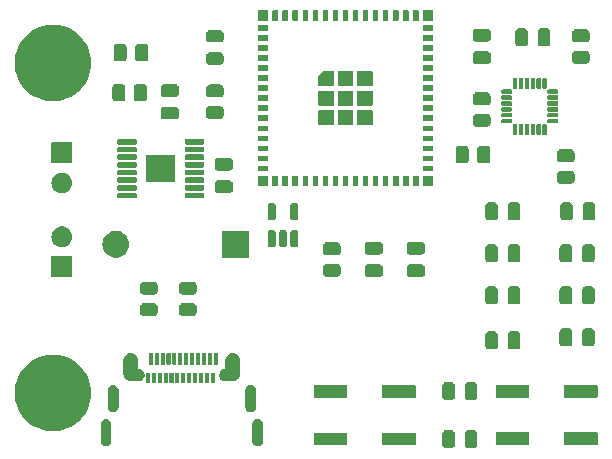
<source format=gbr>
%TF.GenerationSoftware,KiCad,Pcbnew,8.0.3*%
%TF.CreationDate,2024-07-09T21:28:30-04:00*%
%TF.ProjectId,PCB,5043422e-6b69-4636-9164-5f7063625858,rev?*%
%TF.SameCoordinates,Original*%
%TF.FileFunction,Soldermask,Top*%
%TF.FilePolarity,Negative*%
%FSLAX46Y46*%
G04 Gerber Fmt 4.6, Leading zero omitted, Abs format (unit mm)*
G04 Created by KiCad (PCBNEW 8.0.3) date 2024-07-09 21:28:30*
%MOMM*%
%LPD*%
G01*
G04 APERTURE LIST*
G04 APERTURE END LIST*
G36*
X80305938Y-82143650D02*
G01*
X80310653Y-82145732D01*
X80313326Y-82146084D01*
X80346770Y-82161679D01*
X80402759Y-82186401D01*
X80477599Y-82261241D01*
X80502330Y-82317251D01*
X80517915Y-82350673D01*
X80518266Y-82353343D01*
X80520350Y-82358062D01*
X80528000Y-82424000D01*
X80528000Y-83374000D01*
X80520350Y-83439938D01*
X80518266Y-83444656D01*
X80517915Y-83447326D01*
X80502338Y-83480730D01*
X80477599Y-83536759D01*
X80402759Y-83611599D01*
X80346730Y-83636338D01*
X80313326Y-83651915D01*
X80310656Y-83652266D01*
X80305938Y-83654350D01*
X80240000Y-83662000D01*
X79740000Y-83662000D01*
X79674062Y-83654350D01*
X79669343Y-83652266D01*
X79666673Y-83651915D01*
X79633251Y-83636330D01*
X79577241Y-83611599D01*
X79502401Y-83536759D01*
X79477679Y-83480770D01*
X79462084Y-83447326D01*
X79461732Y-83444653D01*
X79459650Y-83439938D01*
X79452000Y-83374000D01*
X79452000Y-82424000D01*
X79459650Y-82358062D01*
X79461732Y-82353346D01*
X79462084Y-82350673D01*
X79477687Y-82317210D01*
X79502401Y-82261241D01*
X79577241Y-82186401D01*
X79633210Y-82161687D01*
X79666673Y-82146084D01*
X79669346Y-82145732D01*
X79674062Y-82143650D01*
X79740000Y-82136000D01*
X80240000Y-82136000D01*
X80305938Y-82143650D01*
G37*
G36*
X82205938Y-82143650D02*
G01*
X82210653Y-82145732D01*
X82213326Y-82146084D01*
X82246770Y-82161679D01*
X82302759Y-82186401D01*
X82377599Y-82261241D01*
X82402330Y-82317251D01*
X82417915Y-82350673D01*
X82418266Y-82353343D01*
X82420350Y-82358062D01*
X82428000Y-82424000D01*
X82428000Y-83374000D01*
X82420350Y-83439938D01*
X82418266Y-83444656D01*
X82417915Y-83447326D01*
X82402338Y-83480730D01*
X82377599Y-83536759D01*
X82302759Y-83611599D01*
X82246730Y-83636338D01*
X82213326Y-83651915D01*
X82210656Y-83652266D01*
X82205938Y-83654350D01*
X82140000Y-83662000D01*
X81640000Y-83662000D01*
X81574062Y-83654350D01*
X81569343Y-83652266D01*
X81566673Y-83651915D01*
X81533251Y-83636330D01*
X81477241Y-83611599D01*
X81402401Y-83536759D01*
X81377679Y-83480770D01*
X81362084Y-83447326D01*
X81361732Y-83444653D01*
X81359650Y-83439938D01*
X81352000Y-83374000D01*
X81352000Y-82424000D01*
X81359650Y-82358062D01*
X81361732Y-82353346D01*
X81362084Y-82350673D01*
X81377687Y-82317210D01*
X81402401Y-82261241D01*
X81477241Y-82186401D01*
X81533210Y-82161687D01*
X81566673Y-82146084D01*
X81569346Y-82145732D01*
X81574062Y-82143650D01*
X81640000Y-82136000D01*
X82140000Y-82136000D01*
X82205938Y-82143650D01*
G37*
G36*
X51161182Y-81219244D02*
G01*
X51265857Y-81279677D01*
X51351323Y-81365143D01*
X51411756Y-81469818D01*
X51443039Y-81586566D01*
X51447000Y-83047000D01*
X51443039Y-83107434D01*
X51411756Y-83224182D01*
X51351323Y-83328857D01*
X51265857Y-83414323D01*
X51161182Y-83474756D01*
X51044434Y-83506039D01*
X50923566Y-83506039D01*
X50806818Y-83474756D01*
X50702143Y-83414323D01*
X50616677Y-83328857D01*
X50556244Y-83224182D01*
X50524961Y-83107434D01*
X50521000Y-81647000D01*
X50524961Y-81586566D01*
X50556244Y-81469818D01*
X50616677Y-81365143D01*
X50702143Y-81279677D01*
X50806818Y-81219244D01*
X50923566Y-81187961D01*
X51044434Y-81187961D01*
X51161182Y-81219244D01*
G37*
G36*
X64001182Y-81219244D02*
G01*
X64105857Y-81279677D01*
X64191323Y-81365143D01*
X64251756Y-81469818D01*
X64283039Y-81586566D01*
X64287000Y-83047000D01*
X64283039Y-83107434D01*
X64251756Y-83224182D01*
X64191323Y-83328857D01*
X64105857Y-83414323D01*
X64001182Y-83474756D01*
X63884434Y-83506039D01*
X63763566Y-83506039D01*
X63646818Y-83474756D01*
X63542143Y-83414323D01*
X63456677Y-83328857D01*
X63396244Y-83224182D01*
X63364961Y-83107434D01*
X63361000Y-81647000D01*
X63364961Y-81586566D01*
X63396244Y-81469818D01*
X63456677Y-81365143D01*
X63542143Y-81279677D01*
X63646818Y-81219244D01*
X63763566Y-81187961D01*
X63884434Y-81187961D01*
X64001182Y-81219244D01*
G37*
G36*
X71407542Y-82363893D02*
G01*
X71419870Y-82372130D01*
X71428107Y-82384458D01*
X71431000Y-82399000D01*
X71431000Y-83399000D01*
X71428107Y-83413542D01*
X71419870Y-83425870D01*
X71407542Y-83434107D01*
X71393000Y-83437000D01*
X68643000Y-83437000D01*
X68628458Y-83434107D01*
X68616130Y-83425870D01*
X68607893Y-83413542D01*
X68605000Y-83399000D01*
X68605000Y-82399000D01*
X68607893Y-82384458D01*
X68616130Y-82372130D01*
X68628458Y-82363893D01*
X68643000Y-82361000D01*
X71393000Y-82361000D01*
X71407542Y-82363893D01*
G37*
G36*
X77167542Y-82363893D02*
G01*
X77179870Y-82372130D01*
X77188107Y-82384458D01*
X77191000Y-82399000D01*
X77191000Y-83399000D01*
X77188107Y-83413542D01*
X77179870Y-83425870D01*
X77167542Y-83434107D01*
X77153000Y-83437000D01*
X74403000Y-83437000D01*
X74388458Y-83434107D01*
X74376130Y-83425870D01*
X74367893Y-83413542D01*
X74365000Y-83399000D01*
X74365000Y-82399000D01*
X74367893Y-82384458D01*
X74376130Y-82372130D01*
X74388458Y-82363893D01*
X74403000Y-82361000D01*
X77153000Y-82361000D01*
X77167542Y-82363893D01*
G37*
G36*
X86815542Y-82331893D02*
G01*
X86827870Y-82340130D01*
X86836107Y-82352458D01*
X86839000Y-82367000D01*
X86839000Y-83367000D01*
X86836107Y-83381542D01*
X86827870Y-83393870D01*
X86815542Y-83402107D01*
X86801000Y-83405000D01*
X84051000Y-83405000D01*
X84036458Y-83402107D01*
X84024130Y-83393870D01*
X84015893Y-83381542D01*
X84013000Y-83367000D01*
X84013000Y-82367000D01*
X84015893Y-82352458D01*
X84024130Y-82340130D01*
X84036458Y-82331893D01*
X84051000Y-82329000D01*
X86801000Y-82329000D01*
X86815542Y-82331893D01*
G37*
G36*
X92575542Y-82331893D02*
G01*
X92587870Y-82340130D01*
X92596107Y-82352458D01*
X92599000Y-82367000D01*
X92599000Y-83367000D01*
X92596107Y-83381542D01*
X92587870Y-83393870D01*
X92575542Y-83402107D01*
X92561000Y-83405000D01*
X89811000Y-83405000D01*
X89796458Y-83402107D01*
X89784130Y-83393870D01*
X89775893Y-83381542D01*
X89773000Y-83367000D01*
X89773000Y-82367000D01*
X89775893Y-82352458D01*
X89784130Y-82340130D01*
X89796458Y-82331893D01*
X89811000Y-82329000D01*
X92561000Y-82329000D01*
X92575542Y-82331893D01*
G37*
G36*
X47005850Y-75798656D02*
G01*
X47348257Y-75874025D01*
X47680507Y-75985973D01*
X47998707Y-76133188D01*
X48299124Y-76313943D01*
X48578237Y-76526119D01*
X48832773Y-76767229D01*
X49059749Y-77034446D01*
X49256504Y-77324637D01*
X49420729Y-77634399D01*
X49550501Y-77960102D01*
X49644297Y-78297926D01*
X49701019Y-78643911D01*
X49720000Y-78994000D01*
X49701019Y-79344089D01*
X49644297Y-79690074D01*
X49550501Y-80027898D01*
X49420729Y-80353601D01*
X49256504Y-80663363D01*
X49059749Y-80953554D01*
X48832773Y-81220771D01*
X48578237Y-81461881D01*
X48299124Y-81674057D01*
X47998707Y-81854812D01*
X47680507Y-82002027D01*
X47348257Y-82113975D01*
X47005850Y-82189344D01*
X46657302Y-82227251D01*
X46306698Y-82227251D01*
X45958150Y-82189344D01*
X45615743Y-82113975D01*
X45283493Y-82002027D01*
X44965293Y-81854812D01*
X44664876Y-81674057D01*
X44385763Y-81461881D01*
X44131227Y-81220771D01*
X43904251Y-80953554D01*
X43707496Y-80663363D01*
X43543271Y-80353601D01*
X43413499Y-80027898D01*
X43319703Y-79690074D01*
X43262981Y-79344089D01*
X43244000Y-78994000D01*
X43262981Y-78643911D01*
X43319703Y-78297926D01*
X43413499Y-77960102D01*
X43543271Y-77634399D01*
X43707496Y-77324637D01*
X43904251Y-77034446D01*
X44131227Y-76767229D01*
X44385763Y-76526119D01*
X44664876Y-76313943D01*
X44965293Y-76133188D01*
X45283493Y-75985973D01*
X45615743Y-75874025D01*
X45958150Y-75798656D01*
X46306698Y-75760749D01*
X46657302Y-75760749D01*
X47005850Y-75798656D01*
G37*
G36*
X51761182Y-78319244D02*
G01*
X51865857Y-78379677D01*
X51951323Y-78465143D01*
X52011756Y-78569818D01*
X52043039Y-78686566D01*
X52047000Y-80147000D01*
X52043039Y-80207434D01*
X52011756Y-80324182D01*
X51951323Y-80428857D01*
X51865857Y-80514323D01*
X51761182Y-80574756D01*
X51644434Y-80606039D01*
X51523566Y-80606039D01*
X51406818Y-80574756D01*
X51302143Y-80514323D01*
X51216677Y-80428857D01*
X51156244Y-80324182D01*
X51124961Y-80207434D01*
X51121000Y-78747000D01*
X51124961Y-78686566D01*
X51156244Y-78569818D01*
X51216677Y-78465143D01*
X51302143Y-78379677D01*
X51406818Y-78319244D01*
X51523566Y-78287961D01*
X51644434Y-78287961D01*
X51761182Y-78319244D01*
G37*
G36*
X63401182Y-78319244D02*
G01*
X63505857Y-78379677D01*
X63591323Y-78465143D01*
X63651756Y-78569818D01*
X63683039Y-78686566D01*
X63687000Y-80147000D01*
X63683039Y-80207434D01*
X63651756Y-80324182D01*
X63591323Y-80428857D01*
X63505857Y-80514323D01*
X63401182Y-80574756D01*
X63284434Y-80606039D01*
X63163566Y-80606039D01*
X63046818Y-80574756D01*
X62942143Y-80514323D01*
X62856677Y-80428857D01*
X62796244Y-80324182D01*
X62764961Y-80207434D01*
X62761000Y-78747000D01*
X62764961Y-78686566D01*
X62796244Y-78569818D01*
X62856677Y-78465143D01*
X62942143Y-78379677D01*
X63046818Y-78319244D01*
X63163566Y-78287961D01*
X63284434Y-78287961D01*
X63401182Y-78319244D01*
G37*
G36*
X80305938Y-78079650D02*
G01*
X80310653Y-78081732D01*
X80313326Y-78082084D01*
X80346770Y-78097679D01*
X80402759Y-78122401D01*
X80477599Y-78197241D01*
X80502330Y-78253251D01*
X80517915Y-78286673D01*
X80518266Y-78289343D01*
X80520350Y-78294062D01*
X80528000Y-78360000D01*
X80528000Y-79310000D01*
X80520350Y-79375938D01*
X80518266Y-79380656D01*
X80517915Y-79383326D01*
X80502338Y-79416730D01*
X80477599Y-79472759D01*
X80402759Y-79547599D01*
X80346730Y-79572338D01*
X80313326Y-79587915D01*
X80310656Y-79588266D01*
X80305938Y-79590350D01*
X80240000Y-79598000D01*
X79740000Y-79598000D01*
X79674062Y-79590350D01*
X79669343Y-79588266D01*
X79666673Y-79587915D01*
X79633251Y-79572330D01*
X79577241Y-79547599D01*
X79502401Y-79472759D01*
X79477679Y-79416770D01*
X79462084Y-79383326D01*
X79461732Y-79380653D01*
X79459650Y-79375938D01*
X79452000Y-79310000D01*
X79452000Y-78360000D01*
X79459650Y-78294062D01*
X79461732Y-78289346D01*
X79462084Y-78286673D01*
X79477687Y-78253210D01*
X79502401Y-78197241D01*
X79577241Y-78122401D01*
X79633210Y-78097687D01*
X79666673Y-78082084D01*
X79669346Y-78081732D01*
X79674062Y-78079650D01*
X79740000Y-78072000D01*
X80240000Y-78072000D01*
X80305938Y-78079650D01*
G37*
G36*
X82205938Y-78079650D02*
G01*
X82210653Y-78081732D01*
X82213326Y-78082084D01*
X82246770Y-78097679D01*
X82302759Y-78122401D01*
X82377599Y-78197241D01*
X82402330Y-78253251D01*
X82417915Y-78286673D01*
X82418266Y-78289343D01*
X82420350Y-78294062D01*
X82428000Y-78360000D01*
X82428000Y-79310000D01*
X82420350Y-79375938D01*
X82418266Y-79380656D01*
X82417915Y-79383326D01*
X82402338Y-79416730D01*
X82377599Y-79472759D01*
X82302759Y-79547599D01*
X82246730Y-79572338D01*
X82213326Y-79587915D01*
X82210656Y-79588266D01*
X82205938Y-79590350D01*
X82140000Y-79598000D01*
X81640000Y-79598000D01*
X81574062Y-79590350D01*
X81569343Y-79588266D01*
X81566673Y-79587915D01*
X81533251Y-79572330D01*
X81477241Y-79547599D01*
X81402401Y-79472759D01*
X81377679Y-79416770D01*
X81362084Y-79383326D01*
X81361732Y-79380653D01*
X81359650Y-79375938D01*
X81352000Y-79310000D01*
X81352000Y-78360000D01*
X81359650Y-78294062D01*
X81361732Y-78289346D01*
X81362084Y-78286673D01*
X81377687Y-78253210D01*
X81402401Y-78197241D01*
X81477241Y-78122401D01*
X81533210Y-78097687D01*
X81566673Y-78082084D01*
X81569346Y-78081732D01*
X81574062Y-78079650D01*
X81640000Y-78072000D01*
X82140000Y-78072000D01*
X82205938Y-78079650D01*
G37*
G36*
X71407542Y-78363893D02*
G01*
X71419870Y-78372130D01*
X71428107Y-78384458D01*
X71431000Y-78399000D01*
X71431000Y-79399000D01*
X71428107Y-79413542D01*
X71419870Y-79425870D01*
X71407542Y-79434107D01*
X71393000Y-79437000D01*
X68643000Y-79437000D01*
X68628458Y-79434107D01*
X68616130Y-79425870D01*
X68607893Y-79413542D01*
X68605000Y-79399000D01*
X68605000Y-78399000D01*
X68607893Y-78384458D01*
X68616130Y-78372130D01*
X68628458Y-78363893D01*
X68643000Y-78361000D01*
X71393000Y-78361000D01*
X71407542Y-78363893D01*
G37*
G36*
X77167542Y-78363893D02*
G01*
X77179870Y-78372130D01*
X77188107Y-78384458D01*
X77191000Y-78399000D01*
X77191000Y-79399000D01*
X77188107Y-79413542D01*
X77179870Y-79425870D01*
X77167542Y-79434107D01*
X77153000Y-79437000D01*
X74403000Y-79437000D01*
X74388458Y-79434107D01*
X74376130Y-79425870D01*
X74367893Y-79413542D01*
X74365000Y-79399000D01*
X74365000Y-78399000D01*
X74367893Y-78384458D01*
X74376130Y-78372130D01*
X74388458Y-78363893D01*
X74403000Y-78361000D01*
X77153000Y-78361000D01*
X77167542Y-78363893D01*
G37*
G36*
X86815542Y-78331893D02*
G01*
X86827870Y-78340130D01*
X86836107Y-78352458D01*
X86839000Y-78367000D01*
X86839000Y-79367000D01*
X86836107Y-79381542D01*
X86827870Y-79393870D01*
X86815542Y-79402107D01*
X86801000Y-79405000D01*
X84051000Y-79405000D01*
X84036458Y-79402107D01*
X84024130Y-79393870D01*
X84015893Y-79381542D01*
X84013000Y-79367000D01*
X84013000Y-78367000D01*
X84015893Y-78352458D01*
X84024130Y-78340130D01*
X84036458Y-78331893D01*
X84051000Y-78329000D01*
X86801000Y-78329000D01*
X86815542Y-78331893D01*
G37*
G36*
X92575542Y-78331893D02*
G01*
X92587870Y-78340130D01*
X92596107Y-78352458D01*
X92599000Y-78367000D01*
X92599000Y-79367000D01*
X92596107Y-79381542D01*
X92587870Y-79393870D01*
X92575542Y-79402107D01*
X92561000Y-79405000D01*
X89811000Y-79405000D01*
X89796458Y-79402107D01*
X89784130Y-79393870D01*
X89775893Y-79381542D01*
X89773000Y-79367000D01*
X89773000Y-78367000D01*
X89775893Y-78352458D01*
X89784130Y-78340130D01*
X89796458Y-78331893D01*
X89811000Y-78329000D01*
X92561000Y-78329000D01*
X92575542Y-78331893D01*
G37*
G36*
X54678542Y-77271893D02*
G01*
X54690870Y-77280130D01*
X54699107Y-77292458D01*
X54702000Y-77307000D01*
X54702000Y-78107000D01*
X54699107Y-78121542D01*
X54690870Y-78133870D01*
X54678542Y-78142107D01*
X54664000Y-78145000D01*
X54394000Y-78145000D01*
X54379458Y-78142107D01*
X54367130Y-78133870D01*
X54358893Y-78121542D01*
X54356000Y-78107000D01*
X54356000Y-77307000D01*
X54358893Y-77292458D01*
X54367130Y-77280130D01*
X54379458Y-77271893D01*
X54394000Y-77269000D01*
X54664000Y-77269000D01*
X54678542Y-77271893D01*
G37*
G36*
X55178542Y-77271893D02*
G01*
X55190870Y-77280130D01*
X55199107Y-77292458D01*
X55202000Y-77307000D01*
X55202000Y-78107000D01*
X55199107Y-78121542D01*
X55190870Y-78133870D01*
X55178542Y-78142107D01*
X55164000Y-78145000D01*
X54894000Y-78145000D01*
X54879458Y-78142107D01*
X54867130Y-78133870D01*
X54858893Y-78121542D01*
X54856000Y-78107000D01*
X54856000Y-77307000D01*
X54858893Y-77292458D01*
X54867130Y-77280130D01*
X54879458Y-77271893D01*
X54894000Y-77269000D01*
X55164000Y-77269000D01*
X55178542Y-77271893D01*
G37*
G36*
X55678542Y-77271893D02*
G01*
X55690870Y-77280130D01*
X55699107Y-77292458D01*
X55702000Y-77307000D01*
X55702000Y-78107000D01*
X55699107Y-78121542D01*
X55690870Y-78133870D01*
X55678542Y-78142107D01*
X55664000Y-78145000D01*
X55394000Y-78145000D01*
X55379458Y-78142107D01*
X55367130Y-78133870D01*
X55358893Y-78121542D01*
X55356000Y-78107000D01*
X55356000Y-77307000D01*
X55358893Y-77292458D01*
X55367130Y-77280130D01*
X55379458Y-77271893D01*
X55394000Y-77269000D01*
X55664000Y-77269000D01*
X55678542Y-77271893D01*
G37*
G36*
X56178542Y-77271893D02*
G01*
X56190870Y-77280130D01*
X56199107Y-77292458D01*
X56202000Y-77307000D01*
X56202000Y-78107000D01*
X56199107Y-78121542D01*
X56190870Y-78133870D01*
X56178542Y-78142107D01*
X56164000Y-78145000D01*
X55894000Y-78145000D01*
X55879458Y-78142107D01*
X55867130Y-78133870D01*
X55858893Y-78121542D01*
X55856000Y-78107000D01*
X55856000Y-77307000D01*
X55858893Y-77292458D01*
X55867130Y-77280130D01*
X55879458Y-77271893D01*
X55894000Y-77269000D01*
X56164000Y-77269000D01*
X56178542Y-77271893D01*
G37*
G36*
X56678542Y-77271893D02*
G01*
X56690870Y-77280130D01*
X56699107Y-77292458D01*
X56702000Y-77307000D01*
X56702000Y-78107000D01*
X56699107Y-78121542D01*
X56690870Y-78133870D01*
X56678542Y-78142107D01*
X56664000Y-78145000D01*
X56394000Y-78145000D01*
X56379458Y-78142107D01*
X56367130Y-78133870D01*
X56358893Y-78121542D01*
X56356000Y-78107000D01*
X56356000Y-77307000D01*
X56358893Y-77292458D01*
X56367130Y-77280130D01*
X56379458Y-77271893D01*
X56394000Y-77269000D01*
X56664000Y-77269000D01*
X56678542Y-77271893D01*
G37*
G36*
X57178542Y-77271893D02*
G01*
X57190870Y-77280130D01*
X57199107Y-77292458D01*
X57202000Y-77307000D01*
X57202000Y-78107000D01*
X57199107Y-78121542D01*
X57190870Y-78133870D01*
X57178542Y-78142107D01*
X57164000Y-78145000D01*
X56894000Y-78145000D01*
X56879458Y-78142107D01*
X56867130Y-78133870D01*
X56858893Y-78121542D01*
X56856000Y-78107000D01*
X56856000Y-77307000D01*
X56858893Y-77292458D01*
X56867130Y-77280130D01*
X56879458Y-77271893D01*
X56894000Y-77269000D01*
X57164000Y-77269000D01*
X57178542Y-77271893D01*
G37*
G36*
X57678542Y-77271893D02*
G01*
X57690870Y-77280130D01*
X57699107Y-77292458D01*
X57702000Y-77307000D01*
X57702000Y-78107000D01*
X57699107Y-78121542D01*
X57690870Y-78133870D01*
X57678542Y-78142107D01*
X57664000Y-78145000D01*
X57394000Y-78145000D01*
X57379458Y-78142107D01*
X57367130Y-78133870D01*
X57358893Y-78121542D01*
X57356000Y-78107000D01*
X57356000Y-77307000D01*
X57358893Y-77292458D01*
X57367130Y-77280130D01*
X57379458Y-77271893D01*
X57394000Y-77269000D01*
X57664000Y-77269000D01*
X57678542Y-77271893D01*
G37*
G36*
X58178542Y-77271893D02*
G01*
X58190870Y-77280130D01*
X58199107Y-77292458D01*
X58202000Y-77307000D01*
X58202000Y-78107000D01*
X58199107Y-78121542D01*
X58190870Y-78133870D01*
X58178542Y-78142107D01*
X58164000Y-78145000D01*
X57894000Y-78145000D01*
X57879458Y-78142107D01*
X57867130Y-78133870D01*
X57858893Y-78121542D01*
X57856000Y-78107000D01*
X57856000Y-77307000D01*
X57858893Y-77292458D01*
X57867130Y-77280130D01*
X57879458Y-77271893D01*
X57894000Y-77269000D01*
X58164000Y-77269000D01*
X58178542Y-77271893D01*
G37*
G36*
X58678542Y-77271893D02*
G01*
X58690870Y-77280130D01*
X58699107Y-77292458D01*
X58702000Y-77307000D01*
X58702000Y-78107000D01*
X58699107Y-78121542D01*
X58690870Y-78133870D01*
X58678542Y-78142107D01*
X58664000Y-78145000D01*
X58394000Y-78145000D01*
X58379458Y-78142107D01*
X58367130Y-78133870D01*
X58358893Y-78121542D01*
X58356000Y-78107000D01*
X58356000Y-77307000D01*
X58358893Y-77292458D01*
X58367130Y-77280130D01*
X58379458Y-77271893D01*
X58394000Y-77269000D01*
X58664000Y-77269000D01*
X58678542Y-77271893D01*
G37*
G36*
X59178542Y-77271893D02*
G01*
X59190870Y-77280130D01*
X59199107Y-77292458D01*
X59202000Y-77307000D01*
X59202000Y-78107000D01*
X59199107Y-78121542D01*
X59190870Y-78133870D01*
X59178542Y-78142107D01*
X59164000Y-78145000D01*
X58894000Y-78145000D01*
X58879458Y-78142107D01*
X58867130Y-78133870D01*
X58858893Y-78121542D01*
X58856000Y-78107000D01*
X58856000Y-77307000D01*
X58858893Y-77292458D01*
X58867130Y-77280130D01*
X58879458Y-77271893D01*
X58894000Y-77269000D01*
X59164000Y-77269000D01*
X59178542Y-77271893D01*
G37*
G36*
X59678542Y-77271893D02*
G01*
X59690870Y-77280130D01*
X59699107Y-77292458D01*
X59702000Y-77307000D01*
X59702000Y-78107000D01*
X59699107Y-78121542D01*
X59690870Y-78133870D01*
X59678542Y-78142107D01*
X59664000Y-78145000D01*
X59394000Y-78145000D01*
X59379458Y-78142107D01*
X59367130Y-78133870D01*
X59358893Y-78121542D01*
X59356000Y-78107000D01*
X59356000Y-77307000D01*
X59358893Y-77292458D01*
X59367130Y-77280130D01*
X59379458Y-77271893D01*
X59394000Y-77269000D01*
X59664000Y-77269000D01*
X59678542Y-77271893D01*
G37*
G36*
X60178542Y-77271893D02*
G01*
X60190870Y-77280130D01*
X60199107Y-77292458D01*
X60202000Y-77307000D01*
X60202000Y-78107000D01*
X60199107Y-78121542D01*
X60190870Y-78133870D01*
X60178542Y-78142107D01*
X60164000Y-78145000D01*
X59894000Y-78145000D01*
X59879458Y-78142107D01*
X59867130Y-78133870D01*
X59858893Y-78121542D01*
X59856000Y-78107000D01*
X59856000Y-77307000D01*
X59858893Y-77292458D01*
X59867130Y-77280130D01*
X59879458Y-77271893D01*
X59894000Y-77269000D01*
X60164000Y-77269000D01*
X60178542Y-77271893D01*
G37*
G36*
X53269202Y-75646472D02*
G01*
X53384751Y-75694334D01*
X53488743Y-75763819D01*
X53577181Y-75852257D01*
X53646666Y-75956249D01*
X53694528Y-76071798D01*
X53718928Y-76194465D01*
X53720849Y-76921684D01*
X53747654Y-76950222D01*
X53797265Y-76953474D01*
X53929143Y-76988811D01*
X54047382Y-77057076D01*
X54143924Y-77153618D01*
X54212189Y-77271857D01*
X54247526Y-77403735D01*
X54247526Y-77540265D01*
X54212189Y-77672143D01*
X54143924Y-77790382D01*
X54047382Y-77886924D01*
X53929143Y-77955189D01*
X53797265Y-77990526D01*
X53089000Y-77995000D01*
X53042127Y-77991928D01*
X53021465Y-77991928D01*
X52898798Y-77967528D01*
X52783249Y-77919666D01*
X52679257Y-77850181D01*
X52590819Y-77761743D01*
X52521334Y-77657751D01*
X52473472Y-77542202D01*
X52449072Y-77419535D01*
X52446000Y-76257000D01*
X52449072Y-76194465D01*
X52473472Y-76071798D01*
X52521334Y-75956249D01*
X52590819Y-75852257D01*
X52679257Y-75763819D01*
X52783249Y-75694334D01*
X52898798Y-75646472D01*
X53021465Y-75622072D01*
X53146535Y-75622072D01*
X53269202Y-75646472D01*
G37*
G36*
X61909202Y-75646472D02*
G01*
X62024751Y-75694334D01*
X62128743Y-75763819D01*
X62217181Y-75852257D01*
X62286666Y-75956249D01*
X62334528Y-76071798D01*
X62358928Y-76194465D01*
X62362000Y-77357000D01*
X62358928Y-77419535D01*
X62334528Y-77542202D01*
X62286666Y-77657751D01*
X62217181Y-77761743D01*
X62128743Y-77850181D01*
X62024751Y-77919666D01*
X61909202Y-77967528D01*
X61786535Y-77991928D01*
X61661465Y-77991928D01*
X61658505Y-77991339D01*
X61079000Y-77995000D01*
X61010735Y-77990526D01*
X60878857Y-77955189D01*
X60760618Y-77886924D01*
X60664076Y-77790382D01*
X60595811Y-77672143D01*
X60560474Y-77540265D01*
X60560474Y-77403735D01*
X60595811Y-77271857D01*
X60664076Y-77153618D01*
X60760618Y-77057076D01*
X60878857Y-76988811D01*
X61010735Y-76953474D01*
X61059186Y-76953167D01*
X61087763Y-76924311D01*
X61086000Y-76257000D01*
X61089072Y-76194465D01*
X61113472Y-76071798D01*
X61161334Y-75956249D01*
X61230819Y-75852257D01*
X61319257Y-75763819D01*
X61423249Y-75694334D01*
X61538798Y-75646472D01*
X61661465Y-75622072D01*
X61786535Y-75622072D01*
X61909202Y-75646472D01*
G37*
G36*
X54928542Y-75621893D02*
G01*
X54940870Y-75630130D01*
X54949107Y-75642458D01*
X54952000Y-75657000D01*
X54952000Y-76557000D01*
X54949107Y-76571542D01*
X54940870Y-76583870D01*
X54928542Y-76592107D01*
X54914000Y-76595000D01*
X54644000Y-76595000D01*
X54629458Y-76592107D01*
X54617130Y-76583870D01*
X54608893Y-76571542D01*
X54606000Y-76557000D01*
X54606000Y-75657000D01*
X54608893Y-75642458D01*
X54617130Y-75630130D01*
X54629458Y-75621893D01*
X54644000Y-75619000D01*
X54914000Y-75619000D01*
X54928542Y-75621893D01*
G37*
G36*
X55428542Y-75621893D02*
G01*
X55440870Y-75630130D01*
X55449107Y-75642458D01*
X55452000Y-75657000D01*
X55452000Y-76557000D01*
X55449107Y-76571542D01*
X55440870Y-76583870D01*
X55428542Y-76592107D01*
X55414000Y-76595000D01*
X55144000Y-76595000D01*
X55129458Y-76592107D01*
X55117130Y-76583870D01*
X55108893Y-76571542D01*
X55106000Y-76557000D01*
X55106000Y-75657000D01*
X55108893Y-75642458D01*
X55117130Y-75630130D01*
X55129458Y-75621893D01*
X55144000Y-75619000D01*
X55414000Y-75619000D01*
X55428542Y-75621893D01*
G37*
G36*
X55928542Y-75621893D02*
G01*
X55940870Y-75630130D01*
X55949107Y-75642458D01*
X55952000Y-75657000D01*
X55952000Y-76557000D01*
X55949107Y-76571542D01*
X55940870Y-76583870D01*
X55928542Y-76592107D01*
X55914000Y-76595000D01*
X55644000Y-76595000D01*
X55629458Y-76592107D01*
X55617130Y-76583870D01*
X55608893Y-76571542D01*
X55606000Y-76557000D01*
X55606000Y-75657000D01*
X55608893Y-75642458D01*
X55617130Y-75630130D01*
X55629458Y-75621893D01*
X55644000Y-75619000D01*
X55914000Y-75619000D01*
X55928542Y-75621893D01*
G37*
G36*
X56428542Y-75621893D02*
G01*
X56440870Y-75630130D01*
X56449107Y-75642458D01*
X56452000Y-75657000D01*
X56452000Y-76557000D01*
X56449107Y-76571542D01*
X56440870Y-76583870D01*
X56428542Y-76592107D01*
X56414000Y-76595000D01*
X56144000Y-76595000D01*
X56129458Y-76592107D01*
X56117130Y-76583870D01*
X56108893Y-76571542D01*
X56106000Y-76557000D01*
X56106000Y-75657000D01*
X56108893Y-75642458D01*
X56117130Y-75630130D01*
X56129458Y-75621893D01*
X56144000Y-75619000D01*
X56414000Y-75619000D01*
X56428542Y-75621893D01*
G37*
G36*
X56928542Y-75621893D02*
G01*
X56940870Y-75630130D01*
X56949107Y-75642458D01*
X56952000Y-75657000D01*
X56952000Y-76557000D01*
X56949107Y-76571542D01*
X56940870Y-76583870D01*
X56928542Y-76592107D01*
X56914000Y-76595000D01*
X56644000Y-76595000D01*
X56629458Y-76592107D01*
X56617130Y-76583870D01*
X56608893Y-76571542D01*
X56606000Y-76557000D01*
X56606000Y-75657000D01*
X56608893Y-75642458D01*
X56617130Y-75630130D01*
X56629458Y-75621893D01*
X56644000Y-75619000D01*
X56914000Y-75619000D01*
X56928542Y-75621893D01*
G37*
G36*
X57428542Y-75621893D02*
G01*
X57440870Y-75630130D01*
X57449107Y-75642458D01*
X57452000Y-75657000D01*
X57452000Y-76557000D01*
X57449107Y-76571542D01*
X57440870Y-76583870D01*
X57428542Y-76592107D01*
X57414000Y-76595000D01*
X57144000Y-76595000D01*
X57129458Y-76592107D01*
X57117130Y-76583870D01*
X57108893Y-76571542D01*
X57106000Y-76557000D01*
X57106000Y-75657000D01*
X57108893Y-75642458D01*
X57117130Y-75630130D01*
X57129458Y-75621893D01*
X57144000Y-75619000D01*
X57414000Y-75619000D01*
X57428542Y-75621893D01*
G37*
G36*
X57928542Y-75621893D02*
G01*
X57940870Y-75630130D01*
X57949107Y-75642458D01*
X57952000Y-75657000D01*
X57952000Y-76557000D01*
X57949107Y-76571542D01*
X57940870Y-76583870D01*
X57928542Y-76592107D01*
X57914000Y-76595000D01*
X57644000Y-76595000D01*
X57629458Y-76592107D01*
X57617130Y-76583870D01*
X57608893Y-76571542D01*
X57606000Y-76557000D01*
X57606000Y-75657000D01*
X57608893Y-75642458D01*
X57617130Y-75630130D01*
X57629458Y-75621893D01*
X57644000Y-75619000D01*
X57914000Y-75619000D01*
X57928542Y-75621893D01*
G37*
G36*
X58428542Y-75621893D02*
G01*
X58440870Y-75630130D01*
X58449107Y-75642458D01*
X58452000Y-75657000D01*
X58452000Y-76557000D01*
X58449107Y-76571542D01*
X58440870Y-76583870D01*
X58428542Y-76592107D01*
X58414000Y-76595000D01*
X58144000Y-76595000D01*
X58129458Y-76592107D01*
X58117130Y-76583870D01*
X58108893Y-76571542D01*
X58106000Y-76557000D01*
X58106000Y-75657000D01*
X58108893Y-75642458D01*
X58117130Y-75630130D01*
X58129458Y-75621893D01*
X58144000Y-75619000D01*
X58414000Y-75619000D01*
X58428542Y-75621893D01*
G37*
G36*
X58928542Y-75621893D02*
G01*
X58940870Y-75630130D01*
X58949107Y-75642458D01*
X58952000Y-75657000D01*
X58952000Y-76557000D01*
X58949107Y-76571542D01*
X58940870Y-76583870D01*
X58928542Y-76592107D01*
X58914000Y-76595000D01*
X58644000Y-76595000D01*
X58629458Y-76592107D01*
X58617130Y-76583870D01*
X58608893Y-76571542D01*
X58606000Y-76557000D01*
X58606000Y-75657000D01*
X58608893Y-75642458D01*
X58617130Y-75630130D01*
X58629458Y-75621893D01*
X58644000Y-75619000D01*
X58914000Y-75619000D01*
X58928542Y-75621893D01*
G37*
G36*
X59428542Y-75621893D02*
G01*
X59440870Y-75630130D01*
X59449107Y-75642458D01*
X59452000Y-75657000D01*
X59452000Y-76557000D01*
X59449107Y-76571542D01*
X59440870Y-76583870D01*
X59428542Y-76592107D01*
X59414000Y-76595000D01*
X59144000Y-76595000D01*
X59129458Y-76592107D01*
X59117130Y-76583870D01*
X59108893Y-76571542D01*
X59106000Y-76557000D01*
X59106000Y-75657000D01*
X59108893Y-75642458D01*
X59117130Y-75630130D01*
X59129458Y-75621893D01*
X59144000Y-75619000D01*
X59414000Y-75619000D01*
X59428542Y-75621893D01*
G37*
G36*
X59928542Y-75621893D02*
G01*
X59940870Y-75630130D01*
X59949107Y-75642458D01*
X59952000Y-75657000D01*
X59952000Y-76557000D01*
X59949107Y-76571542D01*
X59940870Y-76583870D01*
X59928542Y-76592107D01*
X59914000Y-76595000D01*
X59644000Y-76595000D01*
X59629458Y-76592107D01*
X59617130Y-76583870D01*
X59608893Y-76571542D01*
X59606000Y-76557000D01*
X59606000Y-75657000D01*
X59608893Y-75642458D01*
X59617130Y-75630130D01*
X59629458Y-75621893D01*
X59644000Y-75619000D01*
X59914000Y-75619000D01*
X59928542Y-75621893D01*
G37*
G36*
X60428542Y-75621893D02*
G01*
X60440870Y-75630130D01*
X60449107Y-75642458D01*
X60452000Y-75657000D01*
X60452000Y-76557000D01*
X60449107Y-76571542D01*
X60440870Y-76583870D01*
X60428542Y-76592107D01*
X60414000Y-76595000D01*
X60144000Y-76595000D01*
X60129458Y-76592107D01*
X60117130Y-76583870D01*
X60108893Y-76571542D01*
X60106000Y-76557000D01*
X60106000Y-75657000D01*
X60108893Y-75642458D01*
X60117130Y-75630130D01*
X60129458Y-75621893D01*
X60144000Y-75619000D01*
X60414000Y-75619000D01*
X60428542Y-75621893D01*
G37*
G36*
X83947938Y-73793650D02*
G01*
X83952653Y-73795732D01*
X83955326Y-73796084D01*
X83988770Y-73811679D01*
X84044759Y-73836401D01*
X84119599Y-73911241D01*
X84144330Y-73967251D01*
X84159915Y-74000673D01*
X84160266Y-74003343D01*
X84162350Y-74008062D01*
X84170000Y-74074000D01*
X84170000Y-75024000D01*
X84162350Y-75089938D01*
X84160266Y-75094656D01*
X84159915Y-75097326D01*
X84144338Y-75130730D01*
X84119599Y-75186759D01*
X84044759Y-75261599D01*
X83988730Y-75286338D01*
X83955326Y-75301915D01*
X83952656Y-75302266D01*
X83947938Y-75304350D01*
X83882000Y-75312000D01*
X83382000Y-75312000D01*
X83316062Y-75304350D01*
X83311343Y-75302266D01*
X83308673Y-75301915D01*
X83275251Y-75286330D01*
X83219241Y-75261599D01*
X83144401Y-75186759D01*
X83119679Y-75130770D01*
X83104084Y-75097326D01*
X83103732Y-75094653D01*
X83101650Y-75089938D01*
X83094000Y-75024000D01*
X83094000Y-74074000D01*
X83101650Y-74008062D01*
X83103732Y-74003346D01*
X83104084Y-74000673D01*
X83119687Y-73967210D01*
X83144401Y-73911241D01*
X83219241Y-73836401D01*
X83275210Y-73811687D01*
X83308673Y-73796084D01*
X83311346Y-73795732D01*
X83316062Y-73793650D01*
X83382000Y-73786000D01*
X83882000Y-73786000D01*
X83947938Y-73793650D01*
G37*
G36*
X85847938Y-73793650D02*
G01*
X85852653Y-73795732D01*
X85855326Y-73796084D01*
X85888770Y-73811679D01*
X85944759Y-73836401D01*
X86019599Y-73911241D01*
X86044330Y-73967251D01*
X86059915Y-74000673D01*
X86060266Y-74003343D01*
X86062350Y-74008062D01*
X86070000Y-74074000D01*
X86070000Y-75024000D01*
X86062350Y-75089938D01*
X86060266Y-75094656D01*
X86059915Y-75097326D01*
X86044338Y-75130730D01*
X86019599Y-75186759D01*
X85944759Y-75261599D01*
X85888730Y-75286338D01*
X85855326Y-75301915D01*
X85852656Y-75302266D01*
X85847938Y-75304350D01*
X85782000Y-75312000D01*
X85282000Y-75312000D01*
X85216062Y-75304350D01*
X85211343Y-75302266D01*
X85208673Y-75301915D01*
X85175251Y-75286330D01*
X85119241Y-75261599D01*
X85044401Y-75186759D01*
X85019679Y-75130770D01*
X85004084Y-75097326D01*
X85003732Y-75094653D01*
X85001650Y-75089938D01*
X84994000Y-75024000D01*
X84994000Y-74074000D01*
X85001650Y-74008062D01*
X85003732Y-74003346D01*
X85004084Y-74000673D01*
X85019687Y-73967210D01*
X85044401Y-73911241D01*
X85119241Y-73836401D01*
X85175210Y-73811687D01*
X85208673Y-73796084D01*
X85211346Y-73795732D01*
X85216062Y-73793650D01*
X85282000Y-73786000D01*
X85782000Y-73786000D01*
X85847938Y-73793650D01*
G37*
G36*
X90231938Y-73539650D02*
G01*
X90236653Y-73541732D01*
X90239326Y-73542084D01*
X90272770Y-73557679D01*
X90328759Y-73582401D01*
X90403599Y-73657241D01*
X90428330Y-73713251D01*
X90443915Y-73746673D01*
X90444266Y-73749343D01*
X90446350Y-73754062D01*
X90454000Y-73820000D01*
X90454000Y-74770000D01*
X90446350Y-74835938D01*
X90444266Y-74840656D01*
X90443915Y-74843326D01*
X90428338Y-74876730D01*
X90403599Y-74932759D01*
X90328759Y-75007599D01*
X90272730Y-75032338D01*
X90239326Y-75047915D01*
X90236656Y-75048266D01*
X90231938Y-75050350D01*
X90166000Y-75058000D01*
X89666000Y-75058000D01*
X89600062Y-75050350D01*
X89595343Y-75048266D01*
X89592673Y-75047915D01*
X89559251Y-75032330D01*
X89503241Y-75007599D01*
X89428401Y-74932759D01*
X89403679Y-74876770D01*
X89388084Y-74843326D01*
X89387732Y-74840653D01*
X89385650Y-74835938D01*
X89378000Y-74770000D01*
X89378000Y-73820000D01*
X89385650Y-73754062D01*
X89387732Y-73749346D01*
X89388084Y-73746673D01*
X89403687Y-73713210D01*
X89428401Y-73657241D01*
X89503241Y-73582401D01*
X89559210Y-73557687D01*
X89592673Y-73542084D01*
X89595346Y-73541732D01*
X89600062Y-73539650D01*
X89666000Y-73532000D01*
X90166000Y-73532000D01*
X90231938Y-73539650D01*
G37*
G36*
X92131938Y-73539650D02*
G01*
X92136653Y-73541732D01*
X92139326Y-73542084D01*
X92172770Y-73557679D01*
X92228759Y-73582401D01*
X92303599Y-73657241D01*
X92328330Y-73713251D01*
X92343915Y-73746673D01*
X92344266Y-73749343D01*
X92346350Y-73754062D01*
X92354000Y-73820000D01*
X92354000Y-74770000D01*
X92346350Y-74835938D01*
X92344266Y-74840656D01*
X92343915Y-74843326D01*
X92328338Y-74876730D01*
X92303599Y-74932759D01*
X92228759Y-75007599D01*
X92172730Y-75032338D01*
X92139326Y-75047915D01*
X92136656Y-75048266D01*
X92131938Y-75050350D01*
X92066000Y-75058000D01*
X91566000Y-75058000D01*
X91500062Y-75050350D01*
X91495343Y-75048266D01*
X91492673Y-75047915D01*
X91459251Y-75032330D01*
X91403241Y-75007599D01*
X91328401Y-74932759D01*
X91303679Y-74876770D01*
X91288084Y-74843326D01*
X91287732Y-74840653D01*
X91285650Y-74835938D01*
X91278000Y-74770000D01*
X91278000Y-73820000D01*
X91285650Y-73754062D01*
X91287732Y-73749346D01*
X91288084Y-73746673D01*
X91303687Y-73713210D01*
X91328401Y-73657241D01*
X91403241Y-73582401D01*
X91459210Y-73557687D01*
X91492673Y-73542084D01*
X91495346Y-73541732D01*
X91500062Y-73539650D01*
X91566000Y-73532000D01*
X92066000Y-73532000D01*
X92131938Y-73539650D01*
G37*
G36*
X55125938Y-71394650D02*
G01*
X55130653Y-71396732D01*
X55133326Y-71397084D01*
X55166770Y-71412679D01*
X55222759Y-71437401D01*
X55297599Y-71512241D01*
X55322330Y-71568251D01*
X55337915Y-71601673D01*
X55338266Y-71604343D01*
X55340350Y-71609062D01*
X55348000Y-71675000D01*
X55348000Y-72200000D01*
X55340350Y-72265938D01*
X55338266Y-72270656D01*
X55337915Y-72273326D01*
X55322338Y-72306730D01*
X55297599Y-72362759D01*
X55222759Y-72437599D01*
X55166730Y-72462338D01*
X55133326Y-72477915D01*
X55130656Y-72478266D01*
X55125938Y-72480350D01*
X55060000Y-72488000D01*
X54160000Y-72488000D01*
X54094062Y-72480350D01*
X54089343Y-72478266D01*
X54086673Y-72477915D01*
X54053251Y-72462330D01*
X53997241Y-72437599D01*
X53922401Y-72362759D01*
X53897679Y-72306770D01*
X53882084Y-72273326D01*
X53881732Y-72270653D01*
X53879650Y-72265938D01*
X53872000Y-72200000D01*
X53872000Y-71675000D01*
X53879650Y-71609062D01*
X53881732Y-71604346D01*
X53882084Y-71601673D01*
X53897687Y-71568210D01*
X53922401Y-71512241D01*
X53997241Y-71437401D01*
X54053210Y-71412687D01*
X54086673Y-71397084D01*
X54089346Y-71396732D01*
X54094062Y-71394650D01*
X54160000Y-71387000D01*
X55060000Y-71387000D01*
X55125938Y-71394650D01*
G37*
G36*
X58427938Y-71394650D02*
G01*
X58432653Y-71396732D01*
X58435326Y-71397084D01*
X58468770Y-71412679D01*
X58524759Y-71437401D01*
X58599599Y-71512241D01*
X58624330Y-71568251D01*
X58639915Y-71601673D01*
X58640266Y-71604343D01*
X58642350Y-71609062D01*
X58650000Y-71675000D01*
X58650000Y-72200000D01*
X58642350Y-72265938D01*
X58640266Y-72270656D01*
X58639915Y-72273326D01*
X58624338Y-72306730D01*
X58599599Y-72362759D01*
X58524759Y-72437599D01*
X58468730Y-72462338D01*
X58435326Y-72477915D01*
X58432656Y-72478266D01*
X58427938Y-72480350D01*
X58362000Y-72488000D01*
X57462000Y-72488000D01*
X57396062Y-72480350D01*
X57391343Y-72478266D01*
X57388673Y-72477915D01*
X57355251Y-72462330D01*
X57299241Y-72437599D01*
X57224401Y-72362759D01*
X57199679Y-72306770D01*
X57184084Y-72273326D01*
X57183732Y-72270653D01*
X57181650Y-72265938D01*
X57174000Y-72200000D01*
X57174000Y-71675000D01*
X57181650Y-71609062D01*
X57183732Y-71604346D01*
X57184084Y-71601673D01*
X57199687Y-71568210D01*
X57224401Y-71512241D01*
X57299241Y-71437401D01*
X57355210Y-71412687D01*
X57388673Y-71397084D01*
X57391346Y-71396732D01*
X57396062Y-71394650D01*
X57462000Y-71387000D01*
X58362000Y-71387000D01*
X58427938Y-71394650D01*
G37*
G36*
X83947938Y-69983650D02*
G01*
X83952653Y-69985732D01*
X83955326Y-69986084D01*
X83988770Y-70001679D01*
X84044759Y-70026401D01*
X84119599Y-70101241D01*
X84144330Y-70157251D01*
X84159915Y-70190673D01*
X84160266Y-70193343D01*
X84162350Y-70198062D01*
X84170000Y-70264000D01*
X84170000Y-71214000D01*
X84162350Y-71279938D01*
X84160266Y-71284656D01*
X84159915Y-71287326D01*
X84144338Y-71320730D01*
X84119599Y-71376759D01*
X84044759Y-71451599D01*
X83988730Y-71476338D01*
X83955326Y-71491915D01*
X83952656Y-71492266D01*
X83947938Y-71494350D01*
X83882000Y-71502000D01*
X83382000Y-71502000D01*
X83316062Y-71494350D01*
X83311343Y-71492266D01*
X83308673Y-71491915D01*
X83275251Y-71476330D01*
X83219241Y-71451599D01*
X83144401Y-71376759D01*
X83119679Y-71320770D01*
X83104084Y-71287326D01*
X83103732Y-71284653D01*
X83101650Y-71279938D01*
X83094000Y-71214000D01*
X83094000Y-70264000D01*
X83101650Y-70198062D01*
X83103732Y-70193346D01*
X83104084Y-70190673D01*
X83119687Y-70157210D01*
X83144401Y-70101241D01*
X83219241Y-70026401D01*
X83275210Y-70001687D01*
X83308673Y-69986084D01*
X83311346Y-69985732D01*
X83316062Y-69983650D01*
X83382000Y-69976000D01*
X83882000Y-69976000D01*
X83947938Y-69983650D01*
G37*
G36*
X85847938Y-69983650D02*
G01*
X85852653Y-69985732D01*
X85855326Y-69986084D01*
X85888770Y-70001679D01*
X85944759Y-70026401D01*
X86019599Y-70101241D01*
X86044330Y-70157251D01*
X86059915Y-70190673D01*
X86060266Y-70193343D01*
X86062350Y-70198062D01*
X86070000Y-70264000D01*
X86070000Y-71214000D01*
X86062350Y-71279938D01*
X86060266Y-71284656D01*
X86059915Y-71287326D01*
X86044338Y-71320730D01*
X86019599Y-71376759D01*
X85944759Y-71451599D01*
X85888730Y-71476338D01*
X85855326Y-71491915D01*
X85852656Y-71492266D01*
X85847938Y-71494350D01*
X85782000Y-71502000D01*
X85282000Y-71502000D01*
X85216062Y-71494350D01*
X85211343Y-71492266D01*
X85208673Y-71491915D01*
X85175251Y-71476330D01*
X85119241Y-71451599D01*
X85044401Y-71376759D01*
X85019679Y-71320770D01*
X85004084Y-71287326D01*
X85003732Y-71284653D01*
X85001650Y-71279938D01*
X84994000Y-71214000D01*
X84994000Y-70264000D01*
X85001650Y-70198062D01*
X85003732Y-70193346D01*
X85004084Y-70190673D01*
X85019687Y-70157210D01*
X85044401Y-70101241D01*
X85119241Y-70026401D01*
X85175210Y-70001687D01*
X85208673Y-69986084D01*
X85211346Y-69985732D01*
X85216062Y-69983650D01*
X85282000Y-69976000D01*
X85782000Y-69976000D01*
X85847938Y-69983650D01*
G37*
G36*
X90231938Y-69983650D02*
G01*
X90236653Y-69985732D01*
X90239326Y-69986084D01*
X90272770Y-70001679D01*
X90328759Y-70026401D01*
X90403599Y-70101241D01*
X90428330Y-70157251D01*
X90443915Y-70190673D01*
X90444266Y-70193343D01*
X90446350Y-70198062D01*
X90454000Y-70264000D01*
X90454000Y-71214000D01*
X90446350Y-71279938D01*
X90444266Y-71284656D01*
X90443915Y-71287326D01*
X90428338Y-71320730D01*
X90403599Y-71376759D01*
X90328759Y-71451599D01*
X90272730Y-71476338D01*
X90239326Y-71491915D01*
X90236656Y-71492266D01*
X90231938Y-71494350D01*
X90166000Y-71502000D01*
X89666000Y-71502000D01*
X89600062Y-71494350D01*
X89595343Y-71492266D01*
X89592673Y-71491915D01*
X89559251Y-71476330D01*
X89503241Y-71451599D01*
X89428401Y-71376759D01*
X89403679Y-71320770D01*
X89388084Y-71287326D01*
X89387732Y-71284653D01*
X89385650Y-71279938D01*
X89378000Y-71214000D01*
X89378000Y-70264000D01*
X89385650Y-70198062D01*
X89387732Y-70193346D01*
X89388084Y-70190673D01*
X89403687Y-70157210D01*
X89428401Y-70101241D01*
X89503241Y-70026401D01*
X89559210Y-70001687D01*
X89592673Y-69986084D01*
X89595346Y-69985732D01*
X89600062Y-69983650D01*
X89666000Y-69976000D01*
X90166000Y-69976000D01*
X90231938Y-69983650D01*
G37*
G36*
X92131938Y-69983650D02*
G01*
X92136653Y-69985732D01*
X92139326Y-69986084D01*
X92172770Y-70001679D01*
X92228759Y-70026401D01*
X92303599Y-70101241D01*
X92328330Y-70157251D01*
X92343915Y-70190673D01*
X92344266Y-70193343D01*
X92346350Y-70198062D01*
X92354000Y-70264000D01*
X92354000Y-71214000D01*
X92346350Y-71279938D01*
X92344266Y-71284656D01*
X92343915Y-71287326D01*
X92328338Y-71320730D01*
X92303599Y-71376759D01*
X92228759Y-71451599D01*
X92172730Y-71476338D01*
X92139326Y-71491915D01*
X92136656Y-71492266D01*
X92131938Y-71494350D01*
X92066000Y-71502000D01*
X91566000Y-71502000D01*
X91500062Y-71494350D01*
X91495343Y-71492266D01*
X91492673Y-71491915D01*
X91459251Y-71476330D01*
X91403241Y-71451599D01*
X91328401Y-71376759D01*
X91303679Y-71320770D01*
X91288084Y-71287326D01*
X91287732Y-71284653D01*
X91285650Y-71279938D01*
X91278000Y-71214000D01*
X91278000Y-70264000D01*
X91285650Y-70198062D01*
X91287732Y-70193346D01*
X91288084Y-70190673D01*
X91303687Y-70157210D01*
X91328401Y-70101241D01*
X91403241Y-70026401D01*
X91459210Y-70001687D01*
X91492673Y-69986084D01*
X91495346Y-69985732D01*
X91500062Y-69983650D01*
X91566000Y-69976000D01*
X92066000Y-69976000D01*
X92131938Y-69983650D01*
G37*
G36*
X55125938Y-69569650D02*
G01*
X55130653Y-69571732D01*
X55133326Y-69572084D01*
X55166770Y-69587679D01*
X55222759Y-69612401D01*
X55297599Y-69687241D01*
X55322330Y-69743251D01*
X55337915Y-69776673D01*
X55338266Y-69779343D01*
X55340350Y-69784062D01*
X55348000Y-69850000D01*
X55348000Y-70375000D01*
X55340350Y-70440938D01*
X55338266Y-70445656D01*
X55337915Y-70448326D01*
X55322338Y-70481730D01*
X55297599Y-70537759D01*
X55222759Y-70612599D01*
X55166730Y-70637338D01*
X55133326Y-70652915D01*
X55130656Y-70653266D01*
X55125938Y-70655350D01*
X55060000Y-70663000D01*
X54160000Y-70663000D01*
X54094062Y-70655350D01*
X54089343Y-70653266D01*
X54086673Y-70652915D01*
X54053251Y-70637330D01*
X53997241Y-70612599D01*
X53922401Y-70537759D01*
X53897679Y-70481770D01*
X53882084Y-70448326D01*
X53881732Y-70445653D01*
X53879650Y-70440938D01*
X53872000Y-70375000D01*
X53872000Y-69850000D01*
X53879650Y-69784062D01*
X53881732Y-69779346D01*
X53882084Y-69776673D01*
X53897687Y-69743210D01*
X53922401Y-69687241D01*
X53997241Y-69612401D01*
X54053210Y-69587687D01*
X54086673Y-69572084D01*
X54089346Y-69571732D01*
X54094062Y-69569650D01*
X54160000Y-69562000D01*
X55060000Y-69562000D01*
X55125938Y-69569650D01*
G37*
G36*
X58427938Y-69569650D02*
G01*
X58432653Y-69571732D01*
X58435326Y-69572084D01*
X58468770Y-69587679D01*
X58524759Y-69612401D01*
X58599599Y-69687241D01*
X58624330Y-69743251D01*
X58639915Y-69776673D01*
X58640266Y-69779343D01*
X58642350Y-69784062D01*
X58650000Y-69850000D01*
X58650000Y-70375000D01*
X58642350Y-70440938D01*
X58640266Y-70445656D01*
X58639915Y-70448326D01*
X58624338Y-70481730D01*
X58599599Y-70537759D01*
X58524759Y-70612599D01*
X58468730Y-70637338D01*
X58435326Y-70652915D01*
X58432656Y-70653266D01*
X58427938Y-70655350D01*
X58362000Y-70663000D01*
X57462000Y-70663000D01*
X57396062Y-70655350D01*
X57391343Y-70653266D01*
X57388673Y-70652915D01*
X57355251Y-70637330D01*
X57299241Y-70612599D01*
X57224401Y-70537759D01*
X57199679Y-70481770D01*
X57184084Y-70448326D01*
X57183732Y-70445653D01*
X57181650Y-70440938D01*
X57174000Y-70375000D01*
X57174000Y-69850000D01*
X57181650Y-69784062D01*
X57183732Y-69779346D01*
X57184084Y-69776673D01*
X57199687Y-69743210D01*
X57224401Y-69687241D01*
X57299241Y-69612401D01*
X57355210Y-69587687D01*
X57388673Y-69572084D01*
X57391346Y-69571732D01*
X57396062Y-69569650D01*
X57462000Y-69562000D01*
X58362000Y-69562000D01*
X58427938Y-69569650D01*
G37*
G36*
X48108542Y-67428893D02*
G01*
X48120870Y-67437130D01*
X48129107Y-67449458D01*
X48132000Y-67464000D01*
X48132000Y-69164000D01*
X48129107Y-69178542D01*
X48120870Y-69190870D01*
X48108542Y-69199107D01*
X48094000Y-69202000D01*
X46394000Y-69202000D01*
X46379458Y-69199107D01*
X46367130Y-69190870D01*
X46358893Y-69178542D01*
X46356000Y-69164000D01*
X46356000Y-67464000D01*
X46358893Y-67449458D01*
X46367130Y-67437130D01*
X46379458Y-67428893D01*
X46394000Y-67426000D01*
X48094000Y-67426000D01*
X48108542Y-67428893D01*
G37*
G36*
X74200938Y-68110650D02*
G01*
X74205653Y-68112732D01*
X74208326Y-68113084D01*
X74241770Y-68128679D01*
X74297759Y-68153401D01*
X74372599Y-68228241D01*
X74397330Y-68284251D01*
X74412915Y-68317673D01*
X74413266Y-68320343D01*
X74415350Y-68325062D01*
X74423000Y-68391000D01*
X74423000Y-68891000D01*
X74415350Y-68956938D01*
X74413266Y-68961656D01*
X74412915Y-68964326D01*
X74397338Y-68997730D01*
X74372599Y-69053759D01*
X74297759Y-69128599D01*
X74241730Y-69153338D01*
X74208326Y-69168915D01*
X74205656Y-69169266D01*
X74200938Y-69171350D01*
X74135000Y-69179000D01*
X73185000Y-69179000D01*
X73119062Y-69171350D01*
X73114343Y-69169266D01*
X73111673Y-69168915D01*
X73078251Y-69153330D01*
X73022241Y-69128599D01*
X72947401Y-69053759D01*
X72922679Y-68997770D01*
X72907084Y-68964326D01*
X72906732Y-68961653D01*
X72904650Y-68956938D01*
X72897000Y-68891000D01*
X72897000Y-68391000D01*
X72904650Y-68325062D01*
X72906732Y-68320346D01*
X72907084Y-68317673D01*
X72922687Y-68284210D01*
X72947401Y-68228241D01*
X73022241Y-68153401D01*
X73078210Y-68128687D01*
X73111673Y-68113084D01*
X73114346Y-68112732D01*
X73119062Y-68110650D01*
X73185000Y-68103000D01*
X74135000Y-68103000D01*
X74200938Y-68110650D01*
G37*
G36*
X77756938Y-68110650D02*
G01*
X77761653Y-68112732D01*
X77764326Y-68113084D01*
X77797770Y-68128679D01*
X77853759Y-68153401D01*
X77928599Y-68228241D01*
X77953330Y-68284251D01*
X77968915Y-68317673D01*
X77969266Y-68320343D01*
X77971350Y-68325062D01*
X77979000Y-68391000D01*
X77979000Y-68891000D01*
X77971350Y-68956938D01*
X77969266Y-68961656D01*
X77968915Y-68964326D01*
X77953338Y-68997730D01*
X77928599Y-69053759D01*
X77853759Y-69128599D01*
X77797730Y-69153338D01*
X77764326Y-69168915D01*
X77761656Y-69169266D01*
X77756938Y-69171350D01*
X77691000Y-69179000D01*
X76741000Y-69179000D01*
X76675062Y-69171350D01*
X76670343Y-69169266D01*
X76667673Y-69168915D01*
X76634251Y-69153330D01*
X76578241Y-69128599D01*
X76503401Y-69053759D01*
X76478679Y-68997770D01*
X76463084Y-68964326D01*
X76462732Y-68961653D01*
X76460650Y-68956938D01*
X76453000Y-68891000D01*
X76453000Y-68391000D01*
X76460650Y-68325062D01*
X76462732Y-68320346D01*
X76463084Y-68317673D01*
X76478687Y-68284210D01*
X76503401Y-68228241D01*
X76578241Y-68153401D01*
X76634210Y-68128687D01*
X76667673Y-68113084D01*
X76670346Y-68112732D01*
X76675062Y-68110650D01*
X76741000Y-68103000D01*
X77691000Y-68103000D01*
X77756938Y-68110650D01*
G37*
G36*
X70619938Y-68060650D02*
G01*
X70624653Y-68062732D01*
X70627326Y-68063084D01*
X70660770Y-68078679D01*
X70716759Y-68103401D01*
X70791599Y-68178241D01*
X70816330Y-68234251D01*
X70831915Y-68267673D01*
X70832266Y-68270343D01*
X70834350Y-68275062D01*
X70842000Y-68341000D01*
X70842000Y-68866000D01*
X70834350Y-68931938D01*
X70832266Y-68936656D01*
X70831915Y-68939326D01*
X70816338Y-68972730D01*
X70791599Y-69028759D01*
X70716759Y-69103599D01*
X70660730Y-69128338D01*
X70627326Y-69143915D01*
X70624656Y-69144266D01*
X70619938Y-69146350D01*
X70554000Y-69154000D01*
X69654000Y-69154000D01*
X69588062Y-69146350D01*
X69583343Y-69144266D01*
X69580673Y-69143915D01*
X69547251Y-69128330D01*
X69491241Y-69103599D01*
X69416401Y-69028759D01*
X69391679Y-68972770D01*
X69376084Y-68939326D01*
X69375732Y-68936653D01*
X69373650Y-68931938D01*
X69366000Y-68866000D01*
X69366000Y-68341000D01*
X69373650Y-68275062D01*
X69375732Y-68270346D01*
X69376084Y-68267673D01*
X69391687Y-68234210D01*
X69416401Y-68178241D01*
X69491241Y-68103401D01*
X69547210Y-68078687D01*
X69580673Y-68063084D01*
X69583346Y-68062732D01*
X69588062Y-68060650D01*
X69654000Y-68053000D01*
X70554000Y-68053000D01*
X70619938Y-68060650D01*
G37*
G36*
X83947938Y-66427650D02*
G01*
X83952653Y-66429732D01*
X83955326Y-66430084D01*
X83988770Y-66445679D01*
X84044759Y-66470401D01*
X84119599Y-66545241D01*
X84144330Y-66601251D01*
X84159915Y-66634673D01*
X84160266Y-66637343D01*
X84162350Y-66642062D01*
X84170000Y-66708000D01*
X84170000Y-67658000D01*
X84162350Y-67723938D01*
X84160266Y-67728656D01*
X84159915Y-67731326D01*
X84144338Y-67764730D01*
X84119599Y-67820759D01*
X84044759Y-67895599D01*
X83988730Y-67920338D01*
X83955326Y-67935915D01*
X83952656Y-67936266D01*
X83947938Y-67938350D01*
X83882000Y-67946000D01*
X83382000Y-67946000D01*
X83316062Y-67938350D01*
X83311343Y-67936266D01*
X83308673Y-67935915D01*
X83275251Y-67920330D01*
X83219241Y-67895599D01*
X83144401Y-67820759D01*
X83119679Y-67764770D01*
X83104084Y-67731326D01*
X83103732Y-67728653D01*
X83101650Y-67723938D01*
X83094000Y-67658000D01*
X83094000Y-66708000D01*
X83101650Y-66642062D01*
X83103732Y-66637346D01*
X83104084Y-66634673D01*
X83119687Y-66601210D01*
X83144401Y-66545241D01*
X83219241Y-66470401D01*
X83275210Y-66445687D01*
X83308673Y-66430084D01*
X83311346Y-66429732D01*
X83316062Y-66427650D01*
X83382000Y-66420000D01*
X83882000Y-66420000D01*
X83947938Y-66427650D01*
G37*
G36*
X85847938Y-66427650D02*
G01*
X85852653Y-66429732D01*
X85855326Y-66430084D01*
X85888770Y-66445679D01*
X85944759Y-66470401D01*
X86019599Y-66545241D01*
X86044330Y-66601251D01*
X86059915Y-66634673D01*
X86060266Y-66637343D01*
X86062350Y-66642062D01*
X86070000Y-66708000D01*
X86070000Y-67658000D01*
X86062350Y-67723938D01*
X86060266Y-67728656D01*
X86059915Y-67731326D01*
X86044338Y-67764730D01*
X86019599Y-67820759D01*
X85944759Y-67895599D01*
X85888730Y-67920338D01*
X85855326Y-67935915D01*
X85852656Y-67936266D01*
X85847938Y-67938350D01*
X85782000Y-67946000D01*
X85282000Y-67946000D01*
X85216062Y-67938350D01*
X85211343Y-67936266D01*
X85208673Y-67935915D01*
X85175251Y-67920330D01*
X85119241Y-67895599D01*
X85044401Y-67820759D01*
X85019679Y-67764770D01*
X85004084Y-67731326D01*
X85003732Y-67728653D01*
X85001650Y-67723938D01*
X84994000Y-67658000D01*
X84994000Y-66708000D01*
X85001650Y-66642062D01*
X85003732Y-66637346D01*
X85004084Y-66634673D01*
X85019687Y-66601210D01*
X85044401Y-66545241D01*
X85119241Y-66470401D01*
X85175210Y-66445687D01*
X85208673Y-66430084D01*
X85211346Y-66429732D01*
X85216062Y-66427650D01*
X85282000Y-66420000D01*
X85782000Y-66420000D01*
X85847938Y-66427650D01*
G37*
G36*
X90231938Y-66427650D02*
G01*
X90236653Y-66429732D01*
X90239326Y-66430084D01*
X90272770Y-66445679D01*
X90328759Y-66470401D01*
X90403599Y-66545241D01*
X90428330Y-66601251D01*
X90443915Y-66634673D01*
X90444266Y-66637343D01*
X90446350Y-66642062D01*
X90454000Y-66708000D01*
X90454000Y-67658000D01*
X90446350Y-67723938D01*
X90444266Y-67728656D01*
X90443915Y-67731326D01*
X90428338Y-67764730D01*
X90403599Y-67820759D01*
X90328759Y-67895599D01*
X90272730Y-67920338D01*
X90239326Y-67935915D01*
X90236656Y-67936266D01*
X90231938Y-67938350D01*
X90166000Y-67946000D01*
X89666000Y-67946000D01*
X89600062Y-67938350D01*
X89595343Y-67936266D01*
X89592673Y-67935915D01*
X89559251Y-67920330D01*
X89503241Y-67895599D01*
X89428401Y-67820759D01*
X89403679Y-67764770D01*
X89388084Y-67731326D01*
X89387732Y-67728653D01*
X89385650Y-67723938D01*
X89378000Y-67658000D01*
X89378000Y-66708000D01*
X89385650Y-66642062D01*
X89387732Y-66637346D01*
X89388084Y-66634673D01*
X89403687Y-66601210D01*
X89428401Y-66545241D01*
X89503241Y-66470401D01*
X89559210Y-66445687D01*
X89592673Y-66430084D01*
X89595346Y-66429732D01*
X89600062Y-66427650D01*
X89666000Y-66420000D01*
X90166000Y-66420000D01*
X90231938Y-66427650D01*
G37*
G36*
X92131938Y-66427650D02*
G01*
X92136653Y-66429732D01*
X92139326Y-66430084D01*
X92172770Y-66445679D01*
X92228759Y-66470401D01*
X92303599Y-66545241D01*
X92328330Y-66601251D01*
X92343915Y-66634673D01*
X92344266Y-66637343D01*
X92346350Y-66642062D01*
X92354000Y-66708000D01*
X92354000Y-67658000D01*
X92346350Y-67723938D01*
X92344266Y-67728656D01*
X92343915Y-67731326D01*
X92328338Y-67764730D01*
X92303599Y-67820759D01*
X92228759Y-67895599D01*
X92172730Y-67920338D01*
X92139326Y-67935915D01*
X92136656Y-67936266D01*
X92131938Y-67938350D01*
X92066000Y-67946000D01*
X91566000Y-67946000D01*
X91500062Y-67938350D01*
X91495343Y-67936266D01*
X91492673Y-67935915D01*
X91459251Y-67920330D01*
X91403241Y-67895599D01*
X91328401Y-67820759D01*
X91303679Y-67764770D01*
X91288084Y-67731326D01*
X91287732Y-67728653D01*
X91285650Y-67723938D01*
X91278000Y-67658000D01*
X91278000Y-66708000D01*
X91285650Y-66642062D01*
X91287732Y-66637346D01*
X91288084Y-66634673D01*
X91303687Y-66601210D01*
X91328401Y-66545241D01*
X91403241Y-66470401D01*
X91459210Y-66445687D01*
X91492673Y-66430084D01*
X91495346Y-66429732D01*
X91500062Y-66427650D01*
X91566000Y-66420000D01*
X92066000Y-66420000D01*
X92131938Y-66427650D01*
G37*
G36*
X63090542Y-65285893D02*
G01*
X63102870Y-65294130D01*
X63111107Y-65306458D01*
X63114000Y-65321000D01*
X63114000Y-67521000D01*
X63111107Y-67535542D01*
X63102870Y-67547870D01*
X63090542Y-67556107D01*
X63076000Y-67559000D01*
X60876000Y-67559000D01*
X60861458Y-67556107D01*
X60849130Y-67547870D01*
X60840893Y-67535542D01*
X60838000Y-67521000D01*
X60838000Y-65321000D01*
X60840893Y-65306458D01*
X60849130Y-65294130D01*
X60861458Y-65285893D01*
X60876000Y-65283000D01*
X63076000Y-65283000D01*
X63090542Y-65285893D01*
G37*
G36*
X52127428Y-65326442D02*
G01*
X52323250Y-65402304D01*
X52501798Y-65512856D01*
X52656992Y-65654334D01*
X52783547Y-65821920D01*
X52877153Y-66009907D01*
X52934623Y-66211893D01*
X52954000Y-66421000D01*
X52934623Y-66630107D01*
X52877153Y-66832093D01*
X52783547Y-67020080D01*
X52656992Y-67187666D01*
X52501798Y-67329144D01*
X52323250Y-67439696D01*
X52127428Y-67515558D01*
X51921001Y-67554145D01*
X51710999Y-67554145D01*
X51504572Y-67515558D01*
X51308750Y-67439696D01*
X51130202Y-67329144D01*
X50975008Y-67187666D01*
X50848453Y-67020080D01*
X50754847Y-66832093D01*
X50697377Y-66630107D01*
X50678000Y-66421000D01*
X50697377Y-66211893D01*
X50754847Y-66009907D01*
X50848453Y-65821920D01*
X50975008Y-65654334D01*
X51130202Y-65512856D01*
X51308750Y-65402304D01*
X51504572Y-65326442D01*
X51710999Y-65287855D01*
X51921001Y-65287855D01*
X52127428Y-65326442D01*
G37*
G36*
X70619938Y-66235650D02*
G01*
X70624653Y-66237732D01*
X70627326Y-66238084D01*
X70660770Y-66253679D01*
X70716759Y-66278401D01*
X70791599Y-66353241D01*
X70816330Y-66409251D01*
X70831915Y-66442673D01*
X70832266Y-66445343D01*
X70834350Y-66450062D01*
X70842000Y-66516000D01*
X70842000Y-67041000D01*
X70834350Y-67106938D01*
X70832266Y-67111656D01*
X70831915Y-67114326D01*
X70816338Y-67147730D01*
X70791599Y-67203759D01*
X70716759Y-67278599D01*
X70660730Y-67303338D01*
X70627326Y-67318915D01*
X70624656Y-67319266D01*
X70619938Y-67321350D01*
X70554000Y-67329000D01*
X69654000Y-67329000D01*
X69588062Y-67321350D01*
X69583343Y-67319266D01*
X69580673Y-67318915D01*
X69547251Y-67303330D01*
X69491241Y-67278599D01*
X69416401Y-67203759D01*
X69391679Y-67147770D01*
X69376084Y-67114326D01*
X69375732Y-67111653D01*
X69373650Y-67106938D01*
X69366000Y-67041000D01*
X69366000Y-66516000D01*
X69373650Y-66450062D01*
X69375732Y-66445346D01*
X69376084Y-66442673D01*
X69391687Y-66409210D01*
X69416401Y-66353241D01*
X69491241Y-66278401D01*
X69547210Y-66253687D01*
X69580673Y-66238084D01*
X69583346Y-66237732D01*
X69588062Y-66235650D01*
X69654000Y-66228000D01*
X70554000Y-66228000D01*
X70619938Y-66235650D01*
G37*
G36*
X74200938Y-66210650D02*
G01*
X74205653Y-66212732D01*
X74208326Y-66213084D01*
X74241770Y-66228679D01*
X74297759Y-66253401D01*
X74372599Y-66328241D01*
X74397330Y-66384251D01*
X74412915Y-66417673D01*
X74413266Y-66420343D01*
X74415350Y-66425062D01*
X74423000Y-66491000D01*
X74423000Y-66991000D01*
X74415350Y-67056938D01*
X74413266Y-67061656D01*
X74412915Y-67064326D01*
X74397338Y-67097730D01*
X74372599Y-67153759D01*
X74297759Y-67228599D01*
X74241730Y-67253338D01*
X74208326Y-67268915D01*
X74205656Y-67269266D01*
X74200938Y-67271350D01*
X74135000Y-67279000D01*
X73185000Y-67279000D01*
X73119062Y-67271350D01*
X73114343Y-67269266D01*
X73111673Y-67268915D01*
X73078251Y-67253330D01*
X73022241Y-67228599D01*
X72947401Y-67153759D01*
X72922679Y-67097770D01*
X72907084Y-67064326D01*
X72906732Y-67061653D01*
X72904650Y-67056938D01*
X72897000Y-66991000D01*
X72897000Y-66491000D01*
X72904650Y-66425062D01*
X72906732Y-66420346D01*
X72907084Y-66417673D01*
X72922687Y-66384210D01*
X72947401Y-66328241D01*
X73022241Y-66253401D01*
X73078210Y-66228687D01*
X73111673Y-66213084D01*
X73114346Y-66212732D01*
X73119062Y-66210650D01*
X73185000Y-66203000D01*
X74135000Y-66203000D01*
X74200938Y-66210650D01*
G37*
G36*
X77756938Y-66210650D02*
G01*
X77761653Y-66212732D01*
X77764326Y-66213084D01*
X77797770Y-66228679D01*
X77853759Y-66253401D01*
X77928599Y-66328241D01*
X77953330Y-66384251D01*
X77968915Y-66417673D01*
X77969266Y-66420343D01*
X77971350Y-66425062D01*
X77979000Y-66491000D01*
X77979000Y-66991000D01*
X77971350Y-67056938D01*
X77969266Y-67061656D01*
X77968915Y-67064326D01*
X77953338Y-67097730D01*
X77928599Y-67153759D01*
X77853759Y-67228599D01*
X77797730Y-67253338D01*
X77764326Y-67268915D01*
X77761656Y-67269266D01*
X77756938Y-67271350D01*
X77691000Y-67279000D01*
X76741000Y-67279000D01*
X76675062Y-67271350D01*
X76670343Y-67269266D01*
X76667673Y-67268915D01*
X76634251Y-67253330D01*
X76578241Y-67228599D01*
X76503401Y-67153759D01*
X76478679Y-67097770D01*
X76463084Y-67064326D01*
X76462732Y-67061653D01*
X76460650Y-67056938D01*
X76453000Y-66991000D01*
X76453000Y-66491000D01*
X76460650Y-66425062D01*
X76462732Y-66420346D01*
X76463084Y-66417673D01*
X76478687Y-66384210D01*
X76503401Y-66328241D01*
X76578241Y-66253401D01*
X76634210Y-66228687D01*
X76667673Y-66213084D01*
X76670346Y-66212732D01*
X76675062Y-66210650D01*
X76741000Y-66203000D01*
X77691000Y-66203000D01*
X77756938Y-66210650D01*
G37*
G36*
X47518407Y-64929462D02*
G01*
X47688000Y-65004969D01*
X47838188Y-65114087D01*
X47962407Y-65252047D01*
X48055228Y-65412818D01*
X48112595Y-65589374D01*
X48132000Y-65774000D01*
X48112595Y-65958626D01*
X48055228Y-66135182D01*
X47962407Y-66295953D01*
X47838188Y-66433913D01*
X47688000Y-66543031D01*
X47518407Y-66618538D01*
X47336821Y-66657135D01*
X47151179Y-66657135D01*
X46969593Y-66618538D01*
X46800000Y-66543031D01*
X46649812Y-66433913D01*
X46525593Y-66295953D01*
X46432772Y-66135182D01*
X46375405Y-65958626D01*
X46356000Y-65774000D01*
X46375405Y-65589374D01*
X46432772Y-65412818D01*
X46525593Y-65252047D01*
X46649812Y-65114087D01*
X46800000Y-65004969D01*
X46969593Y-64929462D01*
X47151179Y-64890865D01*
X47336821Y-64890865D01*
X47518407Y-64929462D01*
G37*
G36*
X65245944Y-65226811D02*
G01*
X65306936Y-65267564D01*
X65347689Y-65328556D01*
X65362000Y-65400500D01*
X65362000Y-66425500D01*
X65347689Y-66497444D01*
X65306936Y-66558436D01*
X65245944Y-66599189D01*
X65174000Y-66613500D01*
X64874000Y-66613500D01*
X64802056Y-66599189D01*
X64741064Y-66558436D01*
X64700311Y-66497444D01*
X64686000Y-66425500D01*
X64686000Y-65400500D01*
X64700311Y-65328556D01*
X64741064Y-65267564D01*
X64802056Y-65226811D01*
X64874000Y-65212500D01*
X65174000Y-65212500D01*
X65245944Y-65226811D01*
G37*
G36*
X66195944Y-65226811D02*
G01*
X66256936Y-65267564D01*
X66297689Y-65328556D01*
X66312000Y-65400500D01*
X66312000Y-66425500D01*
X66297689Y-66497444D01*
X66256936Y-66558436D01*
X66195944Y-66599189D01*
X66124000Y-66613500D01*
X65824000Y-66613500D01*
X65752056Y-66599189D01*
X65691064Y-66558436D01*
X65650311Y-66497444D01*
X65636000Y-66425500D01*
X65636000Y-65400500D01*
X65650311Y-65328556D01*
X65691064Y-65267564D01*
X65752056Y-65226811D01*
X65824000Y-65212500D01*
X66124000Y-65212500D01*
X66195944Y-65226811D01*
G37*
G36*
X67145944Y-65226811D02*
G01*
X67206936Y-65267564D01*
X67247689Y-65328556D01*
X67262000Y-65400500D01*
X67262000Y-66425500D01*
X67247689Y-66497444D01*
X67206936Y-66558436D01*
X67145944Y-66599189D01*
X67074000Y-66613500D01*
X66774000Y-66613500D01*
X66702056Y-66599189D01*
X66641064Y-66558436D01*
X66600311Y-66497444D01*
X66586000Y-66425500D01*
X66586000Y-65400500D01*
X66600311Y-65328556D01*
X66641064Y-65267564D01*
X66702056Y-65226811D01*
X66774000Y-65212500D01*
X67074000Y-65212500D01*
X67145944Y-65226811D01*
G37*
G36*
X83947938Y-62871650D02*
G01*
X83952653Y-62873732D01*
X83955326Y-62874084D01*
X83988770Y-62889679D01*
X84044759Y-62914401D01*
X84119599Y-62989241D01*
X84144330Y-63045251D01*
X84159915Y-63078673D01*
X84160266Y-63081343D01*
X84162350Y-63086062D01*
X84170000Y-63152000D01*
X84170000Y-64102000D01*
X84162350Y-64167938D01*
X84160266Y-64172656D01*
X84159915Y-64175326D01*
X84144338Y-64208730D01*
X84119599Y-64264759D01*
X84044759Y-64339599D01*
X83988730Y-64364338D01*
X83955326Y-64379915D01*
X83952656Y-64380266D01*
X83947938Y-64382350D01*
X83882000Y-64390000D01*
X83382000Y-64390000D01*
X83316062Y-64382350D01*
X83311343Y-64380266D01*
X83308673Y-64379915D01*
X83275251Y-64364330D01*
X83219241Y-64339599D01*
X83144401Y-64264759D01*
X83119679Y-64208770D01*
X83104084Y-64175326D01*
X83103732Y-64172653D01*
X83101650Y-64167938D01*
X83094000Y-64102000D01*
X83094000Y-63152000D01*
X83101650Y-63086062D01*
X83103732Y-63081346D01*
X83104084Y-63078673D01*
X83119687Y-63045210D01*
X83144401Y-62989241D01*
X83219241Y-62914401D01*
X83275210Y-62889687D01*
X83308673Y-62874084D01*
X83311346Y-62873732D01*
X83316062Y-62871650D01*
X83382000Y-62864000D01*
X83882000Y-62864000D01*
X83947938Y-62871650D01*
G37*
G36*
X85847938Y-62871650D02*
G01*
X85852653Y-62873732D01*
X85855326Y-62874084D01*
X85888770Y-62889679D01*
X85944759Y-62914401D01*
X86019599Y-62989241D01*
X86044330Y-63045251D01*
X86059915Y-63078673D01*
X86060266Y-63081343D01*
X86062350Y-63086062D01*
X86070000Y-63152000D01*
X86070000Y-64102000D01*
X86062350Y-64167938D01*
X86060266Y-64172656D01*
X86059915Y-64175326D01*
X86044338Y-64208730D01*
X86019599Y-64264759D01*
X85944759Y-64339599D01*
X85888730Y-64364338D01*
X85855326Y-64379915D01*
X85852656Y-64380266D01*
X85847938Y-64382350D01*
X85782000Y-64390000D01*
X85282000Y-64390000D01*
X85216062Y-64382350D01*
X85211343Y-64380266D01*
X85208673Y-64379915D01*
X85175251Y-64364330D01*
X85119241Y-64339599D01*
X85044401Y-64264759D01*
X85019679Y-64208770D01*
X85004084Y-64175326D01*
X85003732Y-64172653D01*
X85001650Y-64167938D01*
X84994000Y-64102000D01*
X84994000Y-63152000D01*
X85001650Y-63086062D01*
X85003732Y-63081346D01*
X85004084Y-63078673D01*
X85019687Y-63045210D01*
X85044401Y-62989241D01*
X85119241Y-62914401D01*
X85175210Y-62889687D01*
X85208673Y-62874084D01*
X85211346Y-62873732D01*
X85216062Y-62871650D01*
X85282000Y-62864000D01*
X85782000Y-62864000D01*
X85847938Y-62871650D01*
G37*
G36*
X90297938Y-62871650D02*
G01*
X90302653Y-62873732D01*
X90305326Y-62874084D01*
X90338770Y-62889679D01*
X90394759Y-62914401D01*
X90469599Y-62989241D01*
X90494330Y-63045251D01*
X90509915Y-63078673D01*
X90510266Y-63081343D01*
X90512350Y-63086062D01*
X90520000Y-63152000D01*
X90520000Y-64102000D01*
X90512350Y-64167938D01*
X90510266Y-64172656D01*
X90509915Y-64175326D01*
X90494338Y-64208730D01*
X90469599Y-64264759D01*
X90394759Y-64339599D01*
X90338730Y-64364338D01*
X90305326Y-64379915D01*
X90302656Y-64380266D01*
X90297938Y-64382350D01*
X90232000Y-64390000D01*
X89732000Y-64390000D01*
X89666062Y-64382350D01*
X89661343Y-64380266D01*
X89658673Y-64379915D01*
X89625251Y-64364330D01*
X89569241Y-64339599D01*
X89494401Y-64264759D01*
X89469679Y-64208770D01*
X89454084Y-64175326D01*
X89453732Y-64172653D01*
X89451650Y-64167938D01*
X89444000Y-64102000D01*
X89444000Y-63152000D01*
X89451650Y-63086062D01*
X89453732Y-63081346D01*
X89454084Y-63078673D01*
X89469687Y-63045210D01*
X89494401Y-62989241D01*
X89569241Y-62914401D01*
X89625210Y-62889687D01*
X89658673Y-62874084D01*
X89661346Y-62873732D01*
X89666062Y-62871650D01*
X89732000Y-62864000D01*
X90232000Y-62864000D01*
X90297938Y-62871650D01*
G37*
G36*
X92197938Y-62871650D02*
G01*
X92202653Y-62873732D01*
X92205326Y-62874084D01*
X92238770Y-62889679D01*
X92294759Y-62914401D01*
X92369599Y-62989241D01*
X92394330Y-63045251D01*
X92409915Y-63078673D01*
X92410266Y-63081343D01*
X92412350Y-63086062D01*
X92420000Y-63152000D01*
X92420000Y-64102000D01*
X92412350Y-64167938D01*
X92410266Y-64172656D01*
X92409915Y-64175326D01*
X92394338Y-64208730D01*
X92369599Y-64264759D01*
X92294759Y-64339599D01*
X92238730Y-64364338D01*
X92205326Y-64379915D01*
X92202656Y-64380266D01*
X92197938Y-64382350D01*
X92132000Y-64390000D01*
X91632000Y-64390000D01*
X91566062Y-64382350D01*
X91561343Y-64380266D01*
X91558673Y-64379915D01*
X91525251Y-64364330D01*
X91469241Y-64339599D01*
X91394401Y-64264759D01*
X91369679Y-64208770D01*
X91354084Y-64175326D01*
X91353732Y-64172653D01*
X91351650Y-64167938D01*
X91344000Y-64102000D01*
X91344000Y-63152000D01*
X91351650Y-63086062D01*
X91353732Y-63081346D01*
X91354084Y-63078673D01*
X91369687Y-63045210D01*
X91394401Y-62989241D01*
X91469241Y-62914401D01*
X91525210Y-62889687D01*
X91558673Y-62874084D01*
X91561346Y-62873732D01*
X91566062Y-62871650D01*
X91632000Y-62864000D01*
X92132000Y-62864000D01*
X92197938Y-62871650D01*
G37*
G36*
X65245944Y-62951811D02*
G01*
X65306936Y-62992564D01*
X65347689Y-63053556D01*
X65362000Y-63125500D01*
X65362000Y-64150500D01*
X65347689Y-64222444D01*
X65306936Y-64283436D01*
X65245944Y-64324189D01*
X65174000Y-64338500D01*
X64874000Y-64338500D01*
X64802056Y-64324189D01*
X64741064Y-64283436D01*
X64700311Y-64222444D01*
X64686000Y-64150500D01*
X64686000Y-63125500D01*
X64700311Y-63053556D01*
X64741064Y-62992564D01*
X64802056Y-62951811D01*
X64874000Y-62937500D01*
X65174000Y-62937500D01*
X65245944Y-62951811D01*
G37*
G36*
X67145944Y-62951811D02*
G01*
X67206936Y-62992564D01*
X67247689Y-63053556D01*
X67262000Y-63125500D01*
X67262000Y-64150500D01*
X67247689Y-64222444D01*
X67206936Y-64283436D01*
X67145944Y-64324189D01*
X67074000Y-64338500D01*
X66774000Y-64338500D01*
X66702056Y-64324189D01*
X66641064Y-64283436D01*
X66600311Y-64222444D01*
X66586000Y-64150500D01*
X66586000Y-63125500D01*
X66600311Y-63053556D01*
X66641064Y-62992564D01*
X66702056Y-62951811D01*
X66774000Y-62937500D01*
X67074000Y-62937500D01*
X67145944Y-62951811D01*
G37*
G36*
X53503810Y-62046505D02*
G01*
X53548581Y-62076419D01*
X53578495Y-62121190D01*
X53589000Y-62174000D01*
X53589000Y-62374000D01*
X53578495Y-62426810D01*
X53548581Y-62471581D01*
X53503810Y-62501495D01*
X53451000Y-62512000D01*
X52076000Y-62512000D01*
X52023190Y-62501495D01*
X51978419Y-62471581D01*
X51948505Y-62426810D01*
X51938000Y-62374000D01*
X51938000Y-62174000D01*
X51948505Y-62121190D01*
X51978419Y-62076419D01*
X52023190Y-62046505D01*
X52076000Y-62036000D01*
X53451000Y-62036000D01*
X53503810Y-62046505D01*
G37*
G36*
X59228810Y-62046505D02*
G01*
X59273581Y-62076419D01*
X59303495Y-62121190D01*
X59314000Y-62174000D01*
X59314000Y-62374000D01*
X59303495Y-62426810D01*
X59273581Y-62471581D01*
X59228810Y-62501495D01*
X59176000Y-62512000D01*
X57801000Y-62512000D01*
X57748190Y-62501495D01*
X57703419Y-62471581D01*
X57673505Y-62426810D01*
X57663000Y-62374000D01*
X57663000Y-62174000D01*
X57673505Y-62121190D01*
X57703419Y-62076419D01*
X57748190Y-62046505D01*
X57801000Y-62036000D01*
X59176000Y-62036000D01*
X59228810Y-62046505D01*
G37*
G36*
X47518407Y-60372462D02*
G01*
X47688000Y-60447969D01*
X47838188Y-60557087D01*
X47962407Y-60695047D01*
X48055228Y-60855818D01*
X48112595Y-61032374D01*
X48132000Y-61217000D01*
X48112595Y-61401626D01*
X48055228Y-61578182D01*
X47962407Y-61738953D01*
X47838188Y-61876913D01*
X47688000Y-61986031D01*
X47518407Y-62061538D01*
X47336821Y-62100135D01*
X47151179Y-62100135D01*
X46969593Y-62061538D01*
X46800000Y-61986031D01*
X46649812Y-61876913D01*
X46525593Y-61738953D01*
X46432772Y-61578182D01*
X46375405Y-61401626D01*
X46356000Y-61217000D01*
X46375405Y-61032374D01*
X46432772Y-60855818D01*
X46525593Y-60695047D01*
X46649812Y-60557087D01*
X46800000Y-60447969D01*
X46969593Y-60372462D01*
X47151179Y-60333865D01*
X47336821Y-60333865D01*
X47518407Y-60372462D01*
G37*
G36*
X61500938Y-60998650D02*
G01*
X61505653Y-61000732D01*
X61508326Y-61001084D01*
X61541770Y-61016679D01*
X61597759Y-61041401D01*
X61672599Y-61116241D01*
X61697330Y-61172251D01*
X61712915Y-61205673D01*
X61713266Y-61208343D01*
X61715350Y-61213062D01*
X61723000Y-61279000D01*
X61723000Y-61779000D01*
X61715350Y-61844938D01*
X61713266Y-61849656D01*
X61712915Y-61852326D01*
X61697338Y-61885730D01*
X61672599Y-61941759D01*
X61597759Y-62016599D01*
X61541730Y-62041338D01*
X61508326Y-62056915D01*
X61505656Y-62057266D01*
X61500938Y-62059350D01*
X61435000Y-62067000D01*
X60485000Y-62067000D01*
X60419062Y-62059350D01*
X60414343Y-62057266D01*
X60411673Y-62056915D01*
X60378251Y-62041330D01*
X60322241Y-62016599D01*
X60247401Y-61941759D01*
X60222679Y-61885770D01*
X60207084Y-61852326D01*
X60206732Y-61849653D01*
X60204650Y-61844938D01*
X60197000Y-61779000D01*
X60197000Y-61279000D01*
X60204650Y-61213062D01*
X60206732Y-61208346D01*
X60207084Y-61205673D01*
X60222687Y-61172210D01*
X60247401Y-61116241D01*
X60322241Y-61041401D01*
X60378210Y-61016687D01*
X60411673Y-61001084D01*
X60414346Y-61000732D01*
X60419062Y-60998650D01*
X60485000Y-60991000D01*
X61435000Y-60991000D01*
X61500938Y-60998650D01*
G37*
G36*
X53503810Y-61396505D02*
G01*
X53548581Y-61426419D01*
X53578495Y-61471190D01*
X53589000Y-61524000D01*
X53589000Y-61724000D01*
X53578495Y-61776810D01*
X53548581Y-61821581D01*
X53503810Y-61851495D01*
X53451000Y-61862000D01*
X52076000Y-61862000D01*
X52023190Y-61851495D01*
X51978419Y-61821581D01*
X51948505Y-61776810D01*
X51938000Y-61724000D01*
X51938000Y-61524000D01*
X51948505Y-61471190D01*
X51978419Y-61426419D01*
X52023190Y-61396505D01*
X52076000Y-61386000D01*
X53451000Y-61386000D01*
X53503810Y-61396505D01*
G37*
G36*
X59228810Y-61396505D02*
G01*
X59273581Y-61426419D01*
X59303495Y-61471190D01*
X59314000Y-61524000D01*
X59314000Y-61724000D01*
X59303495Y-61776810D01*
X59273581Y-61821581D01*
X59228810Y-61851495D01*
X59176000Y-61862000D01*
X57801000Y-61862000D01*
X57748190Y-61851495D01*
X57703419Y-61821581D01*
X57673505Y-61776810D01*
X57663000Y-61724000D01*
X57663000Y-61524000D01*
X57673505Y-61471190D01*
X57703419Y-61426419D01*
X57748190Y-61396505D01*
X57801000Y-61386000D01*
X59176000Y-61386000D01*
X59228810Y-61396505D01*
G37*
G36*
X64676542Y-60607893D02*
G01*
X64688870Y-60616130D01*
X64697107Y-60628458D01*
X64700000Y-60643000D01*
X64700000Y-61443000D01*
X64697107Y-61457542D01*
X64688870Y-61469870D01*
X64676542Y-61478107D01*
X64662000Y-61481000D01*
X63862000Y-61481000D01*
X63847458Y-61478107D01*
X63835130Y-61469870D01*
X63826893Y-61457542D01*
X63824000Y-61443000D01*
X63824000Y-60643000D01*
X63826893Y-60628458D01*
X63835130Y-60616130D01*
X63847458Y-60607893D01*
X63862000Y-60605000D01*
X64662000Y-60605000D01*
X64676542Y-60607893D01*
G37*
G36*
X65526542Y-60607893D02*
G01*
X65538870Y-60616130D01*
X65547107Y-60628458D01*
X65550000Y-60643000D01*
X65550000Y-61443000D01*
X65547107Y-61457542D01*
X65538870Y-61469870D01*
X65526542Y-61478107D01*
X65512000Y-61481000D01*
X65112000Y-61481000D01*
X65097458Y-61478107D01*
X65085130Y-61469870D01*
X65076893Y-61457542D01*
X65074000Y-61443000D01*
X65074000Y-60643000D01*
X65076893Y-60628458D01*
X65085130Y-60616130D01*
X65097458Y-60607893D01*
X65112000Y-60605000D01*
X65512000Y-60605000D01*
X65526542Y-60607893D01*
G37*
G36*
X66376542Y-60607893D02*
G01*
X66388870Y-60616130D01*
X66397107Y-60628458D01*
X66400000Y-60643000D01*
X66400000Y-61443000D01*
X66397107Y-61457542D01*
X66388870Y-61469870D01*
X66376542Y-61478107D01*
X66362000Y-61481000D01*
X65962000Y-61481000D01*
X65947458Y-61478107D01*
X65935130Y-61469870D01*
X65926893Y-61457542D01*
X65924000Y-61443000D01*
X65924000Y-60643000D01*
X65926893Y-60628458D01*
X65935130Y-60616130D01*
X65947458Y-60607893D01*
X65962000Y-60605000D01*
X66362000Y-60605000D01*
X66376542Y-60607893D01*
G37*
G36*
X67226542Y-60607893D02*
G01*
X67238870Y-60616130D01*
X67247107Y-60628458D01*
X67250000Y-60643000D01*
X67250000Y-61443000D01*
X67247107Y-61457542D01*
X67238870Y-61469870D01*
X67226542Y-61478107D01*
X67212000Y-61481000D01*
X66812000Y-61481000D01*
X66797458Y-61478107D01*
X66785130Y-61469870D01*
X66776893Y-61457542D01*
X66774000Y-61443000D01*
X66774000Y-60643000D01*
X66776893Y-60628458D01*
X66785130Y-60616130D01*
X66797458Y-60607893D01*
X66812000Y-60605000D01*
X67212000Y-60605000D01*
X67226542Y-60607893D01*
G37*
G36*
X68076542Y-60607893D02*
G01*
X68088870Y-60616130D01*
X68097107Y-60628458D01*
X68100000Y-60643000D01*
X68100000Y-61443000D01*
X68097107Y-61457542D01*
X68088870Y-61469870D01*
X68076542Y-61478107D01*
X68062000Y-61481000D01*
X67662000Y-61481000D01*
X67647458Y-61478107D01*
X67635130Y-61469870D01*
X67626893Y-61457542D01*
X67624000Y-61443000D01*
X67624000Y-60643000D01*
X67626893Y-60628458D01*
X67635130Y-60616130D01*
X67647458Y-60607893D01*
X67662000Y-60605000D01*
X68062000Y-60605000D01*
X68076542Y-60607893D01*
G37*
G36*
X68926542Y-60607893D02*
G01*
X68938870Y-60616130D01*
X68947107Y-60628458D01*
X68950000Y-60643000D01*
X68950000Y-61443000D01*
X68947107Y-61457542D01*
X68938870Y-61469870D01*
X68926542Y-61478107D01*
X68912000Y-61481000D01*
X68512000Y-61481000D01*
X68497458Y-61478107D01*
X68485130Y-61469870D01*
X68476893Y-61457542D01*
X68474000Y-61443000D01*
X68474000Y-60643000D01*
X68476893Y-60628458D01*
X68485130Y-60616130D01*
X68497458Y-60607893D01*
X68512000Y-60605000D01*
X68912000Y-60605000D01*
X68926542Y-60607893D01*
G37*
G36*
X69776542Y-60607893D02*
G01*
X69788870Y-60616130D01*
X69797107Y-60628458D01*
X69800000Y-60643000D01*
X69800000Y-61443000D01*
X69797107Y-61457542D01*
X69788870Y-61469870D01*
X69776542Y-61478107D01*
X69762000Y-61481000D01*
X69362000Y-61481000D01*
X69347458Y-61478107D01*
X69335130Y-61469870D01*
X69326893Y-61457542D01*
X69324000Y-61443000D01*
X69324000Y-60643000D01*
X69326893Y-60628458D01*
X69335130Y-60616130D01*
X69347458Y-60607893D01*
X69362000Y-60605000D01*
X69762000Y-60605000D01*
X69776542Y-60607893D01*
G37*
G36*
X70626542Y-60607893D02*
G01*
X70638870Y-60616130D01*
X70647107Y-60628458D01*
X70650000Y-60643000D01*
X70650000Y-61443000D01*
X70647107Y-61457542D01*
X70638870Y-61469870D01*
X70626542Y-61478107D01*
X70612000Y-61481000D01*
X70212000Y-61481000D01*
X70197458Y-61478107D01*
X70185130Y-61469870D01*
X70176893Y-61457542D01*
X70174000Y-61443000D01*
X70174000Y-60643000D01*
X70176893Y-60628458D01*
X70185130Y-60616130D01*
X70197458Y-60607893D01*
X70212000Y-60605000D01*
X70612000Y-60605000D01*
X70626542Y-60607893D01*
G37*
G36*
X71476542Y-60607893D02*
G01*
X71488870Y-60616130D01*
X71497107Y-60628458D01*
X71500000Y-60643000D01*
X71500000Y-61443000D01*
X71497107Y-61457542D01*
X71488870Y-61469870D01*
X71476542Y-61478107D01*
X71462000Y-61481000D01*
X71062000Y-61481000D01*
X71047458Y-61478107D01*
X71035130Y-61469870D01*
X71026893Y-61457542D01*
X71024000Y-61443000D01*
X71024000Y-60643000D01*
X71026893Y-60628458D01*
X71035130Y-60616130D01*
X71047458Y-60607893D01*
X71062000Y-60605000D01*
X71462000Y-60605000D01*
X71476542Y-60607893D01*
G37*
G36*
X72326542Y-60607893D02*
G01*
X72338870Y-60616130D01*
X72347107Y-60628458D01*
X72350000Y-60643000D01*
X72350000Y-61443000D01*
X72347107Y-61457542D01*
X72338870Y-61469870D01*
X72326542Y-61478107D01*
X72312000Y-61481000D01*
X71912000Y-61481000D01*
X71897458Y-61478107D01*
X71885130Y-61469870D01*
X71876893Y-61457542D01*
X71874000Y-61443000D01*
X71874000Y-60643000D01*
X71876893Y-60628458D01*
X71885130Y-60616130D01*
X71897458Y-60607893D01*
X71912000Y-60605000D01*
X72312000Y-60605000D01*
X72326542Y-60607893D01*
G37*
G36*
X73176542Y-60607893D02*
G01*
X73188870Y-60616130D01*
X73197107Y-60628458D01*
X73200000Y-60643000D01*
X73200000Y-61443000D01*
X73197107Y-61457542D01*
X73188870Y-61469870D01*
X73176542Y-61478107D01*
X73162000Y-61481000D01*
X72762000Y-61481000D01*
X72747458Y-61478107D01*
X72735130Y-61469870D01*
X72726893Y-61457542D01*
X72724000Y-61443000D01*
X72724000Y-60643000D01*
X72726893Y-60628458D01*
X72735130Y-60616130D01*
X72747458Y-60607893D01*
X72762000Y-60605000D01*
X73162000Y-60605000D01*
X73176542Y-60607893D01*
G37*
G36*
X74026542Y-60607893D02*
G01*
X74038870Y-60616130D01*
X74047107Y-60628458D01*
X74050000Y-60643000D01*
X74050000Y-61443000D01*
X74047107Y-61457542D01*
X74038870Y-61469870D01*
X74026542Y-61478107D01*
X74012000Y-61481000D01*
X73612000Y-61481000D01*
X73597458Y-61478107D01*
X73585130Y-61469870D01*
X73576893Y-61457542D01*
X73574000Y-61443000D01*
X73574000Y-60643000D01*
X73576893Y-60628458D01*
X73585130Y-60616130D01*
X73597458Y-60607893D01*
X73612000Y-60605000D01*
X74012000Y-60605000D01*
X74026542Y-60607893D01*
G37*
G36*
X74876542Y-60607893D02*
G01*
X74888870Y-60616130D01*
X74897107Y-60628458D01*
X74900000Y-60643000D01*
X74900000Y-61443000D01*
X74897107Y-61457542D01*
X74888870Y-61469870D01*
X74876542Y-61478107D01*
X74862000Y-61481000D01*
X74462000Y-61481000D01*
X74447458Y-61478107D01*
X74435130Y-61469870D01*
X74426893Y-61457542D01*
X74424000Y-61443000D01*
X74424000Y-60643000D01*
X74426893Y-60628458D01*
X74435130Y-60616130D01*
X74447458Y-60607893D01*
X74462000Y-60605000D01*
X74862000Y-60605000D01*
X74876542Y-60607893D01*
G37*
G36*
X75726542Y-60607893D02*
G01*
X75738870Y-60616130D01*
X75747107Y-60628458D01*
X75750000Y-60643000D01*
X75750000Y-61443000D01*
X75747107Y-61457542D01*
X75738870Y-61469870D01*
X75726542Y-61478107D01*
X75712000Y-61481000D01*
X75312000Y-61481000D01*
X75297458Y-61478107D01*
X75285130Y-61469870D01*
X75276893Y-61457542D01*
X75274000Y-61443000D01*
X75274000Y-60643000D01*
X75276893Y-60628458D01*
X75285130Y-60616130D01*
X75297458Y-60607893D01*
X75312000Y-60605000D01*
X75712000Y-60605000D01*
X75726542Y-60607893D01*
G37*
G36*
X76576542Y-60607893D02*
G01*
X76588870Y-60616130D01*
X76597107Y-60628458D01*
X76600000Y-60643000D01*
X76600000Y-61443000D01*
X76597107Y-61457542D01*
X76588870Y-61469870D01*
X76576542Y-61478107D01*
X76562000Y-61481000D01*
X76162000Y-61481000D01*
X76147458Y-61478107D01*
X76135130Y-61469870D01*
X76126893Y-61457542D01*
X76124000Y-61443000D01*
X76124000Y-60643000D01*
X76126893Y-60628458D01*
X76135130Y-60616130D01*
X76147458Y-60607893D01*
X76162000Y-60605000D01*
X76562000Y-60605000D01*
X76576542Y-60607893D01*
G37*
G36*
X77426542Y-60607893D02*
G01*
X77438870Y-60616130D01*
X77447107Y-60628458D01*
X77450000Y-60643000D01*
X77450000Y-61443000D01*
X77447107Y-61457542D01*
X77438870Y-61469870D01*
X77426542Y-61478107D01*
X77412000Y-61481000D01*
X77012000Y-61481000D01*
X76997458Y-61478107D01*
X76985130Y-61469870D01*
X76976893Y-61457542D01*
X76974000Y-61443000D01*
X76974000Y-60643000D01*
X76976893Y-60628458D01*
X76985130Y-60616130D01*
X76997458Y-60607893D01*
X77012000Y-60605000D01*
X77412000Y-60605000D01*
X77426542Y-60607893D01*
G37*
G36*
X78676542Y-60607893D02*
G01*
X78688870Y-60616130D01*
X78697107Y-60628458D01*
X78700000Y-60643000D01*
X78700000Y-61443000D01*
X78697107Y-61457542D01*
X78688870Y-61469870D01*
X78676542Y-61478107D01*
X78662000Y-61481000D01*
X77862000Y-61481000D01*
X77847458Y-61478107D01*
X77835130Y-61469870D01*
X77826893Y-61457542D01*
X77824000Y-61443000D01*
X77824000Y-60643000D01*
X77826893Y-60628458D01*
X77835130Y-60616130D01*
X77847458Y-60607893D01*
X77862000Y-60605000D01*
X78662000Y-60605000D01*
X78676542Y-60607893D01*
G37*
G36*
X90431938Y-60186650D02*
G01*
X90436653Y-60188732D01*
X90439326Y-60189084D01*
X90472770Y-60204679D01*
X90528759Y-60229401D01*
X90603599Y-60304241D01*
X90628330Y-60360251D01*
X90643915Y-60393673D01*
X90644266Y-60396343D01*
X90646350Y-60401062D01*
X90654000Y-60467000D01*
X90654000Y-60992000D01*
X90646350Y-61057938D01*
X90644266Y-61062656D01*
X90643915Y-61065326D01*
X90628338Y-61098730D01*
X90603599Y-61154759D01*
X90528759Y-61229599D01*
X90472730Y-61254338D01*
X90439326Y-61269915D01*
X90436656Y-61270266D01*
X90431938Y-61272350D01*
X90366000Y-61280000D01*
X89466000Y-61280000D01*
X89400062Y-61272350D01*
X89395343Y-61270266D01*
X89392673Y-61269915D01*
X89359251Y-61254330D01*
X89303241Y-61229599D01*
X89228401Y-61154759D01*
X89203679Y-61098770D01*
X89188084Y-61065326D01*
X89187732Y-61062653D01*
X89185650Y-61057938D01*
X89178000Y-60992000D01*
X89178000Y-60467000D01*
X89185650Y-60401062D01*
X89187732Y-60396346D01*
X89188084Y-60393673D01*
X89203687Y-60360210D01*
X89228401Y-60304241D01*
X89303241Y-60229401D01*
X89359210Y-60204687D01*
X89392673Y-60189084D01*
X89395346Y-60188732D01*
X89400062Y-60186650D01*
X89466000Y-60179000D01*
X90366000Y-60179000D01*
X90431938Y-60186650D01*
G37*
G36*
X53503810Y-60746505D02*
G01*
X53548581Y-60776419D01*
X53578495Y-60821190D01*
X53589000Y-60874000D01*
X53589000Y-61074000D01*
X53578495Y-61126810D01*
X53548581Y-61171581D01*
X53503810Y-61201495D01*
X53451000Y-61212000D01*
X52076000Y-61212000D01*
X52023190Y-61201495D01*
X51978419Y-61171581D01*
X51948505Y-61126810D01*
X51938000Y-61074000D01*
X51938000Y-60874000D01*
X51948505Y-60821190D01*
X51978419Y-60776419D01*
X52023190Y-60746505D01*
X52076000Y-60736000D01*
X53451000Y-60736000D01*
X53503810Y-60746505D01*
G37*
G36*
X59228810Y-60746505D02*
G01*
X59273581Y-60776419D01*
X59303495Y-60821190D01*
X59314000Y-60874000D01*
X59314000Y-61074000D01*
X59303495Y-61126810D01*
X59273581Y-61171581D01*
X59228810Y-61201495D01*
X59176000Y-61212000D01*
X57801000Y-61212000D01*
X57748190Y-61201495D01*
X57703419Y-61171581D01*
X57673505Y-61126810D01*
X57663000Y-61074000D01*
X57663000Y-60874000D01*
X57673505Y-60821190D01*
X57703419Y-60776419D01*
X57748190Y-60746505D01*
X57801000Y-60736000D01*
X59176000Y-60736000D01*
X59228810Y-60746505D01*
G37*
G36*
X56856000Y-61154000D02*
G01*
X54396000Y-61154000D01*
X54396000Y-58844000D01*
X56856000Y-58844000D01*
X56856000Y-61154000D01*
G37*
G36*
X53503810Y-60096505D02*
G01*
X53548581Y-60126419D01*
X53578495Y-60171190D01*
X53589000Y-60224000D01*
X53589000Y-60424000D01*
X53578495Y-60476810D01*
X53548581Y-60521581D01*
X53503810Y-60551495D01*
X53451000Y-60562000D01*
X52076000Y-60562000D01*
X52023190Y-60551495D01*
X51978419Y-60521581D01*
X51948505Y-60476810D01*
X51938000Y-60424000D01*
X51938000Y-60224000D01*
X51948505Y-60171190D01*
X51978419Y-60126419D01*
X52023190Y-60096505D01*
X52076000Y-60086000D01*
X53451000Y-60086000D01*
X53503810Y-60096505D01*
G37*
G36*
X59228810Y-60096505D02*
G01*
X59273581Y-60126419D01*
X59303495Y-60171190D01*
X59314000Y-60224000D01*
X59314000Y-60424000D01*
X59303495Y-60476810D01*
X59273581Y-60521581D01*
X59228810Y-60551495D01*
X59176000Y-60562000D01*
X57801000Y-60562000D01*
X57748190Y-60551495D01*
X57703419Y-60521581D01*
X57673505Y-60476810D01*
X57663000Y-60424000D01*
X57663000Y-60224000D01*
X57673505Y-60171190D01*
X57703419Y-60126419D01*
X57748190Y-60096505D01*
X57801000Y-60086000D01*
X59176000Y-60086000D01*
X59228810Y-60096505D01*
G37*
G36*
X64676542Y-59757893D02*
G01*
X64688870Y-59766130D01*
X64697107Y-59778458D01*
X64700000Y-59793000D01*
X64700000Y-60193000D01*
X64697107Y-60207542D01*
X64688870Y-60219870D01*
X64676542Y-60228107D01*
X64662000Y-60231000D01*
X63862000Y-60231000D01*
X63847458Y-60228107D01*
X63835130Y-60219870D01*
X63826893Y-60207542D01*
X63824000Y-60193000D01*
X63824000Y-59793000D01*
X63826893Y-59778458D01*
X63835130Y-59766130D01*
X63847458Y-59757893D01*
X63862000Y-59755000D01*
X64662000Y-59755000D01*
X64676542Y-59757893D01*
G37*
G36*
X78676542Y-59757893D02*
G01*
X78688870Y-59766130D01*
X78697107Y-59778458D01*
X78700000Y-59793000D01*
X78700000Y-60193000D01*
X78697107Y-60207542D01*
X78688870Y-60219870D01*
X78676542Y-60228107D01*
X78662000Y-60231000D01*
X77862000Y-60231000D01*
X77847458Y-60228107D01*
X77835130Y-60219870D01*
X77826893Y-60207542D01*
X77824000Y-60193000D01*
X77824000Y-59793000D01*
X77826893Y-59778458D01*
X77835130Y-59766130D01*
X77847458Y-59757893D01*
X77862000Y-59755000D01*
X78662000Y-59755000D01*
X78676542Y-59757893D01*
G37*
G36*
X61500938Y-59098650D02*
G01*
X61505653Y-59100732D01*
X61508326Y-59101084D01*
X61541770Y-59116679D01*
X61597759Y-59141401D01*
X61672599Y-59216241D01*
X61697330Y-59272251D01*
X61712915Y-59305673D01*
X61713266Y-59308343D01*
X61715350Y-59313062D01*
X61723000Y-59379000D01*
X61723000Y-59879000D01*
X61715350Y-59944938D01*
X61713266Y-59949656D01*
X61712915Y-59952326D01*
X61697338Y-59985730D01*
X61672599Y-60041759D01*
X61597759Y-60116599D01*
X61541730Y-60141338D01*
X61508326Y-60156915D01*
X61505656Y-60157266D01*
X61500938Y-60159350D01*
X61435000Y-60167000D01*
X60485000Y-60167000D01*
X60419062Y-60159350D01*
X60414343Y-60157266D01*
X60411673Y-60156915D01*
X60378251Y-60141330D01*
X60322241Y-60116599D01*
X60247401Y-60041759D01*
X60222679Y-59985770D01*
X60207084Y-59952326D01*
X60206732Y-59949653D01*
X60204650Y-59944938D01*
X60197000Y-59879000D01*
X60197000Y-59379000D01*
X60204650Y-59313062D01*
X60206732Y-59308346D01*
X60207084Y-59305673D01*
X60222687Y-59272210D01*
X60247401Y-59216241D01*
X60322241Y-59141401D01*
X60378210Y-59116687D01*
X60411673Y-59101084D01*
X60414346Y-59100732D01*
X60419062Y-59098650D01*
X60485000Y-59091000D01*
X61435000Y-59091000D01*
X61500938Y-59098650D01*
G37*
G36*
X53503810Y-59446505D02*
G01*
X53548581Y-59476419D01*
X53578495Y-59521190D01*
X53589000Y-59574000D01*
X53589000Y-59774000D01*
X53578495Y-59826810D01*
X53548581Y-59871581D01*
X53503810Y-59901495D01*
X53451000Y-59912000D01*
X52076000Y-59912000D01*
X52023190Y-59901495D01*
X51978419Y-59871581D01*
X51948505Y-59826810D01*
X51938000Y-59774000D01*
X51938000Y-59574000D01*
X51948505Y-59521190D01*
X51978419Y-59476419D01*
X52023190Y-59446505D01*
X52076000Y-59436000D01*
X53451000Y-59436000D01*
X53503810Y-59446505D01*
G37*
G36*
X59228810Y-59446505D02*
G01*
X59273581Y-59476419D01*
X59303495Y-59521190D01*
X59314000Y-59574000D01*
X59314000Y-59774000D01*
X59303495Y-59826810D01*
X59273581Y-59871581D01*
X59228810Y-59901495D01*
X59176000Y-59912000D01*
X57801000Y-59912000D01*
X57748190Y-59901495D01*
X57703419Y-59871581D01*
X57673505Y-59826810D01*
X57663000Y-59774000D01*
X57663000Y-59574000D01*
X57673505Y-59521190D01*
X57703419Y-59476419D01*
X57748190Y-59446505D01*
X57801000Y-59436000D01*
X59176000Y-59436000D01*
X59228810Y-59446505D01*
G37*
G36*
X48108542Y-57791893D02*
G01*
X48120870Y-57800130D01*
X48129107Y-57812458D01*
X48132000Y-57827000D01*
X48132000Y-59527000D01*
X48129107Y-59541542D01*
X48120870Y-59553870D01*
X48108542Y-59562107D01*
X48094000Y-59565000D01*
X46394000Y-59565000D01*
X46379458Y-59562107D01*
X46367130Y-59553870D01*
X46358893Y-59541542D01*
X46356000Y-59527000D01*
X46356000Y-57827000D01*
X46358893Y-57812458D01*
X46367130Y-57800130D01*
X46379458Y-57791893D01*
X46394000Y-57789000D01*
X48094000Y-57789000D01*
X48108542Y-57791893D01*
G37*
G36*
X81457938Y-58070650D02*
G01*
X81462653Y-58072732D01*
X81465326Y-58073084D01*
X81498770Y-58088679D01*
X81554759Y-58113401D01*
X81629599Y-58188241D01*
X81654330Y-58244251D01*
X81669915Y-58277673D01*
X81670266Y-58280343D01*
X81672350Y-58285062D01*
X81680000Y-58351000D01*
X81680000Y-59251000D01*
X81672350Y-59316938D01*
X81670266Y-59321656D01*
X81669915Y-59324326D01*
X81654338Y-59357730D01*
X81629599Y-59413759D01*
X81554759Y-59488599D01*
X81498730Y-59513338D01*
X81465326Y-59528915D01*
X81462656Y-59529266D01*
X81457938Y-59531350D01*
X81392000Y-59539000D01*
X80867000Y-59539000D01*
X80801062Y-59531350D01*
X80796343Y-59529266D01*
X80793673Y-59528915D01*
X80760251Y-59513330D01*
X80704241Y-59488599D01*
X80629401Y-59413759D01*
X80604679Y-59357770D01*
X80589084Y-59324326D01*
X80588732Y-59321653D01*
X80586650Y-59316938D01*
X80579000Y-59251000D01*
X80579000Y-58351000D01*
X80586650Y-58285062D01*
X80588732Y-58280346D01*
X80589084Y-58277673D01*
X80604687Y-58244210D01*
X80629401Y-58188241D01*
X80704241Y-58113401D01*
X80760210Y-58088687D01*
X80793673Y-58073084D01*
X80796346Y-58072732D01*
X80801062Y-58070650D01*
X80867000Y-58063000D01*
X81392000Y-58063000D01*
X81457938Y-58070650D01*
G37*
G36*
X83282938Y-58070650D02*
G01*
X83287653Y-58072732D01*
X83290326Y-58073084D01*
X83323770Y-58088679D01*
X83379759Y-58113401D01*
X83454599Y-58188241D01*
X83479330Y-58244251D01*
X83494915Y-58277673D01*
X83495266Y-58280343D01*
X83497350Y-58285062D01*
X83505000Y-58351000D01*
X83505000Y-59251000D01*
X83497350Y-59316938D01*
X83495266Y-59321656D01*
X83494915Y-59324326D01*
X83479338Y-59357730D01*
X83454599Y-59413759D01*
X83379759Y-59488599D01*
X83323730Y-59513338D01*
X83290326Y-59528915D01*
X83287656Y-59529266D01*
X83282938Y-59531350D01*
X83217000Y-59539000D01*
X82692000Y-59539000D01*
X82626062Y-59531350D01*
X82621343Y-59529266D01*
X82618673Y-59528915D01*
X82585251Y-59513330D01*
X82529241Y-59488599D01*
X82454401Y-59413759D01*
X82429679Y-59357770D01*
X82414084Y-59324326D01*
X82413732Y-59321653D01*
X82411650Y-59316938D01*
X82404000Y-59251000D01*
X82404000Y-58351000D01*
X82411650Y-58285062D01*
X82413732Y-58280346D01*
X82414084Y-58277673D01*
X82429687Y-58244210D01*
X82454401Y-58188241D01*
X82529241Y-58113401D01*
X82585210Y-58088687D01*
X82618673Y-58073084D01*
X82621346Y-58072732D01*
X82626062Y-58070650D01*
X82692000Y-58063000D01*
X83217000Y-58063000D01*
X83282938Y-58070650D01*
G37*
G36*
X90431938Y-58361650D02*
G01*
X90436653Y-58363732D01*
X90439326Y-58364084D01*
X90472770Y-58379679D01*
X90528759Y-58404401D01*
X90603599Y-58479241D01*
X90628330Y-58535251D01*
X90643915Y-58568673D01*
X90644266Y-58571343D01*
X90646350Y-58576062D01*
X90654000Y-58642000D01*
X90654000Y-59167000D01*
X90646350Y-59232938D01*
X90644266Y-59237656D01*
X90643915Y-59240326D01*
X90628338Y-59273730D01*
X90603599Y-59329759D01*
X90528759Y-59404599D01*
X90472730Y-59429338D01*
X90439326Y-59444915D01*
X90436656Y-59445266D01*
X90431938Y-59447350D01*
X90366000Y-59455000D01*
X89466000Y-59455000D01*
X89400062Y-59447350D01*
X89395343Y-59445266D01*
X89392673Y-59444915D01*
X89359251Y-59429330D01*
X89303241Y-59404599D01*
X89228401Y-59329759D01*
X89203679Y-59273770D01*
X89188084Y-59240326D01*
X89187732Y-59237653D01*
X89185650Y-59232938D01*
X89178000Y-59167000D01*
X89178000Y-58642000D01*
X89185650Y-58576062D01*
X89187732Y-58571346D01*
X89188084Y-58568673D01*
X89203687Y-58535210D01*
X89228401Y-58479241D01*
X89303241Y-58404401D01*
X89359210Y-58379687D01*
X89392673Y-58364084D01*
X89395346Y-58363732D01*
X89400062Y-58361650D01*
X89466000Y-58354000D01*
X90366000Y-58354000D01*
X90431938Y-58361650D01*
G37*
G36*
X64676542Y-58907893D02*
G01*
X64688870Y-58916130D01*
X64697107Y-58928458D01*
X64700000Y-58943000D01*
X64700000Y-59343000D01*
X64697107Y-59357542D01*
X64688870Y-59369870D01*
X64676542Y-59378107D01*
X64662000Y-59381000D01*
X63862000Y-59381000D01*
X63847458Y-59378107D01*
X63835130Y-59369870D01*
X63826893Y-59357542D01*
X63824000Y-59343000D01*
X63824000Y-58943000D01*
X63826893Y-58928458D01*
X63835130Y-58916130D01*
X63847458Y-58907893D01*
X63862000Y-58905000D01*
X64662000Y-58905000D01*
X64676542Y-58907893D01*
G37*
G36*
X78676542Y-58907893D02*
G01*
X78688870Y-58916130D01*
X78697107Y-58928458D01*
X78700000Y-58943000D01*
X78700000Y-59343000D01*
X78697107Y-59357542D01*
X78688870Y-59369870D01*
X78676542Y-59378107D01*
X78662000Y-59381000D01*
X77862000Y-59381000D01*
X77847458Y-59378107D01*
X77835130Y-59369870D01*
X77826893Y-59357542D01*
X77824000Y-59343000D01*
X77824000Y-58943000D01*
X77826893Y-58928458D01*
X77835130Y-58916130D01*
X77847458Y-58907893D01*
X77862000Y-58905000D01*
X78662000Y-58905000D01*
X78676542Y-58907893D01*
G37*
G36*
X53503810Y-58796505D02*
G01*
X53548581Y-58826419D01*
X53578495Y-58871190D01*
X53589000Y-58924000D01*
X53589000Y-59124000D01*
X53578495Y-59176810D01*
X53548581Y-59221581D01*
X53503810Y-59251495D01*
X53451000Y-59262000D01*
X52076000Y-59262000D01*
X52023190Y-59251495D01*
X51978419Y-59221581D01*
X51948505Y-59176810D01*
X51938000Y-59124000D01*
X51938000Y-58924000D01*
X51948505Y-58871190D01*
X51978419Y-58826419D01*
X52023190Y-58796505D01*
X52076000Y-58786000D01*
X53451000Y-58786000D01*
X53503810Y-58796505D01*
G37*
G36*
X59228810Y-58796505D02*
G01*
X59273581Y-58826419D01*
X59303495Y-58871190D01*
X59314000Y-58924000D01*
X59314000Y-59124000D01*
X59303495Y-59176810D01*
X59273581Y-59221581D01*
X59228810Y-59251495D01*
X59176000Y-59262000D01*
X57801000Y-59262000D01*
X57748190Y-59251495D01*
X57703419Y-59221581D01*
X57673505Y-59176810D01*
X57663000Y-59124000D01*
X57663000Y-58924000D01*
X57673505Y-58871190D01*
X57703419Y-58826419D01*
X57748190Y-58796505D01*
X57801000Y-58786000D01*
X59176000Y-58786000D01*
X59228810Y-58796505D01*
G37*
G36*
X53503810Y-58146505D02*
G01*
X53548581Y-58176419D01*
X53578495Y-58221190D01*
X53589000Y-58274000D01*
X53589000Y-58474000D01*
X53578495Y-58526810D01*
X53548581Y-58571581D01*
X53503810Y-58601495D01*
X53451000Y-58612000D01*
X52076000Y-58612000D01*
X52023190Y-58601495D01*
X51978419Y-58571581D01*
X51948505Y-58526810D01*
X51938000Y-58474000D01*
X51938000Y-58274000D01*
X51948505Y-58221190D01*
X51978419Y-58176419D01*
X52023190Y-58146505D01*
X52076000Y-58136000D01*
X53451000Y-58136000D01*
X53503810Y-58146505D01*
G37*
G36*
X59228810Y-58146505D02*
G01*
X59273581Y-58176419D01*
X59303495Y-58221190D01*
X59314000Y-58274000D01*
X59314000Y-58474000D01*
X59303495Y-58526810D01*
X59273581Y-58571581D01*
X59228810Y-58601495D01*
X59176000Y-58612000D01*
X57801000Y-58612000D01*
X57748190Y-58601495D01*
X57703419Y-58571581D01*
X57673505Y-58526810D01*
X57663000Y-58474000D01*
X57663000Y-58274000D01*
X57673505Y-58221190D01*
X57703419Y-58176419D01*
X57748190Y-58146505D01*
X57801000Y-58136000D01*
X59176000Y-58136000D01*
X59228810Y-58146505D01*
G37*
G36*
X64676542Y-58057893D02*
G01*
X64688870Y-58066130D01*
X64697107Y-58078458D01*
X64700000Y-58093000D01*
X64700000Y-58493000D01*
X64697107Y-58507542D01*
X64688870Y-58519870D01*
X64676542Y-58528107D01*
X64662000Y-58531000D01*
X63862000Y-58531000D01*
X63847458Y-58528107D01*
X63835130Y-58519870D01*
X63826893Y-58507542D01*
X63824000Y-58493000D01*
X63824000Y-58093000D01*
X63826893Y-58078458D01*
X63835130Y-58066130D01*
X63847458Y-58057893D01*
X63862000Y-58055000D01*
X64662000Y-58055000D01*
X64676542Y-58057893D01*
G37*
G36*
X78676542Y-58057893D02*
G01*
X78688870Y-58066130D01*
X78697107Y-58078458D01*
X78700000Y-58093000D01*
X78700000Y-58493000D01*
X78697107Y-58507542D01*
X78688870Y-58519870D01*
X78676542Y-58528107D01*
X78662000Y-58531000D01*
X77862000Y-58531000D01*
X77847458Y-58528107D01*
X77835130Y-58519870D01*
X77826893Y-58507542D01*
X77824000Y-58493000D01*
X77824000Y-58093000D01*
X77826893Y-58078458D01*
X77835130Y-58066130D01*
X77847458Y-58057893D01*
X77862000Y-58055000D01*
X78662000Y-58055000D01*
X78676542Y-58057893D01*
G37*
G36*
X53503810Y-57496505D02*
G01*
X53548581Y-57526419D01*
X53578495Y-57571190D01*
X53589000Y-57624000D01*
X53589000Y-57824000D01*
X53578495Y-57876810D01*
X53548581Y-57921581D01*
X53503810Y-57951495D01*
X53451000Y-57962000D01*
X52076000Y-57962000D01*
X52023190Y-57951495D01*
X51978419Y-57921581D01*
X51948505Y-57876810D01*
X51938000Y-57824000D01*
X51938000Y-57624000D01*
X51948505Y-57571190D01*
X51978419Y-57526419D01*
X52023190Y-57496505D01*
X52076000Y-57486000D01*
X53451000Y-57486000D01*
X53503810Y-57496505D01*
G37*
G36*
X59228810Y-57496505D02*
G01*
X59273581Y-57526419D01*
X59303495Y-57571190D01*
X59314000Y-57624000D01*
X59314000Y-57824000D01*
X59303495Y-57876810D01*
X59273581Y-57921581D01*
X59228810Y-57951495D01*
X59176000Y-57962000D01*
X57801000Y-57962000D01*
X57748190Y-57951495D01*
X57703419Y-57921581D01*
X57673505Y-57876810D01*
X57663000Y-57824000D01*
X57663000Y-57624000D01*
X57673505Y-57571190D01*
X57703419Y-57526419D01*
X57748190Y-57496505D01*
X57801000Y-57486000D01*
X59176000Y-57486000D01*
X59228810Y-57496505D01*
G37*
G36*
X64676542Y-57207893D02*
G01*
X64688870Y-57216130D01*
X64697107Y-57228458D01*
X64700000Y-57243000D01*
X64700000Y-57643000D01*
X64697107Y-57657542D01*
X64688870Y-57669870D01*
X64676542Y-57678107D01*
X64662000Y-57681000D01*
X63862000Y-57681000D01*
X63847458Y-57678107D01*
X63835130Y-57669870D01*
X63826893Y-57657542D01*
X63824000Y-57643000D01*
X63824000Y-57243000D01*
X63826893Y-57228458D01*
X63835130Y-57216130D01*
X63847458Y-57207893D01*
X63862000Y-57205000D01*
X64662000Y-57205000D01*
X64676542Y-57207893D01*
G37*
G36*
X78676542Y-57207893D02*
G01*
X78688870Y-57216130D01*
X78697107Y-57228458D01*
X78700000Y-57243000D01*
X78700000Y-57643000D01*
X78697107Y-57657542D01*
X78688870Y-57669870D01*
X78676542Y-57678107D01*
X78662000Y-57681000D01*
X77862000Y-57681000D01*
X77847458Y-57678107D01*
X77835130Y-57669870D01*
X77826893Y-57657542D01*
X77824000Y-57643000D01*
X77824000Y-57243000D01*
X77826893Y-57228458D01*
X77835130Y-57216130D01*
X77847458Y-57207893D01*
X77862000Y-57205000D01*
X78662000Y-57205000D01*
X78676542Y-57207893D01*
G37*
G36*
X85736243Y-56232602D02*
G01*
X85772903Y-56257097D01*
X85797398Y-56293757D01*
X85806000Y-56337000D01*
X85806000Y-57037000D01*
X85797398Y-57080243D01*
X85772903Y-57116903D01*
X85736243Y-57141398D01*
X85693000Y-57150000D01*
X85543000Y-57150000D01*
X85499757Y-57141398D01*
X85463097Y-57116903D01*
X85438602Y-57080243D01*
X85430000Y-57037000D01*
X85430000Y-56337000D01*
X85438602Y-56293757D01*
X85463097Y-56257097D01*
X85499757Y-56232602D01*
X85543000Y-56224000D01*
X85693000Y-56224000D01*
X85736243Y-56232602D01*
G37*
G36*
X86236243Y-56232602D02*
G01*
X86272903Y-56257097D01*
X86297398Y-56293757D01*
X86306000Y-56337000D01*
X86306000Y-57037000D01*
X86297398Y-57080243D01*
X86272903Y-57116903D01*
X86236243Y-57141398D01*
X86193000Y-57150000D01*
X86043000Y-57150000D01*
X85999757Y-57141398D01*
X85963097Y-57116903D01*
X85938602Y-57080243D01*
X85930000Y-57037000D01*
X85930000Y-56337000D01*
X85938602Y-56293757D01*
X85963097Y-56257097D01*
X85999757Y-56232602D01*
X86043000Y-56224000D01*
X86193000Y-56224000D01*
X86236243Y-56232602D01*
G37*
G36*
X86736243Y-56232602D02*
G01*
X86772903Y-56257097D01*
X86797398Y-56293757D01*
X86806000Y-56337000D01*
X86806000Y-57037000D01*
X86797398Y-57080243D01*
X86772903Y-57116903D01*
X86736243Y-57141398D01*
X86693000Y-57150000D01*
X86543000Y-57150000D01*
X86499757Y-57141398D01*
X86463097Y-57116903D01*
X86438602Y-57080243D01*
X86430000Y-57037000D01*
X86430000Y-56337000D01*
X86438602Y-56293757D01*
X86463097Y-56257097D01*
X86499757Y-56232602D01*
X86543000Y-56224000D01*
X86693000Y-56224000D01*
X86736243Y-56232602D01*
G37*
G36*
X87236243Y-56232602D02*
G01*
X87272903Y-56257097D01*
X87297398Y-56293757D01*
X87306000Y-56337000D01*
X87306000Y-57037000D01*
X87297398Y-57080243D01*
X87272903Y-57116903D01*
X87236243Y-57141398D01*
X87193000Y-57150000D01*
X87043000Y-57150000D01*
X86999757Y-57141398D01*
X86963097Y-57116903D01*
X86938602Y-57080243D01*
X86930000Y-57037000D01*
X86930000Y-56337000D01*
X86938602Y-56293757D01*
X86963097Y-56257097D01*
X86999757Y-56232602D01*
X87043000Y-56224000D01*
X87193000Y-56224000D01*
X87236243Y-56232602D01*
G37*
G36*
X87736243Y-56232602D02*
G01*
X87772903Y-56257097D01*
X87797398Y-56293757D01*
X87806000Y-56337000D01*
X87806000Y-57037000D01*
X87797398Y-57080243D01*
X87772903Y-57116903D01*
X87736243Y-57141398D01*
X87693000Y-57150000D01*
X87543000Y-57150000D01*
X87499757Y-57141398D01*
X87463097Y-57116903D01*
X87438602Y-57080243D01*
X87430000Y-57037000D01*
X87430000Y-56337000D01*
X87438602Y-56293757D01*
X87463097Y-56257097D01*
X87499757Y-56232602D01*
X87543000Y-56224000D01*
X87693000Y-56224000D01*
X87736243Y-56232602D01*
G37*
G36*
X88236243Y-56232602D02*
G01*
X88272903Y-56257097D01*
X88297398Y-56293757D01*
X88306000Y-56337000D01*
X88306000Y-57037000D01*
X88297398Y-57080243D01*
X88272903Y-57116903D01*
X88236243Y-57141398D01*
X88193000Y-57150000D01*
X88043000Y-57150000D01*
X87999757Y-57141398D01*
X87963097Y-57116903D01*
X87938602Y-57080243D01*
X87930000Y-57037000D01*
X87930000Y-56337000D01*
X87938602Y-56293757D01*
X87963097Y-56257097D01*
X87999757Y-56232602D01*
X88043000Y-56224000D01*
X88193000Y-56224000D01*
X88236243Y-56232602D01*
G37*
G36*
X64676542Y-56357893D02*
G01*
X64688870Y-56366130D01*
X64697107Y-56378458D01*
X64700000Y-56393000D01*
X64700000Y-56793000D01*
X64697107Y-56807542D01*
X64688870Y-56819870D01*
X64676542Y-56828107D01*
X64662000Y-56831000D01*
X63862000Y-56831000D01*
X63847458Y-56828107D01*
X63835130Y-56819870D01*
X63826893Y-56807542D01*
X63824000Y-56793000D01*
X63824000Y-56393000D01*
X63826893Y-56378458D01*
X63835130Y-56366130D01*
X63847458Y-56357893D01*
X63862000Y-56355000D01*
X64662000Y-56355000D01*
X64676542Y-56357893D01*
G37*
G36*
X78676542Y-56357893D02*
G01*
X78688870Y-56366130D01*
X78697107Y-56378458D01*
X78700000Y-56393000D01*
X78700000Y-56793000D01*
X78697107Y-56807542D01*
X78688870Y-56819870D01*
X78676542Y-56828107D01*
X78662000Y-56831000D01*
X77862000Y-56831000D01*
X77847458Y-56828107D01*
X77835130Y-56819870D01*
X77826893Y-56807542D01*
X77824000Y-56793000D01*
X77824000Y-56393000D01*
X77826893Y-56378458D01*
X77835130Y-56366130D01*
X77847458Y-56357893D01*
X77862000Y-56355000D01*
X78662000Y-56355000D01*
X78676542Y-56357893D01*
G37*
G36*
X83319938Y-55360650D02*
G01*
X83324653Y-55362732D01*
X83327326Y-55363084D01*
X83360770Y-55378679D01*
X83416759Y-55403401D01*
X83491599Y-55478241D01*
X83516330Y-55534251D01*
X83531915Y-55567673D01*
X83532266Y-55570343D01*
X83534350Y-55575062D01*
X83542000Y-55641000D01*
X83542000Y-56166000D01*
X83534350Y-56231938D01*
X83532266Y-56236656D01*
X83531915Y-56239326D01*
X83516338Y-56272730D01*
X83491599Y-56328759D01*
X83416759Y-56403599D01*
X83360730Y-56428338D01*
X83327326Y-56443915D01*
X83324656Y-56444266D01*
X83319938Y-56446350D01*
X83254000Y-56454000D01*
X82354000Y-56454000D01*
X82288062Y-56446350D01*
X82283343Y-56444266D01*
X82280673Y-56443915D01*
X82247251Y-56428330D01*
X82191241Y-56403599D01*
X82116401Y-56328759D01*
X82091679Y-56272770D01*
X82076084Y-56239326D01*
X82075732Y-56236653D01*
X82073650Y-56231938D01*
X82066000Y-56166000D01*
X82066000Y-55641000D01*
X82073650Y-55575062D01*
X82075732Y-55570346D01*
X82076084Y-55567673D01*
X82091687Y-55534210D01*
X82116401Y-55478241D01*
X82191241Y-55403401D01*
X82247210Y-55378687D01*
X82280673Y-55363084D01*
X82283346Y-55362732D01*
X82288062Y-55360650D01*
X82354000Y-55353000D01*
X83254000Y-55353000D01*
X83319938Y-55360650D01*
G37*
G36*
X70226542Y-55057893D02*
G01*
X70238870Y-55066130D01*
X70247107Y-55078458D01*
X70250000Y-55093000D01*
X70250000Y-56293000D01*
X70247107Y-56307542D01*
X70238870Y-56319870D01*
X70226542Y-56328107D01*
X70212000Y-56331000D01*
X69012000Y-56331000D01*
X68997458Y-56328107D01*
X68985130Y-56319870D01*
X68976893Y-56307542D01*
X68974000Y-56293000D01*
X68974000Y-55093000D01*
X68976893Y-55078458D01*
X68985130Y-55066130D01*
X68997458Y-55057893D01*
X69012000Y-55055000D01*
X70212000Y-55055000D01*
X70226542Y-55057893D01*
G37*
G36*
X71876542Y-55057893D02*
G01*
X71888870Y-55066130D01*
X71897107Y-55078458D01*
X71900000Y-55093000D01*
X71900000Y-56293000D01*
X71897107Y-56307542D01*
X71888870Y-56319870D01*
X71876542Y-56328107D01*
X71862000Y-56331000D01*
X70662000Y-56331000D01*
X70647458Y-56328107D01*
X70635130Y-56319870D01*
X70626893Y-56307542D01*
X70624000Y-56293000D01*
X70624000Y-55093000D01*
X70626893Y-55078458D01*
X70635130Y-55066130D01*
X70647458Y-55057893D01*
X70662000Y-55055000D01*
X71862000Y-55055000D01*
X71876542Y-55057893D01*
G37*
G36*
X73526542Y-55057893D02*
G01*
X73538870Y-55066130D01*
X73547107Y-55078458D01*
X73550000Y-55093000D01*
X73550000Y-56293000D01*
X73547107Y-56307542D01*
X73538870Y-56319870D01*
X73526542Y-56328107D01*
X73512000Y-56331000D01*
X72312000Y-56331000D01*
X72297458Y-56328107D01*
X72285130Y-56319870D01*
X72276893Y-56307542D01*
X72274000Y-56293000D01*
X72274000Y-55093000D01*
X72276893Y-55078458D01*
X72285130Y-55066130D01*
X72297458Y-55057893D01*
X72312000Y-55055000D01*
X73512000Y-55055000D01*
X73526542Y-55057893D01*
G37*
G36*
X85311243Y-55807602D02*
G01*
X85347903Y-55832097D01*
X85372398Y-55868757D01*
X85381000Y-55912000D01*
X85381000Y-56062000D01*
X85372398Y-56105243D01*
X85347903Y-56141903D01*
X85311243Y-56166398D01*
X85268000Y-56175000D01*
X84568000Y-56175000D01*
X84524757Y-56166398D01*
X84488097Y-56141903D01*
X84463602Y-56105243D01*
X84455000Y-56062000D01*
X84455000Y-55912000D01*
X84463602Y-55868757D01*
X84488097Y-55832097D01*
X84524757Y-55807602D01*
X84568000Y-55799000D01*
X85268000Y-55799000D01*
X85311243Y-55807602D01*
G37*
G36*
X89211243Y-55807602D02*
G01*
X89247903Y-55832097D01*
X89272398Y-55868757D01*
X89281000Y-55912000D01*
X89281000Y-56062000D01*
X89272398Y-56105243D01*
X89247903Y-56141903D01*
X89211243Y-56166398D01*
X89168000Y-56175000D01*
X88468000Y-56175000D01*
X88424757Y-56166398D01*
X88388097Y-56141903D01*
X88363602Y-56105243D01*
X88355000Y-56062000D01*
X88355000Y-55912000D01*
X88363602Y-55868757D01*
X88388097Y-55832097D01*
X88424757Y-55807602D01*
X88468000Y-55799000D01*
X89168000Y-55799000D01*
X89211243Y-55807602D01*
G37*
G36*
X64676542Y-55507893D02*
G01*
X64688870Y-55516130D01*
X64697107Y-55528458D01*
X64700000Y-55543000D01*
X64700000Y-55943000D01*
X64697107Y-55957542D01*
X64688870Y-55969870D01*
X64676542Y-55978107D01*
X64662000Y-55981000D01*
X63862000Y-55981000D01*
X63847458Y-55978107D01*
X63835130Y-55969870D01*
X63826893Y-55957542D01*
X63824000Y-55943000D01*
X63824000Y-55543000D01*
X63826893Y-55528458D01*
X63835130Y-55516130D01*
X63847458Y-55507893D01*
X63862000Y-55505000D01*
X64662000Y-55505000D01*
X64676542Y-55507893D01*
G37*
G36*
X78676542Y-55507893D02*
G01*
X78688870Y-55516130D01*
X78697107Y-55528458D01*
X78700000Y-55543000D01*
X78700000Y-55943000D01*
X78697107Y-55957542D01*
X78688870Y-55969870D01*
X78676542Y-55978107D01*
X78662000Y-55981000D01*
X77862000Y-55981000D01*
X77847458Y-55978107D01*
X77835130Y-55969870D01*
X77826893Y-55957542D01*
X77824000Y-55943000D01*
X77824000Y-55543000D01*
X77826893Y-55528458D01*
X77835130Y-55516130D01*
X77847458Y-55507893D01*
X77862000Y-55505000D01*
X78662000Y-55505000D01*
X78676542Y-55507893D01*
G37*
G36*
X56928938Y-54758650D02*
G01*
X56933653Y-54760732D01*
X56936326Y-54761084D01*
X56969770Y-54776679D01*
X57025759Y-54801401D01*
X57100599Y-54876241D01*
X57125330Y-54932251D01*
X57140915Y-54965673D01*
X57141266Y-54968343D01*
X57143350Y-54973062D01*
X57151000Y-55039000D01*
X57151000Y-55539000D01*
X57143350Y-55604938D01*
X57141266Y-55609656D01*
X57140915Y-55612326D01*
X57125338Y-55645730D01*
X57100599Y-55701759D01*
X57025759Y-55776599D01*
X56969730Y-55801338D01*
X56936326Y-55816915D01*
X56933656Y-55817266D01*
X56928938Y-55819350D01*
X56863000Y-55827000D01*
X55913000Y-55827000D01*
X55847062Y-55819350D01*
X55842343Y-55817266D01*
X55839673Y-55816915D01*
X55806251Y-55801330D01*
X55750241Y-55776599D01*
X55675401Y-55701759D01*
X55650679Y-55645770D01*
X55635084Y-55612326D01*
X55634732Y-55609653D01*
X55632650Y-55604938D01*
X55625000Y-55539000D01*
X55625000Y-55039000D01*
X55632650Y-54973062D01*
X55634732Y-54968346D01*
X55635084Y-54965673D01*
X55650687Y-54932210D01*
X55675401Y-54876241D01*
X55750241Y-54801401D01*
X55806210Y-54776687D01*
X55839673Y-54761084D01*
X55842346Y-54760732D01*
X55847062Y-54758650D01*
X55913000Y-54751000D01*
X56863000Y-54751000D01*
X56928938Y-54758650D01*
G37*
G36*
X60713938Y-54708650D02*
G01*
X60718653Y-54710732D01*
X60721326Y-54711084D01*
X60754770Y-54726679D01*
X60810759Y-54751401D01*
X60885599Y-54826241D01*
X60910330Y-54882251D01*
X60925915Y-54915673D01*
X60926266Y-54918343D01*
X60928350Y-54923062D01*
X60936000Y-54989000D01*
X60936000Y-55514000D01*
X60928350Y-55579938D01*
X60926266Y-55584656D01*
X60925915Y-55587326D01*
X60910338Y-55620730D01*
X60885599Y-55676759D01*
X60810759Y-55751599D01*
X60754730Y-55776338D01*
X60721326Y-55791915D01*
X60718656Y-55792266D01*
X60713938Y-55794350D01*
X60648000Y-55802000D01*
X59748000Y-55802000D01*
X59682062Y-55794350D01*
X59677343Y-55792266D01*
X59674673Y-55791915D01*
X59641251Y-55776330D01*
X59585241Y-55751599D01*
X59510401Y-55676759D01*
X59485679Y-55620770D01*
X59470084Y-55587326D01*
X59469732Y-55584653D01*
X59467650Y-55579938D01*
X59460000Y-55514000D01*
X59460000Y-54989000D01*
X59467650Y-54923062D01*
X59469732Y-54918346D01*
X59470084Y-54915673D01*
X59485687Y-54882210D01*
X59510401Y-54826241D01*
X59585241Y-54751401D01*
X59641210Y-54726687D01*
X59674673Y-54711084D01*
X59677346Y-54710732D01*
X59682062Y-54708650D01*
X59748000Y-54701000D01*
X60648000Y-54701000D01*
X60713938Y-54708650D01*
G37*
G36*
X85311243Y-55307602D02*
G01*
X85347903Y-55332097D01*
X85372398Y-55368757D01*
X85381000Y-55412000D01*
X85381000Y-55562000D01*
X85372398Y-55605243D01*
X85347903Y-55641903D01*
X85311243Y-55666398D01*
X85268000Y-55675000D01*
X84568000Y-55675000D01*
X84524757Y-55666398D01*
X84488097Y-55641903D01*
X84463602Y-55605243D01*
X84455000Y-55562000D01*
X84455000Y-55412000D01*
X84463602Y-55368757D01*
X84488097Y-55332097D01*
X84524757Y-55307602D01*
X84568000Y-55299000D01*
X85268000Y-55299000D01*
X85311243Y-55307602D01*
G37*
G36*
X89211243Y-55307602D02*
G01*
X89247903Y-55332097D01*
X89272398Y-55368757D01*
X89281000Y-55412000D01*
X89281000Y-55562000D01*
X89272398Y-55605243D01*
X89247903Y-55641903D01*
X89211243Y-55666398D01*
X89168000Y-55675000D01*
X88468000Y-55675000D01*
X88424757Y-55666398D01*
X88388097Y-55641903D01*
X88363602Y-55605243D01*
X88355000Y-55562000D01*
X88355000Y-55412000D01*
X88363602Y-55368757D01*
X88388097Y-55332097D01*
X88424757Y-55307602D01*
X88468000Y-55299000D01*
X89168000Y-55299000D01*
X89211243Y-55307602D01*
G37*
G36*
X85311243Y-54807602D02*
G01*
X85347903Y-54832097D01*
X85372398Y-54868757D01*
X85381000Y-54912000D01*
X85381000Y-55062000D01*
X85372398Y-55105243D01*
X85347903Y-55141903D01*
X85311243Y-55166398D01*
X85268000Y-55175000D01*
X84568000Y-55175000D01*
X84524757Y-55166398D01*
X84488097Y-55141903D01*
X84463602Y-55105243D01*
X84455000Y-55062000D01*
X84455000Y-54912000D01*
X84463602Y-54868757D01*
X84488097Y-54832097D01*
X84524757Y-54807602D01*
X84568000Y-54799000D01*
X85268000Y-54799000D01*
X85311243Y-54807602D01*
G37*
G36*
X89211243Y-54807602D02*
G01*
X89247903Y-54832097D01*
X89272398Y-54868757D01*
X89281000Y-54912000D01*
X89281000Y-55062000D01*
X89272398Y-55105243D01*
X89247903Y-55141903D01*
X89211243Y-55166398D01*
X89168000Y-55175000D01*
X88468000Y-55175000D01*
X88424757Y-55166398D01*
X88388097Y-55141903D01*
X88363602Y-55105243D01*
X88355000Y-55062000D01*
X88355000Y-54912000D01*
X88363602Y-54868757D01*
X88388097Y-54832097D01*
X88424757Y-54807602D01*
X88468000Y-54799000D01*
X89168000Y-54799000D01*
X89211243Y-54807602D01*
G37*
G36*
X64676542Y-54657893D02*
G01*
X64688870Y-54666130D01*
X64697107Y-54678458D01*
X64700000Y-54693000D01*
X64700000Y-55093000D01*
X64697107Y-55107542D01*
X64688870Y-55119870D01*
X64676542Y-55128107D01*
X64662000Y-55131000D01*
X63862000Y-55131000D01*
X63847458Y-55128107D01*
X63835130Y-55119870D01*
X63826893Y-55107542D01*
X63824000Y-55093000D01*
X63824000Y-54693000D01*
X63826893Y-54678458D01*
X63835130Y-54666130D01*
X63847458Y-54657893D01*
X63862000Y-54655000D01*
X64662000Y-54655000D01*
X64676542Y-54657893D01*
G37*
G36*
X78676542Y-54657893D02*
G01*
X78688870Y-54666130D01*
X78697107Y-54678458D01*
X78700000Y-54693000D01*
X78700000Y-55093000D01*
X78697107Y-55107542D01*
X78688870Y-55119870D01*
X78676542Y-55128107D01*
X78662000Y-55131000D01*
X77862000Y-55131000D01*
X77847458Y-55128107D01*
X77835130Y-55119870D01*
X77826893Y-55107542D01*
X77824000Y-55093000D01*
X77824000Y-54693000D01*
X77826893Y-54678458D01*
X77835130Y-54666130D01*
X77847458Y-54657893D01*
X77862000Y-54655000D01*
X78662000Y-54655000D01*
X78676542Y-54657893D01*
G37*
G36*
X70226542Y-53407893D02*
G01*
X70238870Y-53416130D01*
X70247107Y-53428458D01*
X70250000Y-53443000D01*
X70250000Y-54643000D01*
X70247107Y-54657542D01*
X70238870Y-54669870D01*
X70226542Y-54678107D01*
X70212000Y-54681000D01*
X69012000Y-54681000D01*
X68997458Y-54678107D01*
X68985130Y-54669870D01*
X68976893Y-54657542D01*
X68974000Y-54643000D01*
X68974000Y-53443000D01*
X68976893Y-53428458D01*
X68985130Y-53416130D01*
X68997458Y-53407893D01*
X69012000Y-53405000D01*
X70212000Y-53405000D01*
X70226542Y-53407893D01*
G37*
G36*
X71876542Y-53407893D02*
G01*
X71888870Y-53416130D01*
X71897107Y-53428458D01*
X71900000Y-53443000D01*
X71900000Y-54643000D01*
X71897107Y-54657542D01*
X71888870Y-54669870D01*
X71876542Y-54678107D01*
X71862000Y-54681000D01*
X70662000Y-54681000D01*
X70647458Y-54678107D01*
X70635130Y-54669870D01*
X70626893Y-54657542D01*
X70624000Y-54643000D01*
X70624000Y-53443000D01*
X70626893Y-53428458D01*
X70635130Y-53416130D01*
X70647458Y-53407893D01*
X70662000Y-53405000D01*
X71862000Y-53405000D01*
X71876542Y-53407893D01*
G37*
G36*
X73526542Y-53407893D02*
G01*
X73538870Y-53416130D01*
X73547107Y-53428458D01*
X73550000Y-53443000D01*
X73550000Y-54643000D01*
X73547107Y-54657542D01*
X73538870Y-54669870D01*
X73526542Y-54678107D01*
X73512000Y-54681000D01*
X72312000Y-54681000D01*
X72297458Y-54678107D01*
X72285130Y-54669870D01*
X72276893Y-54657542D01*
X72274000Y-54643000D01*
X72274000Y-53443000D01*
X72276893Y-53428458D01*
X72285130Y-53416130D01*
X72297458Y-53407893D01*
X72312000Y-53405000D01*
X73512000Y-53405000D01*
X73526542Y-53407893D01*
G37*
G36*
X85311243Y-54307602D02*
G01*
X85347903Y-54332097D01*
X85372398Y-54368757D01*
X85381000Y-54412000D01*
X85381000Y-54562000D01*
X85372398Y-54605243D01*
X85347903Y-54641903D01*
X85311243Y-54666398D01*
X85268000Y-54675000D01*
X84568000Y-54675000D01*
X84524757Y-54666398D01*
X84488097Y-54641903D01*
X84463602Y-54605243D01*
X84455000Y-54562000D01*
X84455000Y-54412000D01*
X84463602Y-54368757D01*
X84488097Y-54332097D01*
X84524757Y-54307602D01*
X84568000Y-54299000D01*
X85268000Y-54299000D01*
X85311243Y-54307602D01*
G37*
G36*
X89211243Y-54307602D02*
G01*
X89247903Y-54332097D01*
X89272398Y-54368757D01*
X89281000Y-54412000D01*
X89281000Y-54562000D01*
X89272398Y-54605243D01*
X89247903Y-54641903D01*
X89211243Y-54666398D01*
X89168000Y-54675000D01*
X88468000Y-54675000D01*
X88424757Y-54666398D01*
X88388097Y-54641903D01*
X88363602Y-54605243D01*
X88355000Y-54562000D01*
X88355000Y-54412000D01*
X88363602Y-54368757D01*
X88388097Y-54332097D01*
X88424757Y-54307602D01*
X88468000Y-54299000D01*
X89168000Y-54299000D01*
X89211243Y-54307602D01*
G37*
G36*
X83319938Y-53535650D02*
G01*
X83324653Y-53537732D01*
X83327326Y-53538084D01*
X83360770Y-53553679D01*
X83416759Y-53578401D01*
X83491599Y-53653241D01*
X83516330Y-53709251D01*
X83531915Y-53742673D01*
X83532266Y-53745343D01*
X83534350Y-53750062D01*
X83542000Y-53816000D01*
X83542000Y-54341000D01*
X83534350Y-54406938D01*
X83532266Y-54411656D01*
X83531915Y-54414326D01*
X83516338Y-54447730D01*
X83491599Y-54503759D01*
X83416759Y-54578599D01*
X83360730Y-54603338D01*
X83327326Y-54618915D01*
X83324656Y-54619266D01*
X83319938Y-54621350D01*
X83254000Y-54629000D01*
X82354000Y-54629000D01*
X82288062Y-54621350D01*
X82283343Y-54619266D01*
X82280673Y-54618915D01*
X82247251Y-54603330D01*
X82191241Y-54578599D01*
X82116401Y-54503759D01*
X82091679Y-54447770D01*
X82076084Y-54414326D01*
X82075732Y-54411653D01*
X82073650Y-54406938D01*
X82066000Y-54341000D01*
X82066000Y-53816000D01*
X82073650Y-53750062D01*
X82075732Y-53745346D01*
X82076084Y-53742673D01*
X82091687Y-53709210D01*
X82116401Y-53653241D01*
X82191241Y-53578401D01*
X82247210Y-53553687D01*
X82280673Y-53538084D01*
X82283346Y-53537732D01*
X82288062Y-53535650D01*
X82354000Y-53528000D01*
X83254000Y-53528000D01*
X83319938Y-53535650D01*
G37*
G36*
X52398438Y-52846650D02*
G01*
X52403153Y-52848732D01*
X52405826Y-52849084D01*
X52439270Y-52864679D01*
X52495259Y-52889401D01*
X52570099Y-52964241D01*
X52594830Y-53020251D01*
X52610415Y-53053673D01*
X52610766Y-53056343D01*
X52612850Y-53061062D01*
X52620500Y-53127000D01*
X52620500Y-54027000D01*
X52612850Y-54092938D01*
X52610766Y-54097656D01*
X52610415Y-54100326D01*
X52594838Y-54133730D01*
X52570099Y-54189759D01*
X52495259Y-54264599D01*
X52439230Y-54289338D01*
X52405826Y-54304915D01*
X52403156Y-54305266D01*
X52398438Y-54307350D01*
X52332500Y-54315000D01*
X51807500Y-54315000D01*
X51741562Y-54307350D01*
X51736843Y-54305266D01*
X51734173Y-54304915D01*
X51700751Y-54289330D01*
X51644741Y-54264599D01*
X51569901Y-54189759D01*
X51545179Y-54133770D01*
X51529584Y-54100326D01*
X51529232Y-54097653D01*
X51527150Y-54092938D01*
X51519500Y-54027000D01*
X51519500Y-53127000D01*
X51527150Y-53061062D01*
X51529232Y-53056346D01*
X51529584Y-53053673D01*
X51545187Y-53020210D01*
X51569901Y-52964241D01*
X51644741Y-52889401D01*
X51700710Y-52864687D01*
X51734173Y-52849084D01*
X51736846Y-52848732D01*
X51741562Y-52846650D01*
X51807500Y-52839000D01*
X52332500Y-52839000D01*
X52398438Y-52846650D01*
G37*
G36*
X54223438Y-52846650D02*
G01*
X54228153Y-52848732D01*
X54230826Y-52849084D01*
X54264270Y-52864679D01*
X54320259Y-52889401D01*
X54395099Y-52964241D01*
X54419830Y-53020251D01*
X54435415Y-53053673D01*
X54435766Y-53056343D01*
X54437850Y-53061062D01*
X54445500Y-53127000D01*
X54445500Y-54027000D01*
X54437850Y-54092938D01*
X54435766Y-54097656D01*
X54435415Y-54100326D01*
X54419838Y-54133730D01*
X54395099Y-54189759D01*
X54320259Y-54264599D01*
X54264230Y-54289338D01*
X54230826Y-54304915D01*
X54228156Y-54305266D01*
X54223438Y-54307350D01*
X54157500Y-54315000D01*
X53632500Y-54315000D01*
X53566562Y-54307350D01*
X53561843Y-54305266D01*
X53559173Y-54304915D01*
X53525751Y-54289330D01*
X53469741Y-54264599D01*
X53394901Y-54189759D01*
X53370179Y-54133770D01*
X53354584Y-54100326D01*
X53354232Y-54097653D01*
X53352150Y-54092938D01*
X53344500Y-54027000D01*
X53344500Y-53127000D01*
X53352150Y-53061062D01*
X53354232Y-53056346D01*
X53354584Y-53053673D01*
X53370187Y-53020210D01*
X53394901Y-52964241D01*
X53469741Y-52889401D01*
X53525710Y-52864687D01*
X53559173Y-52849084D01*
X53561846Y-52848732D01*
X53566562Y-52846650D01*
X53632500Y-52839000D01*
X54157500Y-52839000D01*
X54223438Y-52846650D01*
G37*
G36*
X47005850Y-47858656D02*
G01*
X47348257Y-47934025D01*
X47680507Y-48045973D01*
X47998707Y-48193188D01*
X48299124Y-48373943D01*
X48578237Y-48586119D01*
X48832773Y-48827229D01*
X49059749Y-49094446D01*
X49256504Y-49384637D01*
X49420729Y-49694399D01*
X49550501Y-50020102D01*
X49644297Y-50357926D01*
X49701019Y-50703911D01*
X49720000Y-51054000D01*
X49701019Y-51404089D01*
X49644297Y-51750074D01*
X49550501Y-52087898D01*
X49420729Y-52413601D01*
X49256504Y-52723363D01*
X49059749Y-53013554D01*
X48832773Y-53280771D01*
X48578237Y-53521881D01*
X48299124Y-53734057D01*
X47998707Y-53914812D01*
X47680507Y-54062027D01*
X47348257Y-54173975D01*
X47005850Y-54249344D01*
X46657302Y-54287251D01*
X46306698Y-54287251D01*
X45958150Y-54249344D01*
X45615743Y-54173975D01*
X45283493Y-54062027D01*
X44965293Y-53914812D01*
X44664876Y-53734057D01*
X44385763Y-53521881D01*
X44131227Y-53280771D01*
X43904251Y-53013554D01*
X43707496Y-52723363D01*
X43543271Y-52413601D01*
X43413499Y-52087898D01*
X43319703Y-51750074D01*
X43262981Y-51404089D01*
X43244000Y-51054000D01*
X43262981Y-50703911D01*
X43319703Y-50357926D01*
X43413499Y-50020102D01*
X43543271Y-49694399D01*
X43707496Y-49384637D01*
X43904251Y-49094446D01*
X44131227Y-48827229D01*
X44385763Y-48586119D01*
X44664876Y-48373943D01*
X44965293Y-48193188D01*
X45283493Y-48045973D01*
X45615743Y-47934025D01*
X45958150Y-47858656D01*
X46306698Y-47820749D01*
X46657302Y-47820749D01*
X47005850Y-47858656D01*
G37*
G36*
X64676542Y-53807893D02*
G01*
X64688870Y-53816130D01*
X64697107Y-53828458D01*
X64700000Y-53843000D01*
X64700000Y-54243000D01*
X64697107Y-54257542D01*
X64688870Y-54269870D01*
X64676542Y-54278107D01*
X64662000Y-54281000D01*
X63862000Y-54281000D01*
X63847458Y-54278107D01*
X63835130Y-54269870D01*
X63826893Y-54257542D01*
X63824000Y-54243000D01*
X63824000Y-53843000D01*
X63826893Y-53828458D01*
X63835130Y-53816130D01*
X63847458Y-53807893D01*
X63862000Y-53805000D01*
X64662000Y-53805000D01*
X64676542Y-53807893D01*
G37*
G36*
X78676542Y-53807893D02*
G01*
X78688870Y-53816130D01*
X78697107Y-53828458D01*
X78700000Y-53843000D01*
X78700000Y-54243000D01*
X78697107Y-54257542D01*
X78688870Y-54269870D01*
X78676542Y-54278107D01*
X78662000Y-54281000D01*
X77862000Y-54281000D01*
X77847458Y-54278107D01*
X77835130Y-54269870D01*
X77826893Y-54257542D01*
X77824000Y-54243000D01*
X77824000Y-53843000D01*
X77826893Y-53828458D01*
X77835130Y-53816130D01*
X77847458Y-53807893D01*
X77862000Y-53805000D01*
X78662000Y-53805000D01*
X78676542Y-53807893D01*
G37*
G36*
X85311243Y-53807602D02*
G01*
X85347903Y-53832097D01*
X85372398Y-53868757D01*
X85381000Y-53912000D01*
X85381000Y-54062000D01*
X85372398Y-54105243D01*
X85347903Y-54141903D01*
X85311243Y-54166398D01*
X85268000Y-54175000D01*
X84568000Y-54175000D01*
X84524757Y-54166398D01*
X84488097Y-54141903D01*
X84463602Y-54105243D01*
X84455000Y-54062000D01*
X84455000Y-53912000D01*
X84463602Y-53868757D01*
X84488097Y-53832097D01*
X84524757Y-53807602D01*
X84568000Y-53799000D01*
X85268000Y-53799000D01*
X85311243Y-53807602D01*
G37*
G36*
X89211243Y-53807602D02*
G01*
X89247903Y-53832097D01*
X89272398Y-53868757D01*
X89281000Y-53912000D01*
X89281000Y-54062000D01*
X89272398Y-54105243D01*
X89247903Y-54141903D01*
X89211243Y-54166398D01*
X89168000Y-54175000D01*
X88468000Y-54175000D01*
X88424757Y-54166398D01*
X88388097Y-54141903D01*
X88363602Y-54105243D01*
X88355000Y-54062000D01*
X88355000Y-53912000D01*
X88363602Y-53868757D01*
X88388097Y-53832097D01*
X88424757Y-53807602D01*
X88468000Y-53799000D01*
X89168000Y-53799000D01*
X89211243Y-53807602D01*
G37*
G36*
X60713938Y-52883650D02*
G01*
X60718653Y-52885732D01*
X60721326Y-52886084D01*
X60754770Y-52901679D01*
X60810759Y-52926401D01*
X60885599Y-53001241D01*
X60910330Y-53057251D01*
X60925915Y-53090673D01*
X60926266Y-53093343D01*
X60928350Y-53098062D01*
X60936000Y-53164000D01*
X60936000Y-53689000D01*
X60928350Y-53754938D01*
X60926266Y-53759656D01*
X60925915Y-53762326D01*
X60910338Y-53795730D01*
X60885599Y-53851759D01*
X60810759Y-53926599D01*
X60754730Y-53951338D01*
X60721326Y-53966915D01*
X60718656Y-53967266D01*
X60713938Y-53969350D01*
X60648000Y-53977000D01*
X59748000Y-53977000D01*
X59682062Y-53969350D01*
X59677343Y-53967266D01*
X59674673Y-53966915D01*
X59641251Y-53951330D01*
X59585241Y-53926599D01*
X59510401Y-53851759D01*
X59485679Y-53795770D01*
X59470084Y-53762326D01*
X59469732Y-53759653D01*
X59467650Y-53754938D01*
X59460000Y-53689000D01*
X59460000Y-53164000D01*
X59467650Y-53098062D01*
X59469732Y-53093346D01*
X59470084Y-53090673D01*
X59485687Y-53057210D01*
X59510401Y-53001241D01*
X59585241Y-52926401D01*
X59641210Y-52901687D01*
X59674673Y-52886084D01*
X59677346Y-52885732D01*
X59682062Y-52883650D01*
X59748000Y-52876000D01*
X60648000Y-52876000D01*
X60713938Y-52883650D01*
G37*
G36*
X56928938Y-52858650D02*
G01*
X56933653Y-52860732D01*
X56936326Y-52861084D01*
X56969770Y-52876679D01*
X57025759Y-52901401D01*
X57100599Y-52976241D01*
X57125330Y-53032251D01*
X57140915Y-53065673D01*
X57141266Y-53068343D01*
X57143350Y-53073062D01*
X57151000Y-53139000D01*
X57151000Y-53639000D01*
X57143350Y-53704938D01*
X57141266Y-53709656D01*
X57140915Y-53712326D01*
X57125338Y-53745730D01*
X57100599Y-53801759D01*
X57025759Y-53876599D01*
X56969730Y-53901338D01*
X56936326Y-53916915D01*
X56933656Y-53917266D01*
X56928938Y-53919350D01*
X56863000Y-53927000D01*
X55913000Y-53927000D01*
X55847062Y-53919350D01*
X55842343Y-53917266D01*
X55839673Y-53916915D01*
X55806251Y-53901330D01*
X55750241Y-53876599D01*
X55675401Y-53801759D01*
X55650679Y-53745770D01*
X55635084Y-53712326D01*
X55634732Y-53709653D01*
X55632650Y-53704938D01*
X55625000Y-53639000D01*
X55625000Y-53139000D01*
X55632650Y-53073062D01*
X55634732Y-53068346D01*
X55635084Y-53065673D01*
X55650687Y-53032210D01*
X55675401Y-52976241D01*
X55750241Y-52901401D01*
X55806210Y-52876687D01*
X55839673Y-52861084D01*
X55842346Y-52860732D01*
X55847062Y-52858650D01*
X55913000Y-52851000D01*
X56863000Y-52851000D01*
X56928938Y-52858650D01*
G37*
G36*
X85311243Y-53307602D02*
G01*
X85347903Y-53332097D01*
X85372398Y-53368757D01*
X85381000Y-53412000D01*
X85381000Y-53562000D01*
X85372398Y-53605243D01*
X85347903Y-53641903D01*
X85311243Y-53666398D01*
X85268000Y-53675000D01*
X84568000Y-53675000D01*
X84524757Y-53666398D01*
X84488097Y-53641903D01*
X84463602Y-53605243D01*
X84455000Y-53562000D01*
X84455000Y-53412000D01*
X84463602Y-53368757D01*
X84488097Y-53332097D01*
X84524757Y-53307602D01*
X84568000Y-53299000D01*
X85268000Y-53299000D01*
X85311243Y-53307602D01*
G37*
G36*
X89211243Y-53307602D02*
G01*
X89247903Y-53332097D01*
X89272398Y-53368757D01*
X89281000Y-53412000D01*
X89281000Y-53562000D01*
X89272398Y-53605243D01*
X89247903Y-53641903D01*
X89211243Y-53666398D01*
X89168000Y-53675000D01*
X88468000Y-53675000D01*
X88424757Y-53666398D01*
X88388097Y-53641903D01*
X88363602Y-53605243D01*
X88355000Y-53562000D01*
X88355000Y-53412000D01*
X88363602Y-53368757D01*
X88388097Y-53332097D01*
X88424757Y-53307602D01*
X88468000Y-53299000D01*
X89168000Y-53299000D01*
X89211243Y-53307602D01*
G37*
G36*
X64676542Y-52957893D02*
G01*
X64688870Y-52966130D01*
X64697107Y-52978458D01*
X64700000Y-52993000D01*
X64700000Y-53393000D01*
X64697107Y-53407542D01*
X64688870Y-53419870D01*
X64676542Y-53428107D01*
X64662000Y-53431000D01*
X63862000Y-53431000D01*
X63847458Y-53428107D01*
X63835130Y-53419870D01*
X63826893Y-53407542D01*
X63824000Y-53393000D01*
X63824000Y-52993000D01*
X63826893Y-52978458D01*
X63835130Y-52966130D01*
X63847458Y-52957893D01*
X63862000Y-52955000D01*
X64662000Y-52955000D01*
X64676542Y-52957893D01*
G37*
G36*
X78676542Y-52957893D02*
G01*
X78688870Y-52966130D01*
X78697107Y-52978458D01*
X78700000Y-52993000D01*
X78700000Y-53393000D01*
X78697107Y-53407542D01*
X78688870Y-53419870D01*
X78676542Y-53428107D01*
X78662000Y-53431000D01*
X77862000Y-53431000D01*
X77847458Y-53428107D01*
X77835130Y-53419870D01*
X77826893Y-53407542D01*
X77824000Y-53393000D01*
X77824000Y-52993000D01*
X77826893Y-52978458D01*
X77835130Y-52966130D01*
X77847458Y-52957893D01*
X77862000Y-52955000D01*
X78662000Y-52955000D01*
X78676542Y-52957893D01*
G37*
G36*
X85736243Y-52332602D02*
G01*
X85772903Y-52357097D01*
X85797398Y-52393757D01*
X85806000Y-52437000D01*
X85806000Y-53137000D01*
X85797398Y-53180243D01*
X85772903Y-53216903D01*
X85736243Y-53241398D01*
X85693000Y-53250000D01*
X85543000Y-53250000D01*
X85499757Y-53241398D01*
X85463097Y-53216903D01*
X85438602Y-53180243D01*
X85430000Y-53137000D01*
X85430000Y-52437000D01*
X85438602Y-52393757D01*
X85463097Y-52357097D01*
X85499757Y-52332602D01*
X85543000Y-52324000D01*
X85693000Y-52324000D01*
X85736243Y-52332602D01*
G37*
G36*
X86236243Y-52332602D02*
G01*
X86272903Y-52357097D01*
X86297398Y-52393757D01*
X86306000Y-52437000D01*
X86306000Y-53137000D01*
X86297398Y-53180243D01*
X86272903Y-53216903D01*
X86236243Y-53241398D01*
X86193000Y-53250000D01*
X86043000Y-53250000D01*
X85999757Y-53241398D01*
X85963097Y-53216903D01*
X85938602Y-53180243D01*
X85930000Y-53137000D01*
X85930000Y-52437000D01*
X85938602Y-52393757D01*
X85963097Y-52357097D01*
X85999757Y-52332602D01*
X86043000Y-52324000D01*
X86193000Y-52324000D01*
X86236243Y-52332602D01*
G37*
G36*
X86736243Y-52332602D02*
G01*
X86772903Y-52357097D01*
X86797398Y-52393757D01*
X86806000Y-52437000D01*
X86806000Y-53137000D01*
X86797398Y-53180243D01*
X86772903Y-53216903D01*
X86736243Y-53241398D01*
X86693000Y-53250000D01*
X86543000Y-53250000D01*
X86499757Y-53241398D01*
X86463097Y-53216903D01*
X86438602Y-53180243D01*
X86430000Y-53137000D01*
X86430000Y-52437000D01*
X86438602Y-52393757D01*
X86463097Y-52357097D01*
X86499757Y-52332602D01*
X86543000Y-52324000D01*
X86693000Y-52324000D01*
X86736243Y-52332602D01*
G37*
G36*
X87236243Y-52332602D02*
G01*
X87272903Y-52357097D01*
X87297398Y-52393757D01*
X87306000Y-52437000D01*
X87306000Y-53137000D01*
X87297398Y-53180243D01*
X87272903Y-53216903D01*
X87236243Y-53241398D01*
X87193000Y-53250000D01*
X87043000Y-53250000D01*
X86999757Y-53241398D01*
X86963097Y-53216903D01*
X86938602Y-53180243D01*
X86930000Y-53137000D01*
X86930000Y-52437000D01*
X86938602Y-52393757D01*
X86963097Y-52357097D01*
X86999757Y-52332602D01*
X87043000Y-52324000D01*
X87193000Y-52324000D01*
X87236243Y-52332602D01*
G37*
G36*
X87736243Y-52332602D02*
G01*
X87772903Y-52357097D01*
X87797398Y-52393757D01*
X87806000Y-52437000D01*
X87806000Y-53137000D01*
X87797398Y-53180243D01*
X87772903Y-53216903D01*
X87736243Y-53241398D01*
X87693000Y-53250000D01*
X87543000Y-53250000D01*
X87499757Y-53241398D01*
X87463097Y-53216903D01*
X87438602Y-53180243D01*
X87430000Y-53137000D01*
X87430000Y-52437000D01*
X87438602Y-52393757D01*
X87463097Y-52357097D01*
X87499757Y-52332602D01*
X87543000Y-52324000D01*
X87693000Y-52324000D01*
X87736243Y-52332602D01*
G37*
G36*
X88236243Y-52332602D02*
G01*
X88272903Y-52357097D01*
X88297398Y-52393757D01*
X88306000Y-52437000D01*
X88306000Y-53137000D01*
X88297398Y-53180243D01*
X88272903Y-53216903D01*
X88236243Y-53241398D01*
X88193000Y-53250000D01*
X88043000Y-53250000D01*
X87999757Y-53241398D01*
X87963097Y-53216903D01*
X87938602Y-53180243D01*
X87930000Y-53137000D01*
X87930000Y-52437000D01*
X87938602Y-52393757D01*
X87963097Y-52357097D01*
X87999757Y-52332602D01*
X88043000Y-52324000D01*
X88193000Y-52324000D01*
X88236243Y-52332602D01*
G37*
G36*
X70226542Y-51757893D02*
G01*
X70238870Y-51766130D01*
X70247107Y-51778458D01*
X70250000Y-51793000D01*
X70250000Y-52993000D01*
X70247107Y-53007542D01*
X70238870Y-53019870D01*
X70226542Y-53028107D01*
X70212000Y-53031000D01*
X69012000Y-53031000D01*
X68997458Y-53028107D01*
X68985130Y-53019870D01*
X68976893Y-53007542D01*
X68974000Y-52993000D01*
X68974000Y-52189000D01*
X68976893Y-52174458D01*
X68985130Y-52162130D01*
X69059384Y-52087876D01*
X69377648Y-51769611D01*
X69377651Y-51769608D01*
X69381130Y-51766130D01*
X69393458Y-51757893D01*
X69408000Y-51755000D01*
X70212000Y-51755000D01*
X70226542Y-51757893D01*
G37*
G36*
X71876542Y-51757893D02*
G01*
X71888870Y-51766130D01*
X71897107Y-51778458D01*
X71900000Y-51793000D01*
X71900000Y-52993000D01*
X71897107Y-53007542D01*
X71888870Y-53019870D01*
X71876542Y-53028107D01*
X71862000Y-53031000D01*
X70662000Y-53031000D01*
X70647458Y-53028107D01*
X70635130Y-53019870D01*
X70626893Y-53007542D01*
X70624000Y-52993000D01*
X70624000Y-51793000D01*
X70626893Y-51778458D01*
X70635130Y-51766130D01*
X70647458Y-51757893D01*
X70662000Y-51755000D01*
X71862000Y-51755000D01*
X71876542Y-51757893D01*
G37*
G36*
X73526542Y-51757893D02*
G01*
X73538870Y-51766130D01*
X73547107Y-51778458D01*
X73550000Y-51793000D01*
X73550000Y-52993000D01*
X73547107Y-53007542D01*
X73538870Y-53019870D01*
X73526542Y-53028107D01*
X73512000Y-53031000D01*
X72312000Y-53031000D01*
X72297458Y-53028107D01*
X72285130Y-53019870D01*
X72276893Y-53007542D01*
X72274000Y-52993000D01*
X72274000Y-51793000D01*
X72276893Y-51778458D01*
X72285130Y-51766130D01*
X72297458Y-51757893D01*
X72312000Y-51755000D01*
X73512000Y-51755000D01*
X73526542Y-51757893D01*
G37*
G36*
X64676542Y-52107893D02*
G01*
X64688870Y-52116130D01*
X64697107Y-52128458D01*
X64700000Y-52143000D01*
X64700000Y-52543000D01*
X64697107Y-52557542D01*
X64688870Y-52569870D01*
X64676542Y-52578107D01*
X64662000Y-52581000D01*
X63862000Y-52581000D01*
X63847458Y-52578107D01*
X63835130Y-52569870D01*
X63826893Y-52557542D01*
X63824000Y-52543000D01*
X63824000Y-52143000D01*
X63826893Y-52128458D01*
X63835130Y-52116130D01*
X63847458Y-52107893D01*
X63862000Y-52105000D01*
X64662000Y-52105000D01*
X64676542Y-52107893D01*
G37*
G36*
X78676542Y-52107893D02*
G01*
X78688870Y-52116130D01*
X78697107Y-52128458D01*
X78700000Y-52143000D01*
X78700000Y-52543000D01*
X78697107Y-52557542D01*
X78688870Y-52569870D01*
X78676542Y-52578107D01*
X78662000Y-52581000D01*
X77862000Y-52581000D01*
X77847458Y-52578107D01*
X77835130Y-52569870D01*
X77826893Y-52557542D01*
X77824000Y-52543000D01*
X77824000Y-52143000D01*
X77826893Y-52128458D01*
X77835130Y-52116130D01*
X77847458Y-52107893D01*
X77862000Y-52105000D01*
X78662000Y-52105000D01*
X78676542Y-52107893D01*
G37*
G36*
X64676542Y-51257893D02*
G01*
X64688870Y-51266130D01*
X64697107Y-51278458D01*
X64700000Y-51293000D01*
X64700000Y-51693000D01*
X64697107Y-51707542D01*
X64688870Y-51719870D01*
X64676542Y-51728107D01*
X64662000Y-51731000D01*
X63862000Y-51731000D01*
X63847458Y-51728107D01*
X63835130Y-51719870D01*
X63826893Y-51707542D01*
X63824000Y-51693000D01*
X63824000Y-51293000D01*
X63826893Y-51278458D01*
X63835130Y-51266130D01*
X63847458Y-51257893D01*
X63862000Y-51255000D01*
X64662000Y-51255000D01*
X64676542Y-51257893D01*
G37*
G36*
X78676542Y-51257893D02*
G01*
X78688870Y-51266130D01*
X78697107Y-51278458D01*
X78700000Y-51293000D01*
X78700000Y-51693000D01*
X78697107Y-51707542D01*
X78688870Y-51719870D01*
X78676542Y-51728107D01*
X78662000Y-51731000D01*
X77862000Y-51731000D01*
X77847458Y-51728107D01*
X77835130Y-51719870D01*
X77826893Y-51707542D01*
X77824000Y-51693000D01*
X77824000Y-51293000D01*
X77826893Y-51278458D01*
X77835130Y-51266130D01*
X77847458Y-51257893D01*
X77862000Y-51255000D01*
X78662000Y-51255000D01*
X78676542Y-51257893D01*
G37*
G36*
X60718757Y-50154984D02*
G01*
X60723401Y-50157034D01*
X60725956Y-50157371D01*
X60757925Y-50172278D01*
X60813477Y-50196807D01*
X60886693Y-50270023D01*
X60911230Y-50325595D01*
X60926128Y-50357543D01*
X60926464Y-50360095D01*
X60928516Y-50364743D01*
X60936000Y-50429250D01*
X60936000Y-50916750D01*
X60928516Y-50981257D01*
X60926463Y-50985904D01*
X60926128Y-50988456D01*
X60911239Y-51020385D01*
X60886693Y-51075977D01*
X60813477Y-51149193D01*
X60757885Y-51173739D01*
X60725956Y-51188628D01*
X60723404Y-51188963D01*
X60718757Y-51191016D01*
X60654250Y-51198500D01*
X59741750Y-51198500D01*
X59677243Y-51191016D01*
X59672595Y-51188964D01*
X59670043Y-51188628D01*
X59638095Y-51173730D01*
X59582523Y-51149193D01*
X59509307Y-51075977D01*
X59484778Y-51020425D01*
X59469871Y-50988456D01*
X59469534Y-50985901D01*
X59467484Y-50981257D01*
X59460000Y-50916750D01*
X59460000Y-50429250D01*
X59467484Y-50364743D01*
X59469534Y-50360099D01*
X59469871Y-50357543D01*
X59484786Y-50325555D01*
X59509307Y-50270023D01*
X59582523Y-50196807D01*
X59638055Y-50172286D01*
X59670043Y-50157371D01*
X59672599Y-50157034D01*
X59677243Y-50154984D01*
X59741750Y-50147500D01*
X60654250Y-50147500D01*
X60718757Y-50154984D01*
G37*
G36*
X83344938Y-50076650D02*
G01*
X83349653Y-50078732D01*
X83352326Y-50079084D01*
X83385770Y-50094679D01*
X83441759Y-50119401D01*
X83516599Y-50194241D01*
X83541330Y-50250251D01*
X83556915Y-50283673D01*
X83557266Y-50286343D01*
X83559350Y-50291062D01*
X83567000Y-50357000D01*
X83567000Y-50857000D01*
X83559350Y-50922938D01*
X83557266Y-50927656D01*
X83556915Y-50930326D01*
X83541338Y-50963730D01*
X83516599Y-51019759D01*
X83441759Y-51094599D01*
X83385730Y-51119338D01*
X83352326Y-51134915D01*
X83349656Y-51135266D01*
X83344938Y-51137350D01*
X83279000Y-51145000D01*
X82329000Y-51145000D01*
X82263062Y-51137350D01*
X82258343Y-51135266D01*
X82255673Y-51134915D01*
X82222251Y-51119330D01*
X82166241Y-51094599D01*
X82091401Y-51019759D01*
X82066679Y-50963770D01*
X82051084Y-50930326D01*
X82050732Y-50927653D01*
X82048650Y-50922938D01*
X82041000Y-50857000D01*
X82041000Y-50357000D01*
X82048650Y-50291062D01*
X82050732Y-50286346D01*
X82051084Y-50283673D01*
X82066687Y-50250210D01*
X82091401Y-50194241D01*
X82166241Y-50119401D01*
X82222210Y-50094687D01*
X82255673Y-50079084D01*
X82258346Y-50078732D01*
X82263062Y-50076650D01*
X82329000Y-50069000D01*
X83279000Y-50069000D01*
X83344938Y-50076650D01*
G37*
G36*
X91701938Y-50026650D02*
G01*
X91706653Y-50028732D01*
X91709326Y-50029084D01*
X91742770Y-50044679D01*
X91798759Y-50069401D01*
X91873599Y-50144241D01*
X91898330Y-50200251D01*
X91913915Y-50233673D01*
X91914266Y-50236343D01*
X91916350Y-50241062D01*
X91924000Y-50307000D01*
X91924000Y-50832000D01*
X91916350Y-50897938D01*
X91914266Y-50902656D01*
X91913915Y-50905326D01*
X91898338Y-50938730D01*
X91873599Y-50994759D01*
X91798759Y-51069599D01*
X91742730Y-51094338D01*
X91709326Y-51109915D01*
X91706656Y-51110266D01*
X91701938Y-51112350D01*
X91636000Y-51120000D01*
X90736000Y-51120000D01*
X90670062Y-51112350D01*
X90665343Y-51110266D01*
X90662673Y-51109915D01*
X90629251Y-51094330D01*
X90573241Y-51069599D01*
X90498401Y-50994759D01*
X90473679Y-50938770D01*
X90458084Y-50905326D01*
X90457732Y-50902653D01*
X90455650Y-50897938D01*
X90448000Y-50832000D01*
X90448000Y-50307000D01*
X90455650Y-50241062D01*
X90457732Y-50236346D01*
X90458084Y-50233673D01*
X90473687Y-50200210D01*
X90498401Y-50144241D01*
X90573241Y-50069401D01*
X90629210Y-50044687D01*
X90662673Y-50029084D01*
X90665346Y-50028732D01*
X90670062Y-50026650D01*
X90736000Y-50019000D01*
X91636000Y-50019000D01*
X91701938Y-50026650D01*
G37*
G36*
X52501938Y-49434650D02*
G01*
X52506653Y-49436732D01*
X52509326Y-49437084D01*
X52542770Y-49452679D01*
X52598759Y-49477401D01*
X52673599Y-49552241D01*
X52698330Y-49608251D01*
X52713915Y-49641673D01*
X52714266Y-49644343D01*
X52716350Y-49649062D01*
X52724000Y-49715000D01*
X52724000Y-50615000D01*
X52716350Y-50680938D01*
X52714266Y-50685656D01*
X52713915Y-50688326D01*
X52698338Y-50721730D01*
X52673599Y-50777759D01*
X52598759Y-50852599D01*
X52542730Y-50877338D01*
X52509326Y-50892915D01*
X52506656Y-50893266D01*
X52501938Y-50895350D01*
X52436000Y-50903000D01*
X51911000Y-50903000D01*
X51845062Y-50895350D01*
X51840343Y-50893266D01*
X51837673Y-50892915D01*
X51804251Y-50877330D01*
X51748241Y-50852599D01*
X51673401Y-50777759D01*
X51648679Y-50721770D01*
X51633084Y-50688326D01*
X51632732Y-50685653D01*
X51630650Y-50680938D01*
X51623000Y-50615000D01*
X51623000Y-49715000D01*
X51630650Y-49649062D01*
X51632732Y-49644346D01*
X51633084Y-49641673D01*
X51648687Y-49608210D01*
X51673401Y-49552241D01*
X51748241Y-49477401D01*
X51804210Y-49452687D01*
X51837673Y-49437084D01*
X51840346Y-49436732D01*
X51845062Y-49434650D01*
X51911000Y-49427000D01*
X52436000Y-49427000D01*
X52501938Y-49434650D01*
G37*
G36*
X54326938Y-49434650D02*
G01*
X54331653Y-49436732D01*
X54334326Y-49437084D01*
X54367770Y-49452679D01*
X54423759Y-49477401D01*
X54498599Y-49552241D01*
X54523330Y-49608251D01*
X54538915Y-49641673D01*
X54539266Y-49644343D01*
X54541350Y-49649062D01*
X54549000Y-49715000D01*
X54549000Y-50615000D01*
X54541350Y-50680938D01*
X54539266Y-50685656D01*
X54538915Y-50688326D01*
X54523338Y-50721730D01*
X54498599Y-50777759D01*
X54423759Y-50852599D01*
X54367730Y-50877338D01*
X54334326Y-50892915D01*
X54331656Y-50893266D01*
X54326938Y-50895350D01*
X54261000Y-50903000D01*
X53736000Y-50903000D01*
X53670062Y-50895350D01*
X53665343Y-50893266D01*
X53662673Y-50892915D01*
X53629251Y-50877330D01*
X53573241Y-50852599D01*
X53498401Y-50777759D01*
X53473679Y-50721770D01*
X53458084Y-50688326D01*
X53457732Y-50685653D01*
X53455650Y-50680938D01*
X53448000Y-50615000D01*
X53448000Y-49715000D01*
X53455650Y-49649062D01*
X53457732Y-49644346D01*
X53458084Y-49641673D01*
X53473687Y-49608210D01*
X53498401Y-49552241D01*
X53573241Y-49477401D01*
X53629210Y-49452687D01*
X53662673Y-49437084D01*
X53665346Y-49436732D01*
X53670062Y-49434650D01*
X53736000Y-49427000D01*
X54261000Y-49427000D01*
X54326938Y-49434650D01*
G37*
G36*
X64676542Y-50407893D02*
G01*
X64688870Y-50416130D01*
X64697107Y-50428458D01*
X64700000Y-50443000D01*
X64700000Y-50843000D01*
X64697107Y-50857542D01*
X64688870Y-50869870D01*
X64676542Y-50878107D01*
X64662000Y-50881000D01*
X63862000Y-50881000D01*
X63847458Y-50878107D01*
X63835130Y-50869870D01*
X63826893Y-50857542D01*
X63824000Y-50843000D01*
X63824000Y-50443000D01*
X63826893Y-50428458D01*
X63835130Y-50416130D01*
X63847458Y-50407893D01*
X63862000Y-50405000D01*
X64662000Y-50405000D01*
X64676542Y-50407893D01*
G37*
G36*
X78676542Y-50407893D02*
G01*
X78688870Y-50416130D01*
X78697107Y-50428458D01*
X78700000Y-50443000D01*
X78700000Y-50843000D01*
X78697107Y-50857542D01*
X78688870Y-50869870D01*
X78676542Y-50878107D01*
X78662000Y-50881000D01*
X77862000Y-50881000D01*
X77847458Y-50878107D01*
X77835130Y-50869870D01*
X77826893Y-50857542D01*
X77824000Y-50843000D01*
X77824000Y-50443000D01*
X77826893Y-50428458D01*
X77835130Y-50416130D01*
X77847458Y-50407893D01*
X77862000Y-50405000D01*
X78662000Y-50405000D01*
X78676542Y-50407893D01*
G37*
G36*
X64676542Y-49557893D02*
G01*
X64688870Y-49566130D01*
X64697107Y-49578458D01*
X64700000Y-49593000D01*
X64700000Y-49993000D01*
X64697107Y-50007542D01*
X64688870Y-50019870D01*
X64676542Y-50028107D01*
X64662000Y-50031000D01*
X63862000Y-50031000D01*
X63847458Y-50028107D01*
X63835130Y-50019870D01*
X63826893Y-50007542D01*
X63824000Y-49993000D01*
X63824000Y-49593000D01*
X63826893Y-49578458D01*
X63835130Y-49566130D01*
X63847458Y-49557893D01*
X63862000Y-49555000D01*
X64662000Y-49555000D01*
X64676542Y-49557893D01*
G37*
G36*
X78676542Y-49557893D02*
G01*
X78688870Y-49566130D01*
X78697107Y-49578458D01*
X78700000Y-49593000D01*
X78700000Y-49993000D01*
X78697107Y-50007542D01*
X78688870Y-50019870D01*
X78676542Y-50028107D01*
X78662000Y-50031000D01*
X77862000Y-50031000D01*
X77847458Y-50028107D01*
X77835130Y-50019870D01*
X77826893Y-50007542D01*
X77824000Y-49993000D01*
X77824000Y-49593000D01*
X77826893Y-49578458D01*
X77835130Y-49566130D01*
X77847458Y-49557893D01*
X77862000Y-49555000D01*
X78662000Y-49555000D01*
X78676542Y-49557893D01*
G37*
G36*
X86487938Y-48139650D02*
G01*
X86492653Y-48141732D01*
X86495326Y-48142084D01*
X86528770Y-48157679D01*
X86584759Y-48182401D01*
X86659599Y-48257241D01*
X86684330Y-48313251D01*
X86699915Y-48346673D01*
X86700266Y-48349343D01*
X86702350Y-48354062D01*
X86710000Y-48420000D01*
X86710000Y-49370000D01*
X86702350Y-49435938D01*
X86700266Y-49440656D01*
X86699915Y-49443326D01*
X86684338Y-49476730D01*
X86659599Y-49532759D01*
X86584759Y-49607599D01*
X86528730Y-49632338D01*
X86495326Y-49647915D01*
X86492656Y-49648266D01*
X86487938Y-49650350D01*
X86422000Y-49658000D01*
X85922000Y-49658000D01*
X85856062Y-49650350D01*
X85851343Y-49648266D01*
X85848673Y-49647915D01*
X85815251Y-49632330D01*
X85759241Y-49607599D01*
X85684401Y-49532759D01*
X85659679Y-49476770D01*
X85644084Y-49443326D01*
X85643732Y-49440653D01*
X85641650Y-49435938D01*
X85634000Y-49370000D01*
X85634000Y-48420000D01*
X85641650Y-48354062D01*
X85643732Y-48349346D01*
X85644084Y-48346673D01*
X85659687Y-48313210D01*
X85684401Y-48257241D01*
X85759241Y-48182401D01*
X85815210Y-48157687D01*
X85848673Y-48142084D01*
X85851346Y-48141732D01*
X85856062Y-48139650D01*
X85922000Y-48132000D01*
X86422000Y-48132000D01*
X86487938Y-48139650D01*
G37*
G36*
X88387938Y-48139650D02*
G01*
X88392653Y-48141732D01*
X88395326Y-48142084D01*
X88428770Y-48157679D01*
X88484759Y-48182401D01*
X88559599Y-48257241D01*
X88584330Y-48313251D01*
X88599915Y-48346673D01*
X88600266Y-48349343D01*
X88602350Y-48354062D01*
X88610000Y-48420000D01*
X88610000Y-49370000D01*
X88602350Y-49435938D01*
X88600266Y-49440656D01*
X88599915Y-49443326D01*
X88584338Y-49476730D01*
X88559599Y-49532759D01*
X88484759Y-49607599D01*
X88428730Y-49632338D01*
X88395326Y-49647915D01*
X88392656Y-49648266D01*
X88387938Y-49650350D01*
X88322000Y-49658000D01*
X87822000Y-49658000D01*
X87756062Y-49650350D01*
X87751343Y-49648266D01*
X87748673Y-49647915D01*
X87715251Y-49632330D01*
X87659241Y-49607599D01*
X87584401Y-49532759D01*
X87559679Y-49476770D01*
X87544084Y-49443326D01*
X87543732Y-49440653D01*
X87541650Y-49435938D01*
X87534000Y-49370000D01*
X87534000Y-48420000D01*
X87541650Y-48354062D01*
X87543732Y-48349346D01*
X87544084Y-48346673D01*
X87559687Y-48313210D01*
X87584401Y-48257241D01*
X87659241Y-48182401D01*
X87715210Y-48157687D01*
X87748673Y-48142084D01*
X87751346Y-48141732D01*
X87756062Y-48139650D01*
X87822000Y-48132000D01*
X88322000Y-48132000D01*
X88387938Y-48139650D01*
G37*
G36*
X60718757Y-48279984D02*
G01*
X60723401Y-48282034D01*
X60725956Y-48282371D01*
X60757925Y-48297278D01*
X60813477Y-48321807D01*
X60886693Y-48395023D01*
X60911230Y-48450595D01*
X60926128Y-48482543D01*
X60926464Y-48485095D01*
X60928516Y-48489743D01*
X60936000Y-48554250D01*
X60936000Y-49041750D01*
X60928516Y-49106257D01*
X60926463Y-49110904D01*
X60926128Y-49113456D01*
X60911239Y-49145385D01*
X60886693Y-49200977D01*
X60813477Y-49274193D01*
X60757885Y-49298739D01*
X60725956Y-49313628D01*
X60723404Y-49313963D01*
X60718757Y-49316016D01*
X60654250Y-49323500D01*
X59741750Y-49323500D01*
X59677243Y-49316016D01*
X59672595Y-49313964D01*
X59670043Y-49313628D01*
X59638095Y-49298730D01*
X59582523Y-49274193D01*
X59509307Y-49200977D01*
X59484778Y-49145425D01*
X59469871Y-49113456D01*
X59469534Y-49110901D01*
X59467484Y-49106257D01*
X59460000Y-49041750D01*
X59460000Y-48554250D01*
X59467484Y-48489743D01*
X59469534Y-48485099D01*
X59469871Y-48482543D01*
X59484786Y-48450555D01*
X59509307Y-48395023D01*
X59582523Y-48321807D01*
X59638055Y-48297286D01*
X59670043Y-48282371D01*
X59672599Y-48282034D01*
X59677243Y-48279984D01*
X59741750Y-48272500D01*
X60654250Y-48272500D01*
X60718757Y-48279984D01*
G37*
G36*
X91701938Y-48201650D02*
G01*
X91706653Y-48203732D01*
X91709326Y-48204084D01*
X91742770Y-48219679D01*
X91798759Y-48244401D01*
X91873599Y-48319241D01*
X91898330Y-48375251D01*
X91913915Y-48408673D01*
X91914266Y-48411343D01*
X91916350Y-48416062D01*
X91924000Y-48482000D01*
X91924000Y-49007000D01*
X91916350Y-49072938D01*
X91914266Y-49077656D01*
X91913915Y-49080326D01*
X91898338Y-49113730D01*
X91873599Y-49169759D01*
X91798759Y-49244599D01*
X91742730Y-49269338D01*
X91709326Y-49284915D01*
X91706656Y-49285266D01*
X91701938Y-49287350D01*
X91636000Y-49295000D01*
X90736000Y-49295000D01*
X90670062Y-49287350D01*
X90665343Y-49285266D01*
X90662673Y-49284915D01*
X90629251Y-49269330D01*
X90573241Y-49244599D01*
X90498401Y-49169759D01*
X90473679Y-49113770D01*
X90458084Y-49080326D01*
X90457732Y-49077653D01*
X90455650Y-49072938D01*
X90448000Y-49007000D01*
X90448000Y-48482000D01*
X90455650Y-48416062D01*
X90457732Y-48411346D01*
X90458084Y-48408673D01*
X90473687Y-48375210D01*
X90498401Y-48319241D01*
X90573241Y-48244401D01*
X90629210Y-48219687D01*
X90662673Y-48204084D01*
X90665346Y-48203732D01*
X90670062Y-48201650D01*
X90736000Y-48194000D01*
X91636000Y-48194000D01*
X91701938Y-48201650D01*
G37*
G36*
X83344938Y-48176650D02*
G01*
X83349653Y-48178732D01*
X83352326Y-48179084D01*
X83385770Y-48194679D01*
X83441759Y-48219401D01*
X83516599Y-48294241D01*
X83541330Y-48350251D01*
X83556915Y-48383673D01*
X83557266Y-48386343D01*
X83559350Y-48391062D01*
X83567000Y-48457000D01*
X83567000Y-48957000D01*
X83559350Y-49022938D01*
X83557266Y-49027656D01*
X83556915Y-49030326D01*
X83541338Y-49063730D01*
X83516599Y-49119759D01*
X83441759Y-49194599D01*
X83385730Y-49219338D01*
X83352326Y-49234915D01*
X83349656Y-49235266D01*
X83344938Y-49237350D01*
X83279000Y-49245000D01*
X82329000Y-49245000D01*
X82263062Y-49237350D01*
X82258343Y-49235266D01*
X82255673Y-49234915D01*
X82222251Y-49219330D01*
X82166241Y-49194599D01*
X82091401Y-49119759D01*
X82066679Y-49063770D01*
X82051084Y-49030326D01*
X82050732Y-49027653D01*
X82048650Y-49022938D01*
X82041000Y-48957000D01*
X82041000Y-48457000D01*
X82048650Y-48391062D01*
X82050732Y-48386346D01*
X82051084Y-48383673D01*
X82066687Y-48350210D01*
X82091401Y-48294241D01*
X82166241Y-48219401D01*
X82222210Y-48194687D01*
X82255673Y-48179084D01*
X82258346Y-48178732D01*
X82263062Y-48176650D01*
X82329000Y-48169000D01*
X83279000Y-48169000D01*
X83344938Y-48176650D01*
G37*
G36*
X64676542Y-48707893D02*
G01*
X64688870Y-48716130D01*
X64697107Y-48728458D01*
X64700000Y-48743000D01*
X64700000Y-49143000D01*
X64697107Y-49157542D01*
X64688870Y-49169870D01*
X64676542Y-49178107D01*
X64662000Y-49181000D01*
X63862000Y-49181000D01*
X63847458Y-49178107D01*
X63835130Y-49169870D01*
X63826893Y-49157542D01*
X63824000Y-49143000D01*
X63824000Y-48743000D01*
X63826893Y-48728458D01*
X63835130Y-48716130D01*
X63847458Y-48707893D01*
X63862000Y-48705000D01*
X64662000Y-48705000D01*
X64676542Y-48707893D01*
G37*
G36*
X78676542Y-48707893D02*
G01*
X78688870Y-48716130D01*
X78697107Y-48728458D01*
X78700000Y-48743000D01*
X78700000Y-49143000D01*
X78697107Y-49157542D01*
X78688870Y-49169870D01*
X78676542Y-49178107D01*
X78662000Y-49181000D01*
X77862000Y-49181000D01*
X77847458Y-49178107D01*
X77835130Y-49169870D01*
X77826893Y-49157542D01*
X77824000Y-49143000D01*
X77824000Y-48743000D01*
X77826893Y-48728458D01*
X77835130Y-48716130D01*
X77847458Y-48707893D01*
X77862000Y-48705000D01*
X78662000Y-48705000D01*
X78676542Y-48707893D01*
G37*
G36*
X64676542Y-47857893D02*
G01*
X64688870Y-47866130D01*
X64697107Y-47878458D01*
X64700000Y-47893000D01*
X64700000Y-48293000D01*
X64697107Y-48307542D01*
X64688870Y-48319870D01*
X64676542Y-48328107D01*
X64662000Y-48331000D01*
X63862000Y-48331000D01*
X63847458Y-48328107D01*
X63835130Y-48319870D01*
X63826893Y-48307542D01*
X63824000Y-48293000D01*
X63824000Y-47893000D01*
X63826893Y-47878458D01*
X63835130Y-47866130D01*
X63847458Y-47857893D01*
X63862000Y-47855000D01*
X64662000Y-47855000D01*
X64676542Y-47857893D01*
G37*
G36*
X78676542Y-47857893D02*
G01*
X78688870Y-47866130D01*
X78697107Y-47878458D01*
X78700000Y-47893000D01*
X78700000Y-48293000D01*
X78697107Y-48307542D01*
X78688870Y-48319870D01*
X78676542Y-48328107D01*
X78662000Y-48331000D01*
X77862000Y-48331000D01*
X77847458Y-48328107D01*
X77835130Y-48319870D01*
X77826893Y-48307542D01*
X77824000Y-48293000D01*
X77824000Y-47893000D01*
X77826893Y-47878458D01*
X77835130Y-47866130D01*
X77847458Y-47857893D01*
X77862000Y-47855000D01*
X78662000Y-47855000D01*
X78676542Y-47857893D01*
G37*
G36*
X64676542Y-46607893D02*
G01*
X64688870Y-46616130D01*
X64697107Y-46628458D01*
X64700000Y-46643000D01*
X64700000Y-47443000D01*
X64697107Y-47457542D01*
X64688870Y-47469870D01*
X64676542Y-47478107D01*
X64662000Y-47481000D01*
X63862000Y-47481000D01*
X63847458Y-47478107D01*
X63835130Y-47469870D01*
X63826893Y-47457542D01*
X63824000Y-47443000D01*
X63824000Y-46643000D01*
X63826893Y-46628458D01*
X63835130Y-46616130D01*
X63847458Y-46607893D01*
X63862000Y-46605000D01*
X64662000Y-46605000D01*
X64676542Y-46607893D01*
G37*
G36*
X65526542Y-46607893D02*
G01*
X65538870Y-46616130D01*
X65547107Y-46628458D01*
X65550000Y-46643000D01*
X65550000Y-47443000D01*
X65547107Y-47457542D01*
X65538870Y-47469870D01*
X65526542Y-47478107D01*
X65512000Y-47481000D01*
X65112000Y-47481000D01*
X65097458Y-47478107D01*
X65085130Y-47469870D01*
X65076893Y-47457542D01*
X65074000Y-47443000D01*
X65074000Y-46643000D01*
X65076893Y-46628458D01*
X65085130Y-46616130D01*
X65097458Y-46607893D01*
X65112000Y-46605000D01*
X65512000Y-46605000D01*
X65526542Y-46607893D01*
G37*
G36*
X66376542Y-46607893D02*
G01*
X66388870Y-46616130D01*
X66397107Y-46628458D01*
X66400000Y-46643000D01*
X66400000Y-47443000D01*
X66397107Y-47457542D01*
X66388870Y-47469870D01*
X66376542Y-47478107D01*
X66362000Y-47481000D01*
X65962000Y-47481000D01*
X65947458Y-47478107D01*
X65935130Y-47469870D01*
X65926893Y-47457542D01*
X65924000Y-47443000D01*
X65924000Y-46643000D01*
X65926893Y-46628458D01*
X65935130Y-46616130D01*
X65947458Y-46607893D01*
X65962000Y-46605000D01*
X66362000Y-46605000D01*
X66376542Y-46607893D01*
G37*
G36*
X67226542Y-46607893D02*
G01*
X67238870Y-46616130D01*
X67247107Y-46628458D01*
X67250000Y-46643000D01*
X67250000Y-47443000D01*
X67247107Y-47457542D01*
X67238870Y-47469870D01*
X67226542Y-47478107D01*
X67212000Y-47481000D01*
X66812000Y-47481000D01*
X66797458Y-47478107D01*
X66785130Y-47469870D01*
X66776893Y-47457542D01*
X66774000Y-47443000D01*
X66774000Y-46643000D01*
X66776893Y-46628458D01*
X66785130Y-46616130D01*
X66797458Y-46607893D01*
X66812000Y-46605000D01*
X67212000Y-46605000D01*
X67226542Y-46607893D01*
G37*
G36*
X68076542Y-46607893D02*
G01*
X68088870Y-46616130D01*
X68097107Y-46628458D01*
X68100000Y-46643000D01*
X68100000Y-47443000D01*
X68097107Y-47457542D01*
X68088870Y-47469870D01*
X68076542Y-47478107D01*
X68062000Y-47481000D01*
X67662000Y-47481000D01*
X67647458Y-47478107D01*
X67635130Y-47469870D01*
X67626893Y-47457542D01*
X67624000Y-47443000D01*
X67624000Y-46643000D01*
X67626893Y-46628458D01*
X67635130Y-46616130D01*
X67647458Y-46607893D01*
X67662000Y-46605000D01*
X68062000Y-46605000D01*
X68076542Y-46607893D01*
G37*
G36*
X68926542Y-46607893D02*
G01*
X68938870Y-46616130D01*
X68947107Y-46628458D01*
X68950000Y-46643000D01*
X68950000Y-47443000D01*
X68947107Y-47457542D01*
X68938870Y-47469870D01*
X68926542Y-47478107D01*
X68912000Y-47481000D01*
X68512000Y-47481000D01*
X68497458Y-47478107D01*
X68485130Y-47469870D01*
X68476893Y-47457542D01*
X68474000Y-47443000D01*
X68474000Y-46643000D01*
X68476893Y-46628458D01*
X68485130Y-46616130D01*
X68497458Y-46607893D01*
X68512000Y-46605000D01*
X68912000Y-46605000D01*
X68926542Y-46607893D01*
G37*
G36*
X69776542Y-46607893D02*
G01*
X69788870Y-46616130D01*
X69797107Y-46628458D01*
X69800000Y-46643000D01*
X69800000Y-47443000D01*
X69797107Y-47457542D01*
X69788870Y-47469870D01*
X69776542Y-47478107D01*
X69762000Y-47481000D01*
X69362000Y-47481000D01*
X69347458Y-47478107D01*
X69335130Y-47469870D01*
X69326893Y-47457542D01*
X69324000Y-47443000D01*
X69324000Y-46643000D01*
X69326893Y-46628458D01*
X69335130Y-46616130D01*
X69347458Y-46607893D01*
X69362000Y-46605000D01*
X69762000Y-46605000D01*
X69776542Y-46607893D01*
G37*
G36*
X70626542Y-46607893D02*
G01*
X70638870Y-46616130D01*
X70647107Y-46628458D01*
X70650000Y-46643000D01*
X70650000Y-47443000D01*
X70647107Y-47457542D01*
X70638870Y-47469870D01*
X70626542Y-47478107D01*
X70612000Y-47481000D01*
X70212000Y-47481000D01*
X70197458Y-47478107D01*
X70185130Y-47469870D01*
X70176893Y-47457542D01*
X70174000Y-47443000D01*
X70174000Y-46643000D01*
X70176893Y-46628458D01*
X70185130Y-46616130D01*
X70197458Y-46607893D01*
X70212000Y-46605000D01*
X70612000Y-46605000D01*
X70626542Y-46607893D01*
G37*
G36*
X71476542Y-46607893D02*
G01*
X71488870Y-46616130D01*
X71497107Y-46628458D01*
X71500000Y-46643000D01*
X71500000Y-47443000D01*
X71497107Y-47457542D01*
X71488870Y-47469870D01*
X71476542Y-47478107D01*
X71462000Y-47481000D01*
X71062000Y-47481000D01*
X71047458Y-47478107D01*
X71035130Y-47469870D01*
X71026893Y-47457542D01*
X71024000Y-47443000D01*
X71024000Y-46643000D01*
X71026893Y-46628458D01*
X71035130Y-46616130D01*
X71047458Y-46607893D01*
X71062000Y-46605000D01*
X71462000Y-46605000D01*
X71476542Y-46607893D01*
G37*
G36*
X72326542Y-46607893D02*
G01*
X72338870Y-46616130D01*
X72347107Y-46628458D01*
X72350000Y-46643000D01*
X72350000Y-47443000D01*
X72347107Y-47457542D01*
X72338870Y-47469870D01*
X72326542Y-47478107D01*
X72312000Y-47481000D01*
X71912000Y-47481000D01*
X71897458Y-47478107D01*
X71885130Y-47469870D01*
X71876893Y-47457542D01*
X71874000Y-47443000D01*
X71874000Y-46643000D01*
X71876893Y-46628458D01*
X71885130Y-46616130D01*
X71897458Y-46607893D01*
X71912000Y-46605000D01*
X72312000Y-46605000D01*
X72326542Y-46607893D01*
G37*
G36*
X73176542Y-46607893D02*
G01*
X73188870Y-46616130D01*
X73197107Y-46628458D01*
X73200000Y-46643000D01*
X73200000Y-47443000D01*
X73197107Y-47457542D01*
X73188870Y-47469870D01*
X73176542Y-47478107D01*
X73162000Y-47481000D01*
X72762000Y-47481000D01*
X72747458Y-47478107D01*
X72735130Y-47469870D01*
X72726893Y-47457542D01*
X72724000Y-47443000D01*
X72724000Y-46643000D01*
X72726893Y-46628458D01*
X72735130Y-46616130D01*
X72747458Y-46607893D01*
X72762000Y-46605000D01*
X73162000Y-46605000D01*
X73176542Y-46607893D01*
G37*
G36*
X74026542Y-46607893D02*
G01*
X74038870Y-46616130D01*
X74047107Y-46628458D01*
X74050000Y-46643000D01*
X74050000Y-47443000D01*
X74047107Y-47457542D01*
X74038870Y-47469870D01*
X74026542Y-47478107D01*
X74012000Y-47481000D01*
X73612000Y-47481000D01*
X73597458Y-47478107D01*
X73585130Y-47469870D01*
X73576893Y-47457542D01*
X73574000Y-47443000D01*
X73574000Y-46643000D01*
X73576893Y-46628458D01*
X73585130Y-46616130D01*
X73597458Y-46607893D01*
X73612000Y-46605000D01*
X74012000Y-46605000D01*
X74026542Y-46607893D01*
G37*
G36*
X74876542Y-46607893D02*
G01*
X74888870Y-46616130D01*
X74897107Y-46628458D01*
X74900000Y-46643000D01*
X74900000Y-47443000D01*
X74897107Y-47457542D01*
X74888870Y-47469870D01*
X74876542Y-47478107D01*
X74862000Y-47481000D01*
X74462000Y-47481000D01*
X74447458Y-47478107D01*
X74435130Y-47469870D01*
X74426893Y-47457542D01*
X74424000Y-47443000D01*
X74424000Y-46643000D01*
X74426893Y-46628458D01*
X74435130Y-46616130D01*
X74447458Y-46607893D01*
X74462000Y-46605000D01*
X74862000Y-46605000D01*
X74876542Y-46607893D01*
G37*
G36*
X75726542Y-46607893D02*
G01*
X75738870Y-46616130D01*
X75747107Y-46628458D01*
X75750000Y-46643000D01*
X75750000Y-47443000D01*
X75747107Y-47457542D01*
X75738870Y-47469870D01*
X75726542Y-47478107D01*
X75712000Y-47481000D01*
X75312000Y-47481000D01*
X75297458Y-47478107D01*
X75285130Y-47469870D01*
X75276893Y-47457542D01*
X75274000Y-47443000D01*
X75274000Y-46643000D01*
X75276893Y-46628458D01*
X75285130Y-46616130D01*
X75297458Y-46607893D01*
X75312000Y-46605000D01*
X75712000Y-46605000D01*
X75726542Y-46607893D01*
G37*
G36*
X76576542Y-46607893D02*
G01*
X76588870Y-46616130D01*
X76597107Y-46628458D01*
X76600000Y-46643000D01*
X76600000Y-47443000D01*
X76597107Y-47457542D01*
X76588870Y-47469870D01*
X76576542Y-47478107D01*
X76562000Y-47481000D01*
X76162000Y-47481000D01*
X76147458Y-47478107D01*
X76135130Y-47469870D01*
X76126893Y-47457542D01*
X76124000Y-47443000D01*
X76124000Y-46643000D01*
X76126893Y-46628458D01*
X76135130Y-46616130D01*
X76147458Y-46607893D01*
X76162000Y-46605000D01*
X76562000Y-46605000D01*
X76576542Y-46607893D01*
G37*
G36*
X77426542Y-46607893D02*
G01*
X77438870Y-46616130D01*
X77447107Y-46628458D01*
X77450000Y-46643000D01*
X77450000Y-47443000D01*
X77447107Y-47457542D01*
X77438870Y-47469870D01*
X77426542Y-47478107D01*
X77412000Y-47481000D01*
X77012000Y-47481000D01*
X76997458Y-47478107D01*
X76985130Y-47469870D01*
X76976893Y-47457542D01*
X76974000Y-47443000D01*
X76974000Y-46643000D01*
X76976893Y-46628458D01*
X76985130Y-46616130D01*
X76997458Y-46607893D01*
X77012000Y-46605000D01*
X77412000Y-46605000D01*
X77426542Y-46607893D01*
G37*
G36*
X78676542Y-46607893D02*
G01*
X78688870Y-46616130D01*
X78697107Y-46628458D01*
X78700000Y-46643000D01*
X78700000Y-47443000D01*
X78697107Y-47457542D01*
X78688870Y-47469870D01*
X78676542Y-47478107D01*
X78662000Y-47481000D01*
X77862000Y-47481000D01*
X77847458Y-47478107D01*
X77835130Y-47469870D01*
X77826893Y-47457542D01*
X77824000Y-47443000D01*
X77824000Y-46643000D01*
X77826893Y-46628458D01*
X77835130Y-46616130D01*
X77847458Y-46607893D01*
X77862000Y-46605000D01*
X78662000Y-46605000D01*
X78676542Y-46607893D01*
G37*
M02*

</source>
